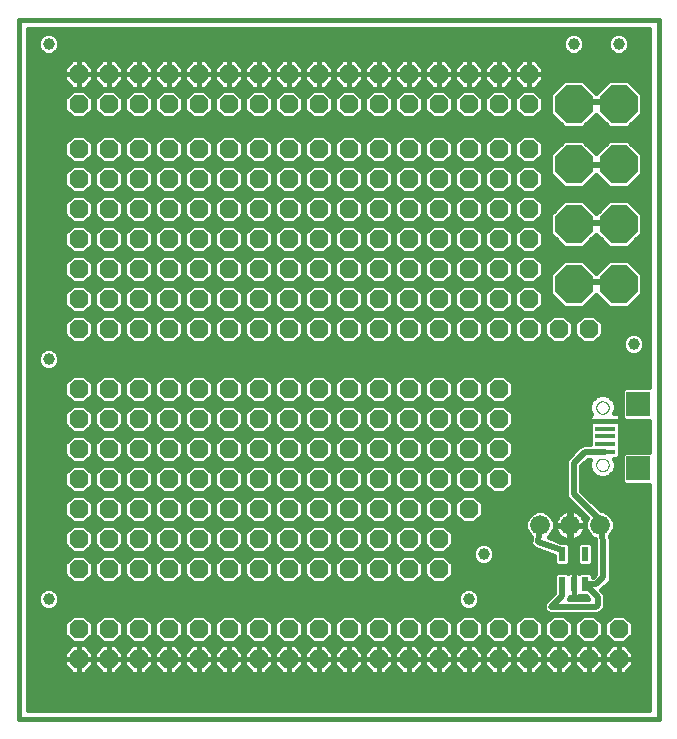
<source format=gtl>
G75*
%MOIN*%
%OFA0B0*%
%FSLAX25Y25*%
%IPPOS*%
%LPD*%
%AMOC8*
5,1,8,0,0,1.08239X$1,22.5*
%
%ADD10C,0.01600*%
%ADD11OC8,0.06300*%
%ADD12C,0.06600*%
%ADD13OC8,0.12500*%
%ADD14R,0.06890X0.01575*%
%ADD15R,0.07874X0.07874*%
%ADD16C,0.00000*%
%ADD17R,0.02165X0.04724*%
%ADD18C,0.02000*%
%ADD19C,0.03962*%
D10*
X0037595Y0033933D02*
X0250981Y0033933D01*
X0250981Y0267004D01*
X0037595Y0267004D01*
X0037595Y0033933D01*
X0040695Y0037033D02*
X0247881Y0037033D01*
X0247881Y0111920D01*
X0239570Y0111920D01*
X0238633Y0112857D01*
X0238633Y0122056D01*
X0239570Y0122994D01*
X0247881Y0122994D01*
X0247881Y0133376D01*
X0239570Y0133376D01*
X0238633Y0134314D01*
X0238633Y0143513D01*
X0239570Y0144450D01*
X0247881Y0144450D01*
X0247881Y0263904D01*
X0040695Y0263904D01*
X0040695Y0037033D01*
X0040695Y0037130D02*
X0247881Y0037130D01*
X0247881Y0038729D02*
X0040695Y0038729D01*
X0040695Y0040327D02*
X0247881Y0040327D01*
X0247881Y0041926D02*
X0040695Y0041926D01*
X0040695Y0043524D02*
X0247881Y0043524D01*
X0247881Y0045123D02*
X0040695Y0045123D01*
X0040695Y0046721D02*
X0247881Y0046721D01*
X0247881Y0048320D02*
X0040695Y0048320D01*
X0040695Y0049918D02*
X0054610Y0049918D01*
X0055545Y0048983D02*
X0057595Y0048983D01*
X0057595Y0053933D01*
X0052645Y0053933D01*
X0052645Y0051883D01*
X0055545Y0048983D01*
X0057595Y0048983D02*
X0057595Y0053933D01*
X0057595Y0053933D01*
X0057595Y0053933D01*
X0052645Y0053933D01*
X0052645Y0055983D01*
X0055545Y0058883D01*
X0057595Y0058883D01*
X0057595Y0053933D01*
X0057595Y0053933D01*
X0057595Y0053933D01*
X0062545Y0053933D01*
X0062545Y0051883D01*
X0059645Y0048983D01*
X0057595Y0048983D01*
X0057595Y0049918D02*
X0057595Y0049918D01*
X0057595Y0051517D02*
X0057595Y0051517D01*
X0057595Y0053115D02*
X0057595Y0053115D01*
X0057595Y0053933D02*
X0062545Y0053933D01*
X0062545Y0055983D01*
X0059645Y0058883D01*
X0057595Y0058883D01*
X0057595Y0053933D01*
X0057595Y0054714D02*
X0057595Y0054714D01*
X0057595Y0056312D02*
X0057595Y0056312D01*
X0057595Y0057911D02*
X0057595Y0057911D01*
X0055628Y0059183D02*
X0059563Y0059183D01*
X0062345Y0061966D01*
X0062345Y0065901D01*
X0059563Y0068683D01*
X0055628Y0068683D01*
X0052845Y0065901D01*
X0052845Y0061966D01*
X0055628Y0059183D01*
X0055301Y0059509D02*
X0040695Y0059509D01*
X0040695Y0057911D02*
X0054572Y0057911D01*
X0052974Y0056312D02*
X0040695Y0056312D01*
X0040695Y0054714D02*
X0052645Y0054714D01*
X0052645Y0053115D02*
X0040695Y0053115D01*
X0040695Y0051517D02*
X0053011Y0051517D01*
X0060581Y0049918D02*
X0064610Y0049918D01*
X0065545Y0048983D02*
X0067595Y0048983D01*
X0067595Y0053933D01*
X0062645Y0053933D01*
X0062645Y0051883D01*
X0065545Y0048983D01*
X0067595Y0048983D02*
X0067595Y0053933D01*
X0067595Y0053933D01*
X0067595Y0053933D01*
X0062645Y0053933D01*
X0062645Y0055983D01*
X0065545Y0058883D01*
X0067595Y0058883D01*
X0067595Y0053933D01*
X0067595Y0053933D01*
X0067595Y0053933D01*
X0072545Y0053933D01*
X0072545Y0051883D01*
X0069645Y0048983D01*
X0067595Y0048983D01*
X0067595Y0049918D02*
X0067595Y0049918D01*
X0067595Y0051517D02*
X0067595Y0051517D01*
X0067595Y0053115D02*
X0067595Y0053115D01*
X0067595Y0053933D02*
X0072545Y0053933D01*
X0072545Y0055983D01*
X0069645Y0058883D01*
X0067595Y0058883D01*
X0067595Y0053933D01*
X0067595Y0054714D02*
X0067595Y0054714D01*
X0067595Y0056312D02*
X0067595Y0056312D01*
X0067595Y0057911D02*
X0067595Y0057911D01*
X0065628Y0059183D02*
X0069563Y0059183D01*
X0072345Y0061966D01*
X0072345Y0065901D01*
X0069563Y0068683D01*
X0065628Y0068683D01*
X0062845Y0065901D01*
X0062845Y0061966D01*
X0065628Y0059183D01*
X0065301Y0059509D02*
X0059889Y0059509D01*
X0060618Y0057911D02*
X0064572Y0057911D01*
X0062974Y0056312D02*
X0062216Y0056312D01*
X0062545Y0054714D02*
X0062645Y0054714D01*
X0062645Y0053115D02*
X0062545Y0053115D01*
X0062179Y0051517D02*
X0063011Y0051517D01*
X0070581Y0049918D02*
X0074610Y0049918D01*
X0075545Y0048983D02*
X0077595Y0048983D01*
X0077595Y0053933D01*
X0072645Y0053933D01*
X0072645Y0051883D01*
X0075545Y0048983D01*
X0077595Y0048983D02*
X0077595Y0053933D01*
X0077595Y0053933D01*
X0077595Y0053933D01*
X0072645Y0053933D01*
X0072645Y0055983D01*
X0075545Y0058883D01*
X0077595Y0058883D01*
X0077595Y0053933D01*
X0077595Y0053933D01*
X0077595Y0053933D01*
X0082545Y0053933D01*
X0082545Y0051883D01*
X0079645Y0048983D01*
X0077595Y0048983D01*
X0077595Y0049918D02*
X0077595Y0049918D01*
X0077595Y0051517D02*
X0077595Y0051517D01*
X0077595Y0053115D02*
X0077595Y0053115D01*
X0077595Y0053933D02*
X0082545Y0053933D01*
X0082545Y0055983D01*
X0079645Y0058883D01*
X0077595Y0058883D01*
X0077595Y0053933D01*
X0077595Y0054714D02*
X0077595Y0054714D01*
X0077595Y0056312D02*
X0077595Y0056312D01*
X0077595Y0057911D02*
X0077595Y0057911D01*
X0075628Y0059183D02*
X0079563Y0059183D01*
X0082345Y0061966D01*
X0082345Y0065901D01*
X0079563Y0068683D01*
X0075628Y0068683D01*
X0072845Y0065901D01*
X0072845Y0061966D01*
X0075628Y0059183D01*
X0075301Y0059509D02*
X0069889Y0059509D01*
X0070618Y0057911D02*
X0074572Y0057911D01*
X0072974Y0056312D02*
X0072216Y0056312D01*
X0072545Y0054714D02*
X0072645Y0054714D01*
X0072645Y0053115D02*
X0072545Y0053115D01*
X0072179Y0051517D02*
X0073011Y0051517D01*
X0080581Y0049918D02*
X0084610Y0049918D01*
X0085545Y0048983D02*
X0087595Y0048983D01*
X0087595Y0053933D01*
X0082645Y0053933D01*
X0082645Y0051883D01*
X0085545Y0048983D01*
X0087595Y0048983D02*
X0087595Y0053933D01*
X0087595Y0053933D01*
X0087595Y0053933D01*
X0082645Y0053933D01*
X0082645Y0055983D01*
X0085545Y0058883D01*
X0087595Y0058883D01*
X0087595Y0053933D01*
X0087595Y0053933D01*
X0087595Y0053933D01*
X0092545Y0053933D01*
X0092545Y0051883D01*
X0089645Y0048983D01*
X0087595Y0048983D01*
X0087595Y0049918D02*
X0087595Y0049918D01*
X0087595Y0051517D02*
X0087595Y0051517D01*
X0087595Y0053115D02*
X0087595Y0053115D01*
X0087595Y0053933D02*
X0092545Y0053933D01*
X0092545Y0055983D01*
X0089645Y0058883D01*
X0087595Y0058883D01*
X0087595Y0053933D01*
X0087595Y0054714D02*
X0087595Y0054714D01*
X0087595Y0056312D02*
X0087595Y0056312D01*
X0087595Y0057911D02*
X0087595Y0057911D01*
X0085628Y0059183D02*
X0089563Y0059183D01*
X0092345Y0061966D01*
X0092345Y0065901D01*
X0089563Y0068683D01*
X0085628Y0068683D01*
X0082845Y0065901D01*
X0082845Y0061966D01*
X0085628Y0059183D01*
X0085301Y0059509D02*
X0079889Y0059509D01*
X0080618Y0057911D02*
X0084572Y0057911D01*
X0082974Y0056312D02*
X0082216Y0056312D01*
X0082545Y0054714D02*
X0082645Y0054714D01*
X0082645Y0053115D02*
X0082545Y0053115D01*
X0082179Y0051517D02*
X0083011Y0051517D01*
X0090581Y0049918D02*
X0094610Y0049918D01*
X0095545Y0048983D02*
X0092645Y0051883D01*
X0092645Y0053933D01*
X0097595Y0053933D01*
X0097595Y0053933D01*
X0097595Y0053933D01*
X0097595Y0048983D01*
X0095545Y0048983D01*
X0097595Y0048983D02*
X0097595Y0053933D01*
X0092645Y0053933D01*
X0092645Y0055983D01*
X0095545Y0058883D01*
X0097595Y0058883D01*
X0097595Y0053933D01*
X0097595Y0053933D01*
X0097595Y0053933D01*
X0102545Y0053933D01*
X0102545Y0051883D01*
X0099645Y0048983D01*
X0097595Y0048983D01*
X0097595Y0049918D02*
X0097595Y0049918D01*
X0097595Y0051517D02*
X0097595Y0051517D01*
X0097595Y0053115D02*
X0097595Y0053115D01*
X0097595Y0053933D02*
X0102545Y0053933D01*
X0102545Y0055983D01*
X0099645Y0058883D01*
X0097595Y0058883D01*
X0097595Y0053933D01*
X0097595Y0054714D02*
X0097595Y0054714D01*
X0097595Y0056312D02*
X0097595Y0056312D01*
X0097595Y0057911D02*
X0097595Y0057911D01*
X0095628Y0059183D02*
X0099563Y0059183D01*
X0102345Y0061966D01*
X0102345Y0065901D01*
X0099563Y0068683D01*
X0095628Y0068683D01*
X0092845Y0065901D01*
X0092845Y0061966D01*
X0095628Y0059183D01*
X0095301Y0059509D02*
X0089889Y0059509D01*
X0090618Y0057911D02*
X0094572Y0057911D01*
X0092974Y0056312D02*
X0092216Y0056312D01*
X0092545Y0054714D02*
X0092645Y0054714D01*
X0092645Y0053115D02*
X0092545Y0053115D01*
X0092179Y0051517D02*
X0093011Y0051517D01*
X0100581Y0049918D02*
X0104610Y0049918D01*
X0105545Y0048983D02*
X0102645Y0051883D01*
X0102645Y0053933D01*
X0107595Y0053933D01*
X0107595Y0053933D01*
X0107595Y0053933D01*
X0107595Y0048983D01*
X0105545Y0048983D01*
X0107595Y0048983D02*
X0107595Y0053933D01*
X0102645Y0053933D01*
X0102645Y0055983D01*
X0105545Y0058883D01*
X0107595Y0058883D01*
X0107595Y0053933D01*
X0107595Y0053933D01*
X0107595Y0053933D01*
X0112545Y0053933D01*
X0112545Y0051883D01*
X0109645Y0048983D01*
X0107595Y0048983D01*
X0107595Y0049918D02*
X0107595Y0049918D01*
X0107595Y0051517D02*
X0107595Y0051517D01*
X0107595Y0053115D02*
X0107595Y0053115D01*
X0107595Y0053933D02*
X0112545Y0053933D01*
X0112545Y0055983D01*
X0109645Y0058883D01*
X0107595Y0058883D01*
X0107595Y0053933D01*
X0107595Y0054714D02*
X0107595Y0054714D01*
X0107595Y0056312D02*
X0107595Y0056312D01*
X0107595Y0057911D02*
X0107595Y0057911D01*
X0105628Y0059183D02*
X0109563Y0059183D01*
X0112345Y0061966D01*
X0112345Y0065901D01*
X0109563Y0068683D01*
X0105628Y0068683D01*
X0102845Y0065901D01*
X0102845Y0061966D01*
X0105628Y0059183D01*
X0105301Y0059509D02*
X0099889Y0059509D01*
X0100618Y0057911D02*
X0104572Y0057911D01*
X0102974Y0056312D02*
X0102216Y0056312D01*
X0102545Y0054714D02*
X0102645Y0054714D01*
X0102645Y0053115D02*
X0102545Y0053115D01*
X0102179Y0051517D02*
X0103011Y0051517D01*
X0110581Y0049918D02*
X0114610Y0049918D01*
X0115545Y0048983D02*
X0112645Y0051883D01*
X0112645Y0053933D01*
X0117595Y0053933D01*
X0117595Y0053933D01*
X0117595Y0053933D01*
X0117595Y0048983D01*
X0115545Y0048983D01*
X0117595Y0048983D02*
X0119645Y0048983D01*
X0122545Y0051883D01*
X0122545Y0053933D01*
X0117595Y0053933D01*
X0112645Y0053933D01*
X0112645Y0055983D01*
X0115545Y0058883D01*
X0117595Y0058883D01*
X0117595Y0053933D01*
X0117595Y0048983D01*
X0117595Y0049918D02*
X0117595Y0049918D01*
X0117595Y0051517D02*
X0117595Y0051517D01*
X0117595Y0053115D02*
X0117595Y0053115D01*
X0117595Y0053933D02*
X0117595Y0053933D01*
X0117595Y0053933D01*
X0117595Y0058883D01*
X0119645Y0058883D01*
X0122545Y0055983D01*
X0122545Y0053933D01*
X0117595Y0053933D01*
X0117595Y0054714D02*
X0117595Y0054714D01*
X0117595Y0056312D02*
X0117595Y0056312D01*
X0117595Y0057911D02*
X0117595Y0057911D01*
X0115628Y0059183D02*
X0119563Y0059183D01*
X0122345Y0061966D01*
X0122345Y0065901D01*
X0119563Y0068683D01*
X0115628Y0068683D01*
X0112845Y0065901D01*
X0112845Y0061966D01*
X0115628Y0059183D01*
X0115301Y0059509D02*
X0109889Y0059509D01*
X0110618Y0057911D02*
X0114572Y0057911D01*
X0112974Y0056312D02*
X0112216Y0056312D01*
X0112545Y0054714D02*
X0112645Y0054714D01*
X0112645Y0053115D02*
X0112545Y0053115D01*
X0112179Y0051517D02*
X0113011Y0051517D01*
X0120581Y0049918D02*
X0124610Y0049918D01*
X0125545Y0048983D02*
X0122645Y0051883D01*
X0122645Y0053933D01*
X0127595Y0053933D01*
X0127595Y0053933D01*
X0127595Y0053933D01*
X0127595Y0048983D01*
X0125545Y0048983D01*
X0127595Y0048983D02*
X0129645Y0048983D01*
X0132545Y0051883D01*
X0132545Y0053933D01*
X0127595Y0053933D01*
X0122645Y0053933D01*
X0122645Y0055983D01*
X0125545Y0058883D01*
X0127595Y0058883D01*
X0127595Y0053933D01*
X0127595Y0048983D01*
X0127595Y0049918D02*
X0127595Y0049918D01*
X0127595Y0051517D02*
X0127595Y0051517D01*
X0127595Y0053115D02*
X0127595Y0053115D01*
X0127595Y0053933D02*
X0127595Y0053933D01*
X0127595Y0053933D01*
X0127595Y0058883D01*
X0129645Y0058883D01*
X0132545Y0055983D01*
X0132545Y0053933D01*
X0127595Y0053933D01*
X0127595Y0054714D02*
X0127595Y0054714D01*
X0127595Y0056312D02*
X0127595Y0056312D01*
X0127595Y0057911D02*
X0127595Y0057911D01*
X0125628Y0059183D02*
X0129563Y0059183D01*
X0132345Y0061966D01*
X0132345Y0065901D01*
X0129563Y0068683D01*
X0125628Y0068683D01*
X0122845Y0065901D01*
X0122845Y0061966D01*
X0125628Y0059183D01*
X0125301Y0059509D02*
X0119889Y0059509D01*
X0120618Y0057911D02*
X0124572Y0057911D01*
X0122974Y0056312D02*
X0122216Y0056312D01*
X0122545Y0054714D02*
X0122645Y0054714D01*
X0122645Y0053115D02*
X0122545Y0053115D01*
X0122179Y0051517D02*
X0123011Y0051517D01*
X0130581Y0049918D02*
X0134610Y0049918D01*
X0135545Y0048983D02*
X0137595Y0048983D01*
X0137595Y0053933D01*
X0132645Y0053933D01*
X0132645Y0051883D01*
X0135545Y0048983D01*
X0137595Y0048983D02*
X0137595Y0053933D01*
X0137595Y0053933D01*
X0137595Y0053933D01*
X0132645Y0053933D01*
X0132645Y0055983D01*
X0135545Y0058883D01*
X0137595Y0058883D01*
X0137595Y0053933D01*
X0137595Y0053933D01*
X0137595Y0053933D01*
X0142545Y0053933D01*
X0142545Y0051883D01*
X0139645Y0048983D01*
X0137595Y0048983D01*
X0137595Y0049918D02*
X0137595Y0049918D01*
X0137595Y0051517D02*
X0137595Y0051517D01*
X0137595Y0053115D02*
X0137595Y0053115D01*
X0137595Y0053933D02*
X0142545Y0053933D01*
X0142545Y0055983D01*
X0139645Y0058883D01*
X0137595Y0058883D01*
X0137595Y0053933D01*
X0137595Y0054714D02*
X0137595Y0054714D01*
X0137595Y0056312D02*
X0137595Y0056312D01*
X0137595Y0057911D02*
X0137595Y0057911D01*
X0135628Y0059183D02*
X0139563Y0059183D01*
X0142345Y0061966D01*
X0142345Y0065901D01*
X0139563Y0068683D01*
X0135628Y0068683D01*
X0132845Y0065901D01*
X0132845Y0061966D01*
X0135628Y0059183D01*
X0135301Y0059509D02*
X0129889Y0059509D01*
X0130618Y0057911D02*
X0134572Y0057911D01*
X0132974Y0056312D02*
X0132216Y0056312D01*
X0132545Y0054714D02*
X0132645Y0054714D01*
X0132645Y0053115D02*
X0132545Y0053115D01*
X0132179Y0051517D02*
X0133011Y0051517D01*
X0140581Y0049918D02*
X0144610Y0049918D01*
X0145545Y0048983D02*
X0147595Y0048983D01*
X0147595Y0053933D01*
X0142645Y0053933D01*
X0142645Y0051883D01*
X0145545Y0048983D01*
X0147595Y0048983D02*
X0147595Y0053933D01*
X0147595Y0053933D01*
X0147595Y0053933D01*
X0142645Y0053933D01*
X0142645Y0055983D01*
X0145545Y0058883D01*
X0147595Y0058883D01*
X0147595Y0053933D01*
X0147595Y0053933D01*
X0147595Y0053933D01*
X0152545Y0053933D01*
X0152545Y0051883D01*
X0149645Y0048983D01*
X0147595Y0048983D01*
X0147595Y0049918D02*
X0147595Y0049918D01*
X0147595Y0051517D02*
X0147595Y0051517D01*
X0147595Y0053115D02*
X0147595Y0053115D01*
X0147595Y0053933D02*
X0152545Y0053933D01*
X0152545Y0055983D01*
X0149645Y0058883D01*
X0147595Y0058883D01*
X0147595Y0053933D01*
X0147595Y0054714D02*
X0147595Y0054714D01*
X0147595Y0056312D02*
X0147595Y0056312D01*
X0147595Y0057911D02*
X0147595Y0057911D01*
X0145628Y0059183D02*
X0149563Y0059183D01*
X0152345Y0061966D01*
X0152345Y0065901D01*
X0149563Y0068683D01*
X0145628Y0068683D01*
X0142845Y0065901D01*
X0142845Y0061966D01*
X0145628Y0059183D01*
X0145301Y0059509D02*
X0139889Y0059509D01*
X0140618Y0057911D02*
X0144572Y0057911D01*
X0142974Y0056312D02*
X0142216Y0056312D01*
X0142545Y0054714D02*
X0142645Y0054714D01*
X0142645Y0053115D02*
X0142545Y0053115D01*
X0142179Y0051517D02*
X0143011Y0051517D01*
X0150581Y0049918D02*
X0154610Y0049918D01*
X0155545Y0048983D02*
X0157595Y0048983D01*
X0157595Y0053933D01*
X0152645Y0053933D01*
X0152645Y0051883D01*
X0155545Y0048983D01*
X0157595Y0048983D02*
X0157595Y0053933D01*
X0157595Y0053933D01*
X0157595Y0053933D01*
X0152645Y0053933D01*
X0152645Y0055983D01*
X0155545Y0058883D01*
X0157595Y0058883D01*
X0157595Y0053933D01*
X0157595Y0053933D01*
X0157595Y0053933D01*
X0162545Y0053933D01*
X0162545Y0051883D01*
X0159645Y0048983D01*
X0157595Y0048983D01*
X0157595Y0049918D02*
X0157595Y0049918D01*
X0157595Y0051517D02*
X0157595Y0051517D01*
X0157595Y0053115D02*
X0157595Y0053115D01*
X0157595Y0053933D02*
X0162545Y0053933D01*
X0162545Y0055983D01*
X0159645Y0058883D01*
X0157595Y0058883D01*
X0157595Y0053933D01*
X0157595Y0054714D02*
X0157595Y0054714D01*
X0157595Y0056312D02*
X0157595Y0056312D01*
X0157595Y0057911D02*
X0157595Y0057911D01*
X0155628Y0059183D02*
X0159563Y0059183D01*
X0162345Y0061966D01*
X0162345Y0065901D01*
X0159563Y0068683D01*
X0155628Y0068683D01*
X0152845Y0065901D01*
X0152845Y0061966D01*
X0155628Y0059183D01*
X0155301Y0059509D02*
X0149889Y0059509D01*
X0150618Y0057911D02*
X0154572Y0057911D01*
X0152974Y0056312D02*
X0152216Y0056312D01*
X0152545Y0054714D02*
X0152645Y0054714D01*
X0152645Y0053115D02*
X0152545Y0053115D01*
X0152179Y0051517D02*
X0153011Y0051517D01*
X0160581Y0049918D02*
X0164610Y0049918D01*
X0165545Y0048983D02*
X0167595Y0048983D01*
X0167595Y0053933D01*
X0162645Y0053933D01*
X0162645Y0051883D01*
X0165545Y0048983D01*
X0167595Y0048983D02*
X0167595Y0053933D01*
X0167595Y0053933D01*
X0167595Y0053933D01*
X0162645Y0053933D01*
X0162645Y0055983D01*
X0165545Y0058883D01*
X0167595Y0058883D01*
X0167595Y0053933D01*
X0167595Y0053933D01*
X0167595Y0053933D01*
X0172545Y0053933D01*
X0172545Y0051883D01*
X0169645Y0048983D01*
X0167595Y0048983D01*
X0167595Y0049918D02*
X0167595Y0049918D01*
X0167595Y0051517D02*
X0167595Y0051517D01*
X0167595Y0053115D02*
X0167595Y0053115D01*
X0167595Y0053933D02*
X0172545Y0053933D01*
X0172545Y0055983D01*
X0169645Y0058883D01*
X0167595Y0058883D01*
X0167595Y0053933D01*
X0167595Y0054714D02*
X0167595Y0054714D01*
X0167595Y0056312D02*
X0167595Y0056312D01*
X0167595Y0057911D02*
X0167595Y0057911D01*
X0165628Y0059183D02*
X0169563Y0059183D01*
X0172345Y0061966D01*
X0172345Y0065901D01*
X0169563Y0068683D01*
X0165628Y0068683D01*
X0162845Y0065901D01*
X0162845Y0061966D01*
X0165628Y0059183D01*
X0165301Y0059509D02*
X0159889Y0059509D01*
X0160618Y0057911D02*
X0164572Y0057911D01*
X0162974Y0056312D02*
X0162216Y0056312D01*
X0162545Y0054714D02*
X0162645Y0054714D01*
X0162645Y0053115D02*
X0162545Y0053115D01*
X0162179Y0051517D02*
X0163011Y0051517D01*
X0170581Y0049918D02*
X0174610Y0049918D01*
X0175545Y0048983D02*
X0177595Y0048983D01*
X0177595Y0053933D01*
X0172645Y0053933D01*
X0172645Y0051883D01*
X0175545Y0048983D01*
X0177595Y0048983D02*
X0177595Y0053933D01*
X0177595Y0053933D01*
X0177595Y0053933D01*
X0172645Y0053933D01*
X0172645Y0055983D01*
X0175545Y0058883D01*
X0177595Y0058883D01*
X0177595Y0053933D01*
X0177595Y0053933D01*
X0177595Y0053933D01*
X0182545Y0053933D01*
X0182545Y0051883D01*
X0179645Y0048983D01*
X0177595Y0048983D01*
X0177595Y0049918D02*
X0177595Y0049918D01*
X0177595Y0051517D02*
X0177595Y0051517D01*
X0177595Y0053115D02*
X0177595Y0053115D01*
X0177595Y0053933D02*
X0182545Y0053933D01*
X0182545Y0055983D01*
X0179645Y0058883D01*
X0177595Y0058883D01*
X0177595Y0053933D01*
X0177595Y0054714D02*
X0177595Y0054714D01*
X0177595Y0056312D02*
X0177595Y0056312D01*
X0177595Y0057911D02*
X0177595Y0057911D01*
X0175628Y0059183D02*
X0179563Y0059183D01*
X0182345Y0061966D01*
X0182345Y0065901D01*
X0179563Y0068683D01*
X0175628Y0068683D01*
X0172845Y0065901D01*
X0172845Y0061966D01*
X0175628Y0059183D01*
X0175301Y0059509D02*
X0169889Y0059509D01*
X0170618Y0057911D02*
X0174572Y0057911D01*
X0172974Y0056312D02*
X0172216Y0056312D01*
X0172545Y0054714D02*
X0172645Y0054714D01*
X0172645Y0053115D02*
X0172545Y0053115D01*
X0172179Y0051517D02*
X0173011Y0051517D01*
X0180581Y0049918D02*
X0184610Y0049918D01*
X0185545Y0048983D02*
X0187595Y0048983D01*
X0187595Y0053933D01*
X0182645Y0053933D01*
X0182645Y0051883D01*
X0185545Y0048983D01*
X0187595Y0048983D02*
X0187595Y0053933D01*
X0187595Y0053933D01*
X0187595Y0053933D01*
X0182645Y0053933D01*
X0182645Y0055983D01*
X0185545Y0058883D01*
X0187595Y0058883D01*
X0187595Y0053933D01*
X0187595Y0053933D01*
X0187595Y0053933D01*
X0192545Y0053933D01*
X0192545Y0051883D01*
X0189645Y0048983D01*
X0187595Y0048983D01*
X0187595Y0049918D02*
X0187595Y0049918D01*
X0187595Y0051517D02*
X0187595Y0051517D01*
X0187595Y0053115D02*
X0187595Y0053115D01*
X0187595Y0053933D02*
X0192545Y0053933D01*
X0192545Y0055983D01*
X0189645Y0058883D01*
X0187595Y0058883D01*
X0187595Y0053933D01*
X0187595Y0054714D02*
X0187595Y0054714D01*
X0187595Y0056312D02*
X0187595Y0056312D01*
X0187595Y0057911D02*
X0187595Y0057911D01*
X0185628Y0059183D02*
X0189563Y0059183D01*
X0192345Y0061966D01*
X0192345Y0065901D01*
X0189563Y0068683D01*
X0185628Y0068683D01*
X0182845Y0065901D01*
X0182845Y0061966D01*
X0185628Y0059183D01*
X0185301Y0059509D02*
X0179889Y0059509D01*
X0180618Y0057911D02*
X0184572Y0057911D01*
X0182974Y0056312D02*
X0182216Y0056312D01*
X0182545Y0054714D02*
X0182645Y0054714D01*
X0182645Y0053115D02*
X0182545Y0053115D01*
X0182179Y0051517D02*
X0183011Y0051517D01*
X0190581Y0049918D02*
X0194610Y0049918D01*
X0195545Y0048983D02*
X0197595Y0048983D01*
X0197595Y0053933D01*
X0192645Y0053933D01*
X0192645Y0051883D01*
X0195545Y0048983D01*
X0197595Y0048983D02*
X0197595Y0053933D01*
X0197595Y0053933D01*
X0197595Y0053933D01*
X0192645Y0053933D01*
X0192645Y0055983D01*
X0195545Y0058883D01*
X0197595Y0058883D01*
X0197595Y0053933D01*
X0197595Y0053933D01*
X0197595Y0053933D01*
X0202545Y0053933D01*
X0202545Y0051883D01*
X0199645Y0048983D01*
X0197595Y0048983D01*
X0197595Y0049918D02*
X0197595Y0049918D01*
X0197595Y0051517D02*
X0197595Y0051517D01*
X0197595Y0053115D02*
X0197595Y0053115D01*
X0197595Y0053933D02*
X0202545Y0053933D01*
X0202545Y0055983D01*
X0199645Y0058883D01*
X0197595Y0058883D01*
X0197595Y0053933D01*
X0197595Y0054714D02*
X0197595Y0054714D01*
X0197595Y0056312D02*
X0197595Y0056312D01*
X0197595Y0057911D02*
X0197595Y0057911D01*
X0195628Y0059183D02*
X0199563Y0059183D01*
X0202345Y0061966D01*
X0202345Y0065901D01*
X0199563Y0068683D01*
X0195628Y0068683D01*
X0192845Y0065901D01*
X0192845Y0061966D01*
X0195628Y0059183D01*
X0195301Y0059509D02*
X0189889Y0059509D01*
X0190618Y0057911D02*
X0194572Y0057911D01*
X0192974Y0056312D02*
X0192216Y0056312D01*
X0192545Y0054714D02*
X0192645Y0054714D01*
X0192645Y0053115D02*
X0192545Y0053115D01*
X0192179Y0051517D02*
X0193011Y0051517D01*
X0200581Y0049918D02*
X0204610Y0049918D01*
X0205545Y0048983D02*
X0202645Y0051883D01*
X0202645Y0053933D01*
X0207595Y0053933D01*
X0207595Y0053933D01*
X0207595Y0053933D01*
X0207595Y0048983D01*
X0205545Y0048983D01*
X0207595Y0048983D02*
X0207595Y0053933D01*
X0202645Y0053933D01*
X0202645Y0055983D01*
X0205545Y0058883D01*
X0207595Y0058883D01*
X0207595Y0053933D01*
X0207595Y0053933D01*
X0207595Y0053933D01*
X0212545Y0053933D01*
X0212545Y0051883D01*
X0209645Y0048983D01*
X0207595Y0048983D01*
X0207595Y0049918D02*
X0207595Y0049918D01*
X0207595Y0051517D02*
X0207595Y0051517D01*
X0207595Y0053115D02*
X0207595Y0053115D01*
X0207595Y0053933D02*
X0212545Y0053933D01*
X0212545Y0055983D01*
X0209645Y0058883D01*
X0207595Y0058883D01*
X0207595Y0053933D01*
X0207595Y0054714D02*
X0207595Y0054714D01*
X0207595Y0056312D02*
X0207595Y0056312D01*
X0207595Y0057911D02*
X0207595Y0057911D01*
X0205628Y0059183D02*
X0209563Y0059183D01*
X0212345Y0061966D01*
X0212345Y0065901D01*
X0209563Y0068683D01*
X0205628Y0068683D01*
X0202845Y0065901D01*
X0202845Y0061966D01*
X0205628Y0059183D01*
X0205301Y0059509D02*
X0199889Y0059509D01*
X0200618Y0057911D02*
X0204572Y0057911D01*
X0202974Y0056312D02*
X0202216Y0056312D01*
X0202545Y0054714D02*
X0202645Y0054714D01*
X0202645Y0053115D02*
X0202545Y0053115D01*
X0202179Y0051517D02*
X0203011Y0051517D01*
X0210581Y0049918D02*
X0214610Y0049918D01*
X0215545Y0048983D02*
X0212645Y0051883D01*
X0212645Y0053933D01*
X0217595Y0053933D01*
X0217595Y0053933D01*
X0217595Y0053933D01*
X0217595Y0048983D01*
X0215545Y0048983D01*
X0217595Y0048983D02*
X0217595Y0053933D01*
X0212645Y0053933D01*
X0212645Y0055983D01*
X0215545Y0058883D01*
X0217595Y0058883D01*
X0217595Y0053933D01*
X0217595Y0053933D01*
X0217595Y0053933D01*
X0222545Y0053933D01*
X0222545Y0051883D01*
X0219645Y0048983D01*
X0217595Y0048983D01*
X0217595Y0049918D02*
X0217595Y0049918D01*
X0217595Y0051517D02*
X0217595Y0051517D01*
X0217595Y0053115D02*
X0217595Y0053115D01*
X0217595Y0053933D02*
X0222545Y0053933D01*
X0222545Y0055983D01*
X0219645Y0058883D01*
X0217595Y0058883D01*
X0217595Y0053933D01*
X0217595Y0054714D02*
X0217595Y0054714D01*
X0217595Y0056312D02*
X0217595Y0056312D01*
X0217595Y0057911D02*
X0217595Y0057911D01*
X0215628Y0059183D02*
X0219563Y0059183D01*
X0222345Y0061966D01*
X0222345Y0065901D01*
X0219563Y0068683D01*
X0215628Y0068683D01*
X0212845Y0065901D01*
X0212845Y0061966D01*
X0215628Y0059183D01*
X0215301Y0059509D02*
X0209889Y0059509D01*
X0210618Y0057911D02*
X0214572Y0057911D01*
X0212974Y0056312D02*
X0212216Y0056312D01*
X0212545Y0054714D02*
X0212645Y0054714D01*
X0212645Y0053115D02*
X0212545Y0053115D01*
X0212179Y0051517D02*
X0213011Y0051517D01*
X0220581Y0049918D02*
X0224610Y0049918D01*
X0225545Y0048983D02*
X0222645Y0051883D01*
X0222645Y0053933D01*
X0227595Y0053933D01*
X0227595Y0053933D01*
X0227595Y0053933D01*
X0227595Y0048983D01*
X0225545Y0048983D01*
X0227595Y0048983D02*
X0229645Y0048983D01*
X0232545Y0051883D01*
X0232545Y0053933D01*
X0227595Y0053933D01*
X0222645Y0053933D01*
X0222645Y0055983D01*
X0225545Y0058883D01*
X0227595Y0058883D01*
X0227595Y0053933D01*
X0227595Y0048983D01*
X0227595Y0049918D02*
X0227595Y0049918D01*
X0227595Y0051517D02*
X0227595Y0051517D01*
X0227595Y0053115D02*
X0227595Y0053115D01*
X0227595Y0053933D02*
X0227595Y0053933D01*
X0227595Y0053933D01*
X0227595Y0058883D01*
X0229645Y0058883D01*
X0232545Y0055983D01*
X0232545Y0053933D01*
X0227595Y0053933D01*
X0227595Y0054714D02*
X0227595Y0054714D01*
X0227595Y0056312D02*
X0227595Y0056312D01*
X0227595Y0057911D02*
X0227595Y0057911D01*
X0225628Y0059183D02*
X0229563Y0059183D01*
X0232345Y0061966D01*
X0232345Y0065901D01*
X0229563Y0068683D01*
X0225628Y0068683D01*
X0222845Y0065901D01*
X0222845Y0061966D01*
X0225628Y0059183D01*
X0225301Y0059509D02*
X0219889Y0059509D01*
X0220618Y0057911D02*
X0224572Y0057911D01*
X0222974Y0056312D02*
X0222216Y0056312D01*
X0222545Y0054714D02*
X0222645Y0054714D01*
X0222645Y0053115D02*
X0222545Y0053115D01*
X0222179Y0051517D02*
X0223011Y0051517D01*
X0230581Y0049918D02*
X0234610Y0049918D01*
X0235545Y0048983D02*
X0232645Y0051883D01*
X0232645Y0053933D01*
X0237595Y0053933D01*
X0237595Y0053933D01*
X0237595Y0053933D01*
X0237595Y0048983D01*
X0235545Y0048983D01*
X0237595Y0048983D02*
X0239645Y0048983D01*
X0242545Y0051883D01*
X0242545Y0053933D01*
X0237595Y0053933D01*
X0232645Y0053933D01*
X0232645Y0055983D01*
X0235545Y0058883D01*
X0237595Y0058883D01*
X0237595Y0053933D01*
X0237595Y0048983D01*
X0237595Y0049918D02*
X0237595Y0049918D01*
X0237595Y0051517D02*
X0237595Y0051517D01*
X0237595Y0053115D02*
X0237595Y0053115D01*
X0237595Y0053933D02*
X0237595Y0053933D01*
X0237595Y0053933D01*
X0237595Y0058883D01*
X0239645Y0058883D01*
X0242545Y0055983D01*
X0242545Y0053933D01*
X0237595Y0053933D01*
X0237595Y0054714D02*
X0237595Y0054714D01*
X0237595Y0056312D02*
X0237595Y0056312D01*
X0237595Y0057911D02*
X0237595Y0057911D01*
X0235628Y0059183D02*
X0239563Y0059183D01*
X0242345Y0061966D01*
X0242345Y0065901D01*
X0239563Y0068683D01*
X0235628Y0068683D01*
X0232845Y0065901D01*
X0232845Y0061966D01*
X0235628Y0059183D01*
X0235301Y0059509D02*
X0229889Y0059509D01*
X0230618Y0057911D02*
X0234572Y0057911D01*
X0232974Y0056312D02*
X0232216Y0056312D01*
X0232545Y0054714D02*
X0232645Y0054714D01*
X0232645Y0053115D02*
X0232545Y0053115D01*
X0232179Y0051517D02*
X0233011Y0051517D01*
X0240581Y0049918D02*
X0247881Y0049918D01*
X0247881Y0051517D02*
X0242179Y0051517D01*
X0242545Y0053115D02*
X0247881Y0053115D01*
X0247881Y0054714D02*
X0242545Y0054714D01*
X0242216Y0056312D02*
X0247881Y0056312D01*
X0247881Y0057911D02*
X0240618Y0057911D01*
X0239889Y0059509D02*
X0247881Y0059509D01*
X0247881Y0061108D02*
X0241487Y0061108D01*
X0242345Y0062706D02*
X0247881Y0062706D01*
X0247881Y0064305D02*
X0242345Y0064305D01*
X0242342Y0065903D02*
X0247881Y0065903D01*
X0247881Y0067502D02*
X0240744Y0067502D01*
X0247881Y0069100D02*
X0231207Y0069100D01*
X0231469Y0069209D02*
X0232060Y0069800D01*
X0232791Y0070531D01*
X0233187Y0071487D01*
X0233187Y0075080D01*
X0232791Y0076035D01*
X0231902Y0076925D01*
X0233950Y0078973D01*
X0234681Y0079704D01*
X0235077Y0080660D01*
X0235077Y0092723D01*
X0235128Y0092969D01*
X0235077Y0093235D01*
X0235077Y0093505D01*
X0234981Y0093738D01*
X0234750Y0094945D01*
X0235568Y0095764D01*
X0236314Y0097565D01*
X0236314Y0099514D01*
X0235568Y0101315D01*
X0234190Y0102693D01*
X0232389Y0103439D01*
X0231766Y0103439D01*
X0225195Y0110010D01*
X0225195Y0118132D01*
X0227333Y0120270D01*
X0228190Y0120270D01*
X0227874Y0119506D01*
X0227874Y0117769D01*
X0228539Y0116164D01*
X0229767Y0114936D01*
X0231372Y0114271D01*
X0233109Y0114271D01*
X0234714Y0114936D01*
X0235943Y0116164D01*
X0236608Y0117769D01*
X0236608Y0119506D01*
X0236122Y0120680D01*
X0237156Y0120680D01*
X0238093Y0121617D01*
X0238093Y0131687D01*
X0238170Y0131821D01*
X0238293Y0132279D01*
X0238293Y0133303D01*
X0233048Y0133303D01*
X0233048Y0133303D01*
X0238293Y0133303D01*
X0238293Y0134328D01*
X0238170Y0134785D01*
X0237933Y0135196D01*
X0237598Y0135531D01*
X0237188Y0135768D01*
X0236730Y0135891D01*
X0236205Y0135891D01*
X0236608Y0136864D01*
X0236608Y0138601D01*
X0235943Y0140206D01*
X0234714Y0141434D01*
X0233109Y0142099D01*
X0231372Y0142099D01*
X0229767Y0141434D01*
X0228539Y0140206D01*
X0227874Y0138601D01*
X0227874Y0136864D01*
X0228447Y0135480D01*
X0228163Y0135196D01*
X0227926Y0134785D01*
X0227803Y0134328D01*
X0227803Y0133303D01*
X0227803Y0132279D01*
X0227926Y0131821D01*
X0228003Y0131687D01*
X0228003Y0125470D01*
X0225779Y0125470D01*
X0224823Y0125074D01*
X0224615Y0124866D01*
X0224548Y0124838D01*
X0223816Y0124107D01*
X0223816Y0124107D01*
X0220391Y0120681D01*
X0219995Y0119726D01*
X0219995Y0108416D01*
X0220391Y0107460D01*
X0227048Y0100803D01*
X0226514Y0099514D01*
X0226514Y0097565D01*
X0227260Y0095764D01*
X0228638Y0094385D01*
X0229642Y0093970D01*
X0229877Y0092741D01*
X0229877Y0082254D01*
X0229037Y0081415D01*
X0229018Y0081415D01*
X0229018Y0081840D01*
X0228081Y0082777D01*
X0224590Y0082777D01*
X0224559Y0082746D01*
X0224373Y0082854D01*
X0223915Y0082977D01*
X0222595Y0082977D01*
X0221275Y0082977D01*
X0220818Y0082854D01*
X0220631Y0082746D01*
X0220600Y0082777D01*
X0217110Y0082777D01*
X0216172Y0081840D01*
X0216172Y0076069D01*
X0213721Y0073618D01*
X0212989Y0072886D01*
X0212594Y0071931D01*
X0212594Y0070896D01*
X0212989Y0069941D01*
X0213721Y0069209D01*
X0214676Y0068813D01*
X0230514Y0068813D01*
X0231469Y0069209D01*
X0230744Y0067502D02*
X0234446Y0067502D01*
X0232848Y0065903D02*
X0232342Y0065903D01*
X0232345Y0064305D02*
X0232845Y0064305D01*
X0232845Y0062706D02*
X0232345Y0062706D01*
X0231487Y0061108D02*
X0233703Y0061108D01*
X0232861Y0070699D02*
X0247881Y0070699D01*
X0247881Y0072297D02*
X0233187Y0072297D01*
X0233187Y0073896D02*
X0247881Y0073896D01*
X0247881Y0075494D02*
X0233016Y0075494D01*
X0232070Y0077093D02*
X0247881Y0077093D01*
X0247881Y0078691D02*
X0233668Y0078691D01*
X0233950Y0078973D02*
X0233950Y0078973D01*
X0234924Y0080290D02*
X0247881Y0080290D01*
X0247881Y0081888D02*
X0235077Y0081888D01*
X0235077Y0083487D02*
X0247881Y0083487D01*
X0247881Y0085085D02*
X0235077Y0085085D01*
X0235077Y0086684D02*
X0247881Y0086684D01*
X0247881Y0088282D02*
X0235077Y0088282D01*
X0235077Y0089881D02*
X0247881Y0089881D01*
X0247881Y0091479D02*
X0235077Y0091479D01*
X0235107Y0093078D02*
X0247881Y0093078D01*
X0247881Y0094677D02*
X0234801Y0094677D01*
X0235780Y0096275D02*
X0247881Y0096275D01*
X0247881Y0097874D02*
X0236314Y0097874D01*
X0236314Y0099472D02*
X0247881Y0099472D01*
X0247881Y0101071D02*
X0235669Y0101071D01*
X0234214Y0102669D02*
X0247881Y0102669D01*
X0247881Y0104268D02*
X0230938Y0104268D01*
X0229339Y0105866D02*
X0247881Y0105866D01*
X0247881Y0107465D02*
X0227741Y0107465D01*
X0226142Y0109063D02*
X0247881Y0109063D01*
X0247881Y0110662D02*
X0225195Y0110662D01*
X0225195Y0112260D02*
X0239230Y0112260D01*
X0238633Y0113859D02*
X0225195Y0113859D01*
X0225195Y0115457D02*
X0229246Y0115457D01*
X0228169Y0117056D02*
X0225195Y0117056D01*
X0225718Y0118654D02*
X0227874Y0118654D01*
X0228183Y0120253D02*
X0227316Y0120253D01*
X0223159Y0123450D02*
X0202345Y0123450D01*
X0202345Y0121966D02*
X0199563Y0119183D01*
X0195628Y0119183D01*
X0192845Y0121966D01*
X0192845Y0125901D01*
X0195628Y0128683D01*
X0199563Y0128683D01*
X0202345Y0125901D01*
X0202345Y0121966D01*
X0202231Y0121851D02*
X0221561Y0121851D01*
X0220213Y0120253D02*
X0200632Y0120253D01*
X0199563Y0118683D02*
X0202345Y0115901D01*
X0202345Y0111966D01*
X0199563Y0109183D01*
X0195628Y0109183D01*
X0192845Y0111966D01*
X0192845Y0115901D01*
X0195628Y0118683D01*
X0199563Y0118683D01*
X0199592Y0118654D02*
X0219995Y0118654D01*
X0219995Y0117056D02*
X0201190Y0117056D01*
X0202345Y0115457D02*
X0219995Y0115457D01*
X0219995Y0113859D02*
X0202345Y0113859D01*
X0202345Y0112260D02*
X0219995Y0112260D01*
X0219995Y0110662D02*
X0201041Y0110662D01*
X0194149Y0110662D02*
X0191041Y0110662D01*
X0192345Y0111966D02*
X0189563Y0109183D01*
X0185628Y0109183D01*
X0182845Y0111966D01*
X0182845Y0115901D01*
X0185628Y0118683D01*
X0189563Y0118683D01*
X0192345Y0115901D01*
X0192345Y0111966D01*
X0192345Y0112260D02*
X0192845Y0112260D01*
X0192845Y0113859D02*
X0192345Y0113859D01*
X0192345Y0115457D02*
X0192845Y0115457D01*
X0194000Y0117056D02*
X0191190Y0117056D01*
X0189592Y0118654D02*
X0195599Y0118654D01*
X0194558Y0120253D02*
X0190632Y0120253D01*
X0189563Y0119183D02*
X0192345Y0121966D01*
X0192345Y0125901D01*
X0189563Y0128683D01*
X0185628Y0128683D01*
X0182845Y0125901D01*
X0182845Y0121966D01*
X0185628Y0119183D01*
X0189563Y0119183D01*
X0192231Y0121851D02*
X0192959Y0121851D01*
X0192845Y0123450D02*
X0192345Y0123450D01*
X0192345Y0125048D02*
X0192845Y0125048D01*
X0193591Y0126647D02*
X0191599Y0126647D01*
X0190000Y0128245D02*
X0195190Y0128245D01*
X0195628Y0129183D02*
X0199563Y0129183D01*
X0202345Y0131966D01*
X0202345Y0135901D01*
X0199563Y0138683D01*
X0195628Y0138683D01*
X0192845Y0135901D01*
X0192845Y0131966D01*
X0195628Y0129183D01*
X0194967Y0129844D02*
X0190223Y0129844D01*
X0189563Y0129183D02*
X0192345Y0131966D01*
X0192345Y0135901D01*
X0189563Y0138683D01*
X0185628Y0138683D01*
X0182845Y0135901D01*
X0182845Y0131966D01*
X0185628Y0129183D01*
X0189563Y0129183D01*
X0191822Y0131442D02*
X0193368Y0131442D01*
X0192845Y0133041D02*
X0192345Y0133041D01*
X0192345Y0134639D02*
X0192845Y0134639D01*
X0193182Y0136238D02*
X0192008Y0136238D01*
X0190409Y0137836D02*
X0194781Y0137836D01*
X0195628Y0139183D02*
X0199563Y0139183D01*
X0202345Y0141966D01*
X0202345Y0145901D01*
X0199563Y0148683D01*
X0195628Y0148683D01*
X0192845Y0145901D01*
X0192845Y0141966D01*
X0195628Y0139183D01*
X0195376Y0139435D02*
X0189814Y0139435D01*
X0189563Y0139183D02*
X0192345Y0141966D01*
X0192345Y0145901D01*
X0189563Y0148683D01*
X0185628Y0148683D01*
X0182845Y0145901D01*
X0182845Y0141966D01*
X0185628Y0139183D01*
X0189563Y0139183D01*
X0191413Y0141033D02*
X0193777Y0141033D01*
X0192845Y0142632D02*
X0192345Y0142632D01*
X0192345Y0144230D02*
X0192845Y0144230D01*
X0192845Y0145829D02*
X0192345Y0145829D01*
X0190818Y0147427D02*
X0194372Y0147427D01*
X0200818Y0147427D02*
X0247881Y0147427D01*
X0247881Y0145829D02*
X0202345Y0145829D01*
X0202345Y0144230D02*
X0239350Y0144230D01*
X0238633Y0142632D02*
X0202345Y0142632D01*
X0201413Y0141033D02*
X0229366Y0141033D01*
X0228219Y0139435D02*
X0199814Y0139435D01*
X0200409Y0137836D02*
X0227874Y0137836D01*
X0228133Y0136238D02*
X0202008Y0136238D01*
X0202345Y0134639D02*
X0227887Y0134639D01*
X0227803Y0133303D02*
X0233048Y0133303D01*
X0227803Y0133303D01*
X0227803Y0133041D02*
X0202345Y0133041D01*
X0201822Y0131442D02*
X0228003Y0131442D01*
X0228003Y0129844D02*
X0200223Y0129844D01*
X0200000Y0128245D02*
X0228003Y0128245D01*
X0228003Y0126647D02*
X0201599Y0126647D01*
X0202345Y0125048D02*
X0224797Y0125048D01*
X0233048Y0133303D02*
X0233048Y0133303D01*
X0236348Y0136238D02*
X0238633Y0136238D01*
X0238633Y0137836D02*
X0236608Y0137836D01*
X0236262Y0139435D02*
X0238633Y0139435D01*
X0238633Y0141033D02*
X0235116Y0141033D01*
X0238209Y0134639D02*
X0238633Y0134639D01*
X0238293Y0133041D02*
X0247881Y0133041D01*
X0247881Y0131442D02*
X0238093Y0131442D01*
X0238093Y0129844D02*
X0247881Y0129844D01*
X0247881Y0128245D02*
X0238093Y0128245D01*
X0238093Y0126647D02*
X0247881Y0126647D01*
X0247881Y0125048D02*
X0238093Y0125048D01*
X0238093Y0123450D02*
X0247881Y0123450D01*
X0238633Y0121851D02*
X0238093Y0121851D01*
X0238633Y0120253D02*
X0236299Y0120253D01*
X0236608Y0118654D02*
X0238633Y0118654D01*
X0238633Y0117056D02*
X0236312Y0117056D01*
X0235236Y0115457D02*
X0238633Y0115457D01*
X0225182Y0102669D02*
X0224407Y0102669D01*
X0224087Y0102901D02*
X0223372Y0103266D01*
X0222608Y0103514D01*
X0221815Y0103639D01*
X0221598Y0103639D01*
X0221598Y0098724D01*
X0221230Y0098724D01*
X0221230Y0103639D01*
X0221013Y0103639D01*
X0220220Y0103514D01*
X0219456Y0103266D01*
X0218741Y0102901D01*
X0218092Y0102429D01*
X0217524Y0101862D01*
X0217052Y0101212D01*
X0216688Y0100497D01*
X0216440Y0099734D01*
X0216314Y0098941D01*
X0216314Y0098724D01*
X0221230Y0098724D01*
X0221230Y0098355D01*
X0221598Y0098355D01*
X0221598Y0093439D01*
X0221815Y0093439D01*
X0222608Y0093565D01*
X0223372Y0093813D01*
X0224087Y0094177D01*
X0224736Y0094649D01*
X0225304Y0095217D01*
X0225776Y0095866D01*
X0226140Y0096582D01*
X0226388Y0097345D01*
X0226514Y0098138D01*
X0226514Y0098355D01*
X0221598Y0098355D01*
X0221598Y0098724D01*
X0226514Y0098724D01*
X0226514Y0098941D01*
X0226388Y0099734D01*
X0226140Y0100497D01*
X0225776Y0101212D01*
X0225304Y0101862D01*
X0224736Y0102429D01*
X0224087Y0102901D01*
X0223584Y0104268D02*
X0192345Y0104268D01*
X0192345Y0105866D02*
X0221985Y0105866D01*
X0220389Y0107465D02*
X0190781Y0107465D01*
X0189563Y0108683D02*
X0185628Y0108683D01*
X0182845Y0105901D01*
X0182845Y0101966D01*
X0185628Y0099183D01*
X0189563Y0099183D01*
X0192345Y0101966D01*
X0192345Y0105901D01*
X0189563Y0108683D01*
X0184409Y0107465D02*
X0180781Y0107465D01*
X0179563Y0108683D02*
X0175628Y0108683D01*
X0172845Y0105901D01*
X0172845Y0101966D01*
X0175628Y0099183D01*
X0179563Y0099183D01*
X0182345Y0101966D01*
X0182345Y0105901D01*
X0179563Y0108683D01*
X0179563Y0109183D02*
X0182345Y0111966D01*
X0182345Y0115901D01*
X0179563Y0118683D01*
X0175628Y0118683D01*
X0172845Y0115901D01*
X0172845Y0111966D01*
X0175628Y0109183D01*
X0179563Y0109183D01*
X0181041Y0110662D02*
X0184149Y0110662D01*
X0182845Y0112260D02*
X0182345Y0112260D01*
X0182345Y0113859D02*
X0182845Y0113859D01*
X0182845Y0115457D02*
X0182345Y0115457D01*
X0181190Y0117056D02*
X0184000Y0117056D01*
X0185599Y0118654D02*
X0179592Y0118654D01*
X0179563Y0119183D02*
X0182345Y0121966D01*
X0182345Y0125901D01*
X0179563Y0128683D01*
X0175628Y0128683D01*
X0172845Y0125901D01*
X0172845Y0121966D01*
X0175628Y0119183D01*
X0179563Y0119183D01*
X0180632Y0120253D02*
X0184558Y0120253D01*
X0182959Y0121851D02*
X0182231Y0121851D01*
X0182345Y0123450D02*
X0182845Y0123450D01*
X0182845Y0125048D02*
X0182345Y0125048D01*
X0181599Y0126647D02*
X0183591Y0126647D01*
X0185190Y0128245D02*
X0180000Y0128245D01*
X0179563Y0129183D02*
X0182345Y0131966D01*
X0182345Y0135901D01*
X0179563Y0138683D01*
X0175628Y0138683D01*
X0172845Y0135901D01*
X0172845Y0131966D01*
X0175628Y0129183D01*
X0179563Y0129183D01*
X0180223Y0129844D02*
X0184967Y0129844D01*
X0183368Y0131442D02*
X0181822Y0131442D01*
X0182345Y0133041D02*
X0182845Y0133041D01*
X0182845Y0134639D02*
X0182345Y0134639D01*
X0182008Y0136238D02*
X0183182Y0136238D01*
X0184781Y0137836D02*
X0180409Y0137836D01*
X0179563Y0139183D02*
X0182345Y0141966D01*
X0182345Y0145901D01*
X0179563Y0148683D01*
X0175628Y0148683D01*
X0172845Y0145901D01*
X0172845Y0141966D01*
X0175628Y0139183D01*
X0179563Y0139183D01*
X0179814Y0139435D02*
X0185376Y0139435D01*
X0183777Y0141033D02*
X0181413Y0141033D01*
X0182345Y0142632D02*
X0182845Y0142632D01*
X0182845Y0144230D02*
X0182345Y0144230D01*
X0182345Y0145829D02*
X0182845Y0145829D01*
X0184372Y0147427D02*
X0180818Y0147427D01*
X0174372Y0147427D02*
X0170818Y0147427D01*
X0169563Y0148683D02*
X0165628Y0148683D01*
X0162845Y0145901D01*
X0162845Y0141966D01*
X0165628Y0139183D01*
X0169563Y0139183D01*
X0172345Y0141966D01*
X0172345Y0145901D01*
X0169563Y0148683D01*
X0172345Y0145829D02*
X0172845Y0145829D01*
X0172845Y0144230D02*
X0172345Y0144230D01*
X0172345Y0142632D02*
X0172845Y0142632D01*
X0173777Y0141033D02*
X0171413Y0141033D01*
X0169814Y0139435D02*
X0175376Y0139435D01*
X0174781Y0137836D02*
X0170409Y0137836D01*
X0169563Y0138683D02*
X0165628Y0138683D01*
X0162845Y0135901D01*
X0162845Y0131966D01*
X0165628Y0129183D01*
X0169563Y0129183D01*
X0172345Y0131966D01*
X0172345Y0135901D01*
X0169563Y0138683D01*
X0172008Y0136238D02*
X0173182Y0136238D01*
X0172845Y0134639D02*
X0172345Y0134639D01*
X0172345Y0133041D02*
X0172845Y0133041D01*
X0173368Y0131442D02*
X0171822Y0131442D01*
X0170223Y0129844D02*
X0174967Y0129844D01*
X0175190Y0128245D02*
X0170000Y0128245D01*
X0169563Y0128683D02*
X0165628Y0128683D01*
X0162845Y0125901D01*
X0162845Y0121966D01*
X0165628Y0119183D01*
X0169563Y0119183D01*
X0172345Y0121966D01*
X0172345Y0125901D01*
X0169563Y0128683D01*
X0171599Y0126647D02*
X0173591Y0126647D01*
X0172845Y0125048D02*
X0172345Y0125048D01*
X0172345Y0123450D02*
X0172845Y0123450D01*
X0172959Y0121851D02*
X0172231Y0121851D01*
X0170632Y0120253D02*
X0174558Y0120253D01*
X0175599Y0118654D02*
X0169592Y0118654D01*
X0169563Y0118683D02*
X0165628Y0118683D01*
X0162845Y0115901D01*
X0162845Y0111966D01*
X0165628Y0109183D01*
X0169563Y0109183D01*
X0172345Y0111966D01*
X0172345Y0115901D01*
X0169563Y0118683D01*
X0171190Y0117056D02*
X0174000Y0117056D01*
X0172845Y0115457D02*
X0172345Y0115457D01*
X0172345Y0113859D02*
X0172845Y0113859D01*
X0172845Y0112260D02*
X0172345Y0112260D01*
X0171041Y0110662D02*
X0174149Y0110662D01*
X0174409Y0107465D02*
X0170781Y0107465D01*
X0169563Y0108683D02*
X0165628Y0108683D01*
X0162845Y0105901D01*
X0162845Y0101966D01*
X0165628Y0099183D01*
X0169563Y0099183D01*
X0172345Y0101966D01*
X0172345Y0105901D01*
X0169563Y0108683D01*
X0172345Y0105866D02*
X0172845Y0105866D01*
X0172845Y0104268D02*
X0172345Y0104268D01*
X0172345Y0102669D02*
X0172845Y0102669D01*
X0173740Y0101071D02*
X0171450Y0101071D01*
X0169852Y0099472D02*
X0175339Y0099472D01*
X0175628Y0098683D02*
X0172845Y0095901D01*
X0172845Y0091966D01*
X0175628Y0089183D01*
X0179563Y0089183D01*
X0182345Y0091966D01*
X0182345Y0095901D01*
X0179563Y0098683D01*
X0175628Y0098683D01*
X0174818Y0097874D02*
X0170372Y0097874D01*
X0169563Y0098683D02*
X0165628Y0098683D01*
X0162845Y0095901D01*
X0162845Y0091966D01*
X0165628Y0089183D01*
X0169563Y0089183D01*
X0172345Y0091966D01*
X0172345Y0095901D01*
X0169563Y0098683D01*
X0171971Y0096275D02*
X0173220Y0096275D01*
X0172845Y0094677D02*
X0172345Y0094677D01*
X0172345Y0093078D02*
X0172845Y0093078D01*
X0173331Y0091479D02*
X0171859Y0091479D01*
X0170261Y0089881D02*
X0174930Y0089881D01*
X0175628Y0088683D02*
X0172845Y0085901D01*
X0172845Y0081966D01*
X0175628Y0079183D01*
X0179563Y0079183D01*
X0182345Y0081966D01*
X0182345Y0085901D01*
X0179563Y0088683D01*
X0175628Y0088683D01*
X0175227Y0088282D02*
X0169963Y0088282D01*
X0169563Y0088683D02*
X0165628Y0088683D01*
X0162845Y0085901D01*
X0162845Y0081966D01*
X0165628Y0079183D01*
X0169563Y0079183D01*
X0172345Y0081966D01*
X0172345Y0085901D01*
X0169563Y0088683D01*
X0171562Y0086684D02*
X0173629Y0086684D01*
X0172845Y0085085D02*
X0172345Y0085085D01*
X0172345Y0083487D02*
X0172845Y0083487D01*
X0172922Y0081888D02*
X0172268Y0081888D01*
X0170669Y0080290D02*
X0174521Y0080290D01*
X0180669Y0080290D02*
X0216172Y0080290D01*
X0216172Y0078691D02*
X0040695Y0078691D01*
X0040695Y0077093D02*
X0045866Y0077093D01*
X0045567Y0076969D02*
X0044559Y0075962D01*
X0044014Y0074645D01*
X0044014Y0073221D01*
X0044559Y0071905D01*
X0045567Y0070897D01*
X0046883Y0070352D01*
X0048307Y0070352D01*
X0049624Y0070897D01*
X0050631Y0071905D01*
X0051176Y0073221D01*
X0051176Y0074645D01*
X0050631Y0075962D01*
X0049624Y0076969D01*
X0048307Y0077514D01*
X0046883Y0077514D01*
X0045567Y0076969D01*
X0044366Y0075494D02*
X0040695Y0075494D01*
X0040695Y0073896D02*
X0044014Y0073896D01*
X0044397Y0072297D02*
X0040695Y0072297D01*
X0040695Y0070699D02*
X0046045Y0070699D01*
X0049145Y0070699D02*
X0186045Y0070699D01*
X0185567Y0070897D02*
X0186883Y0070352D01*
X0188307Y0070352D01*
X0189624Y0070897D01*
X0190631Y0071905D01*
X0191176Y0073221D01*
X0191176Y0074645D01*
X0190631Y0075962D01*
X0189624Y0076969D01*
X0188307Y0077514D01*
X0186883Y0077514D01*
X0185567Y0076969D01*
X0184559Y0075962D01*
X0184014Y0074645D01*
X0184014Y0073221D01*
X0184559Y0071905D01*
X0185567Y0070897D01*
X0184397Y0072297D02*
X0050794Y0072297D01*
X0051176Y0073896D02*
X0184014Y0073896D01*
X0184366Y0075494D02*
X0050825Y0075494D01*
X0049325Y0077093D02*
X0185866Y0077093D01*
X0189325Y0077093D02*
X0216172Y0077093D01*
X0215598Y0075494D02*
X0190825Y0075494D01*
X0191176Y0073896D02*
X0213999Y0073896D01*
X0212745Y0072297D02*
X0190794Y0072297D01*
X0189145Y0070699D02*
X0212675Y0070699D01*
X0213984Y0069100D02*
X0040695Y0069100D01*
X0040695Y0067502D02*
X0054446Y0067502D01*
X0052848Y0065903D02*
X0040695Y0065903D01*
X0040695Y0064305D02*
X0052845Y0064305D01*
X0052845Y0062706D02*
X0040695Y0062706D01*
X0040695Y0061108D02*
X0053703Y0061108D01*
X0060744Y0067502D02*
X0064446Y0067502D01*
X0062848Y0065903D02*
X0062342Y0065903D01*
X0062345Y0064305D02*
X0062845Y0064305D01*
X0062845Y0062706D02*
X0062345Y0062706D01*
X0061487Y0061108D02*
X0063703Y0061108D01*
X0071487Y0061108D02*
X0073703Y0061108D01*
X0072845Y0062706D02*
X0072345Y0062706D01*
X0072345Y0064305D02*
X0072845Y0064305D01*
X0072848Y0065903D02*
X0072342Y0065903D01*
X0070744Y0067502D02*
X0074446Y0067502D01*
X0080744Y0067502D02*
X0084446Y0067502D01*
X0082848Y0065903D02*
X0082342Y0065903D01*
X0082345Y0064305D02*
X0082845Y0064305D01*
X0082845Y0062706D02*
X0082345Y0062706D01*
X0081487Y0061108D02*
X0083703Y0061108D01*
X0091487Y0061108D02*
X0093703Y0061108D01*
X0092845Y0062706D02*
X0092345Y0062706D01*
X0092345Y0064305D02*
X0092845Y0064305D01*
X0092848Y0065903D02*
X0092342Y0065903D01*
X0090744Y0067502D02*
X0094446Y0067502D01*
X0100744Y0067502D02*
X0104446Y0067502D01*
X0102848Y0065903D02*
X0102342Y0065903D01*
X0102345Y0064305D02*
X0102845Y0064305D01*
X0102845Y0062706D02*
X0102345Y0062706D01*
X0101487Y0061108D02*
X0103703Y0061108D01*
X0111487Y0061108D02*
X0113703Y0061108D01*
X0112845Y0062706D02*
X0112345Y0062706D01*
X0112345Y0064305D02*
X0112845Y0064305D01*
X0112848Y0065903D02*
X0112342Y0065903D01*
X0110744Y0067502D02*
X0114446Y0067502D01*
X0120744Y0067502D02*
X0124446Y0067502D01*
X0122848Y0065903D02*
X0122342Y0065903D01*
X0122345Y0064305D02*
X0122845Y0064305D01*
X0122845Y0062706D02*
X0122345Y0062706D01*
X0121487Y0061108D02*
X0123703Y0061108D01*
X0131487Y0061108D02*
X0133703Y0061108D01*
X0132845Y0062706D02*
X0132345Y0062706D01*
X0132345Y0064305D02*
X0132845Y0064305D01*
X0132848Y0065903D02*
X0132342Y0065903D01*
X0130744Y0067502D02*
X0134446Y0067502D01*
X0140744Y0067502D02*
X0144446Y0067502D01*
X0142848Y0065903D02*
X0142342Y0065903D01*
X0142345Y0064305D02*
X0142845Y0064305D01*
X0142845Y0062706D02*
X0142345Y0062706D01*
X0141487Y0061108D02*
X0143703Y0061108D01*
X0150744Y0067502D02*
X0154446Y0067502D01*
X0152848Y0065903D02*
X0152342Y0065903D01*
X0152345Y0064305D02*
X0152845Y0064305D01*
X0152845Y0062706D02*
X0152345Y0062706D01*
X0151487Y0061108D02*
X0153703Y0061108D01*
X0160744Y0067502D02*
X0164446Y0067502D01*
X0162848Y0065903D02*
X0162342Y0065903D01*
X0162345Y0064305D02*
X0162845Y0064305D01*
X0162845Y0062706D02*
X0162345Y0062706D01*
X0161487Y0061108D02*
X0163703Y0061108D01*
X0170744Y0067502D02*
X0174446Y0067502D01*
X0172848Y0065903D02*
X0172342Y0065903D01*
X0172345Y0064305D02*
X0172845Y0064305D01*
X0172845Y0062706D02*
X0172345Y0062706D01*
X0171487Y0061108D02*
X0173703Y0061108D01*
X0181487Y0061108D02*
X0183703Y0061108D01*
X0182845Y0062706D02*
X0182345Y0062706D01*
X0182345Y0064305D02*
X0182845Y0064305D01*
X0182848Y0065903D02*
X0182342Y0065903D01*
X0180744Y0067502D02*
X0184446Y0067502D01*
X0190744Y0067502D02*
X0194446Y0067502D01*
X0192848Y0065903D02*
X0192342Y0065903D01*
X0192345Y0064305D02*
X0192845Y0064305D01*
X0192845Y0062706D02*
X0192345Y0062706D01*
X0191487Y0061108D02*
X0193703Y0061108D01*
X0201487Y0061108D02*
X0203703Y0061108D01*
X0202845Y0062706D02*
X0202345Y0062706D01*
X0202345Y0064305D02*
X0202845Y0064305D01*
X0202848Y0065903D02*
X0202342Y0065903D01*
X0200744Y0067502D02*
X0204446Y0067502D01*
X0210744Y0067502D02*
X0214446Y0067502D01*
X0212848Y0065903D02*
X0212342Y0065903D01*
X0212345Y0064305D02*
X0212845Y0064305D01*
X0212845Y0062706D02*
X0212345Y0062706D01*
X0211487Y0061108D02*
X0213703Y0061108D01*
X0221487Y0061108D02*
X0223703Y0061108D01*
X0222845Y0062706D02*
X0222345Y0062706D01*
X0222345Y0064305D02*
X0222845Y0064305D01*
X0222848Y0065903D02*
X0222342Y0065903D01*
X0220744Y0067502D02*
X0224446Y0067502D01*
X0223915Y0074652D02*
X0222595Y0074652D01*
X0222595Y0078814D01*
X0222595Y0078814D01*
X0222595Y0074652D01*
X0221455Y0074652D01*
X0221455Y0074558D01*
X0221230Y0074013D01*
X0227460Y0074013D01*
X0226621Y0074852D01*
X0224590Y0074852D01*
X0224559Y0074883D01*
X0224373Y0074775D01*
X0223915Y0074652D01*
X0222595Y0075494D02*
X0222595Y0075494D01*
X0222595Y0077093D02*
X0222595Y0077093D01*
X0222595Y0078691D02*
X0222595Y0078691D01*
X0222595Y0078815D02*
X0222595Y0082977D01*
X0222595Y0078815D01*
X0222595Y0078815D01*
X0222595Y0080290D02*
X0222595Y0080290D01*
X0222595Y0081888D02*
X0222595Y0081888D01*
X0220600Y0085089D02*
X0221538Y0086027D01*
X0221538Y0092077D01*
X0220600Y0093014D01*
X0218336Y0093014D01*
X0214294Y0094489D01*
X0215568Y0095764D01*
X0216314Y0097565D01*
X0216314Y0099514D01*
X0215568Y0101315D01*
X0214190Y0102693D01*
X0212389Y0103439D01*
X0210439Y0103439D01*
X0208638Y0102693D01*
X0207260Y0101315D01*
X0206514Y0099514D01*
X0206514Y0097565D01*
X0207260Y0095764D01*
X0208384Y0094639D01*
X0208272Y0093580D01*
X0208204Y0093394D01*
X0208218Y0093071D01*
X0208183Y0092749D01*
X0208239Y0092559D01*
X0208248Y0092360D01*
X0208384Y0092067D01*
X0208476Y0091757D01*
X0208601Y0091603D01*
X0208684Y0091423D01*
X0208923Y0091204D01*
X0209126Y0090952D01*
X0209300Y0090857D01*
X0209446Y0090723D01*
X0209750Y0090612D01*
X0210034Y0090457D01*
X0210231Y0090437D01*
X0216172Y0088268D01*
X0216172Y0086027D01*
X0217110Y0085089D01*
X0220600Y0085089D01*
X0221538Y0086684D02*
X0223653Y0086684D01*
X0223653Y0086027D02*
X0224590Y0085089D01*
X0228081Y0085089D01*
X0229018Y0086027D01*
X0229018Y0092077D01*
X0228081Y0093014D01*
X0224590Y0093014D01*
X0223653Y0092077D01*
X0223653Y0086027D01*
X0223653Y0088282D02*
X0221538Y0088282D01*
X0221538Y0089881D02*
X0223653Y0089881D01*
X0223653Y0091479D02*
X0221538Y0091479D01*
X0221230Y0093439D02*
X0221230Y0098355D01*
X0216314Y0098355D01*
X0216314Y0098138D01*
X0216440Y0097345D01*
X0216688Y0096582D01*
X0217052Y0095866D01*
X0217524Y0095217D01*
X0218092Y0094649D01*
X0218741Y0094177D01*
X0219456Y0093813D01*
X0220220Y0093565D01*
X0221013Y0093439D01*
X0221230Y0093439D01*
X0221230Y0094677D02*
X0221598Y0094677D01*
X0221598Y0096275D02*
X0221230Y0096275D01*
X0221230Y0097874D02*
X0221598Y0097874D01*
X0221598Y0099472D02*
X0221230Y0099472D01*
X0221230Y0101071D02*
X0221598Y0101071D01*
X0221598Y0102669D02*
X0221230Y0102669D01*
X0218421Y0102669D02*
X0214214Y0102669D01*
X0215669Y0101071D02*
X0216980Y0101071D01*
X0216398Y0099472D02*
X0216314Y0099472D01*
X0216314Y0097874D02*
X0216356Y0097874D01*
X0216844Y0096275D02*
X0215780Y0096275D01*
X0214481Y0094677D02*
X0218064Y0094677D01*
X0218160Y0093078D02*
X0229813Y0093078D01*
X0229877Y0091479D02*
X0229018Y0091479D01*
X0229018Y0089881D02*
X0229877Y0089881D01*
X0229877Y0088282D02*
X0229018Y0088282D01*
X0229018Y0086684D02*
X0229877Y0086684D01*
X0229877Y0085085D02*
X0182345Y0085085D01*
X0182345Y0083487D02*
X0229877Y0083487D01*
X0229511Y0081888D02*
X0228969Y0081888D01*
X0228347Y0094677D02*
X0224764Y0094677D01*
X0225984Y0096275D02*
X0227048Y0096275D01*
X0226514Y0097874D02*
X0226472Y0097874D01*
X0226430Y0099472D02*
X0226514Y0099472D01*
X0226781Y0101071D02*
X0225848Y0101071D01*
X0219995Y0109063D02*
X0040695Y0109063D01*
X0040695Y0107465D02*
X0054409Y0107465D01*
X0055628Y0108683D02*
X0052845Y0105901D01*
X0052845Y0101966D01*
X0055628Y0099183D01*
X0059563Y0099183D01*
X0062345Y0101966D01*
X0062345Y0105901D01*
X0059563Y0108683D01*
X0055628Y0108683D01*
X0055628Y0109183D02*
X0052845Y0111966D01*
X0052845Y0115901D01*
X0055628Y0118683D01*
X0059563Y0118683D01*
X0062345Y0115901D01*
X0062345Y0111966D01*
X0059563Y0109183D01*
X0055628Y0109183D01*
X0054149Y0110662D02*
X0040695Y0110662D01*
X0040695Y0112260D02*
X0052845Y0112260D01*
X0052845Y0113859D02*
X0040695Y0113859D01*
X0040695Y0115457D02*
X0052845Y0115457D01*
X0054000Y0117056D02*
X0040695Y0117056D01*
X0040695Y0118654D02*
X0055599Y0118654D01*
X0055628Y0119183D02*
X0059563Y0119183D01*
X0062345Y0121966D01*
X0062345Y0125901D01*
X0059563Y0128683D01*
X0055628Y0128683D01*
X0052845Y0125901D01*
X0052845Y0121966D01*
X0055628Y0119183D01*
X0054558Y0120253D02*
X0040695Y0120253D01*
X0040695Y0121851D02*
X0052959Y0121851D01*
X0052845Y0123450D02*
X0040695Y0123450D01*
X0040695Y0125048D02*
X0052845Y0125048D01*
X0053591Y0126647D02*
X0040695Y0126647D01*
X0040695Y0128245D02*
X0055190Y0128245D01*
X0055628Y0129183D02*
X0059563Y0129183D01*
X0062345Y0131966D01*
X0062345Y0135901D01*
X0059563Y0138683D01*
X0055628Y0138683D01*
X0052845Y0135901D01*
X0052845Y0131966D01*
X0055628Y0129183D01*
X0054967Y0129844D02*
X0040695Y0129844D01*
X0040695Y0131442D02*
X0053368Y0131442D01*
X0052845Y0133041D02*
X0040695Y0133041D01*
X0040695Y0134639D02*
X0052845Y0134639D01*
X0053182Y0136238D02*
X0040695Y0136238D01*
X0040695Y0137836D02*
X0054781Y0137836D01*
X0055628Y0139183D02*
X0059563Y0139183D01*
X0062345Y0141966D01*
X0062345Y0145901D01*
X0059563Y0148683D01*
X0055628Y0148683D01*
X0052845Y0145901D01*
X0052845Y0141966D01*
X0055628Y0139183D01*
X0055376Y0139435D02*
X0040695Y0139435D01*
X0040695Y0141033D02*
X0053777Y0141033D01*
X0052845Y0142632D02*
X0040695Y0142632D01*
X0040695Y0144230D02*
X0052845Y0144230D01*
X0052845Y0145829D02*
X0040695Y0145829D01*
X0040695Y0147427D02*
X0054372Y0147427D01*
X0050631Y0151905D02*
X0051176Y0153221D01*
X0051176Y0154645D01*
X0050631Y0155962D01*
X0049624Y0156969D01*
X0048307Y0157514D01*
X0046883Y0157514D01*
X0045567Y0156969D01*
X0044559Y0155962D01*
X0044014Y0154645D01*
X0044014Y0153221D01*
X0044559Y0151905D01*
X0045567Y0150897D01*
X0046883Y0150352D01*
X0048307Y0150352D01*
X0049624Y0150897D01*
X0050631Y0151905D01*
X0050763Y0152223D02*
X0247881Y0152223D01*
X0247881Y0153821D02*
X0051176Y0153821D01*
X0050855Y0155420D02*
X0241719Y0155420D01*
X0241883Y0155352D02*
X0243307Y0155352D01*
X0244624Y0155897D01*
X0245631Y0156905D01*
X0246176Y0158221D01*
X0246176Y0159645D01*
X0245631Y0160962D01*
X0244624Y0161969D01*
X0243307Y0162514D01*
X0241883Y0162514D01*
X0240567Y0161969D01*
X0239559Y0160962D01*
X0239014Y0159645D01*
X0239014Y0158221D01*
X0239559Y0156905D01*
X0240567Y0155897D01*
X0241883Y0155352D01*
X0243472Y0155420D02*
X0247881Y0155420D01*
X0247881Y0157018D02*
X0245678Y0157018D01*
X0246176Y0158617D02*
X0247881Y0158617D01*
X0247881Y0160215D02*
X0245940Y0160215D01*
X0244779Y0161814D02*
X0247881Y0161814D01*
X0247881Y0163412D02*
X0232345Y0163412D01*
X0232345Y0161966D02*
X0229563Y0159183D01*
X0225628Y0159183D01*
X0222845Y0161966D01*
X0222845Y0165901D01*
X0225628Y0168683D01*
X0229563Y0168683D01*
X0232345Y0165901D01*
X0232345Y0161966D01*
X0232194Y0161814D02*
X0240412Y0161814D01*
X0239250Y0160215D02*
X0230595Y0160215D01*
X0232345Y0165011D02*
X0247881Y0165011D01*
X0247881Y0166610D02*
X0231636Y0166610D01*
X0230038Y0168208D02*
X0247881Y0168208D01*
X0247881Y0169807D02*
X0210186Y0169807D01*
X0209563Y0169183D02*
X0212345Y0171966D01*
X0212345Y0175901D01*
X0209563Y0178683D01*
X0205628Y0178683D01*
X0202845Y0175901D01*
X0202845Y0171966D01*
X0205628Y0169183D01*
X0209563Y0169183D01*
X0209563Y0168683D02*
X0205628Y0168683D01*
X0202845Y0165901D01*
X0202845Y0161966D01*
X0205628Y0159183D01*
X0209563Y0159183D01*
X0212345Y0161966D01*
X0212345Y0165901D01*
X0209563Y0168683D01*
X0210038Y0168208D02*
X0215153Y0168208D01*
X0215628Y0168683D02*
X0212845Y0165901D01*
X0212845Y0161966D01*
X0215628Y0159183D01*
X0219563Y0159183D01*
X0222345Y0161966D01*
X0222345Y0165901D01*
X0219563Y0168683D01*
X0215628Y0168683D01*
X0213554Y0166610D02*
X0211636Y0166610D01*
X0212345Y0165011D02*
X0212845Y0165011D01*
X0212845Y0163412D02*
X0212345Y0163412D01*
X0212194Y0161814D02*
X0212997Y0161814D01*
X0214595Y0160215D02*
X0210595Y0160215D01*
X0204595Y0160215D02*
X0200595Y0160215D01*
X0199563Y0159183D02*
X0202345Y0161966D01*
X0202345Y0165901D01*
X0199563Y0168683D01*
X0195628Y0168683D01*
X0192845Y0165901D01*
X0192845Y0161966D01*
X0195628Y0159183D01*
X0199563Y0159183D01*
X0194595Y0160215D02*
X0190595Y0160215D01*
X0189563Y0159183D02*
X0192345Y0161966D01*
X0192345Y0165901D01*
X0189563Y0168683D01*
X0185628Y0168683D01*
X0182845Y0165901D01*
X0182845Y0161966D01*
X0185628Y0159183D01*
X0189563Y0159183D01*
X0192194Y0161814D02*
X0192997Y0161814D01*
X0192845Y0163412D02*
X0192345Y0163412D01*
X0192345Y0165011D02*
X0192845Y0165011D01*
X0193554Y0166610D02*
X0191636Y0166610D01*
X0190038Y0168208D02*
X0195153Y0168208D01*
X0195628Y0169183D02*
X0199563Y0169183D01*
X0202345Y0171966D01*
X0202345Y0175901D01*
X0199563Y0178683D01*
X0195628Y0178683D01*
X0192845Y0175901D01*
X0192845Y0171966D01*
X0195628Y0169183D01*
X0195004Y0169807D02*
X0190186Y0169807D01*
X0189563Y0169183D02*
X0192345Y0171966D01*
X0192345Y0175901D01*
X0189563Y0178683D01*
X0185628Y0178683D01*
X0182845Y0175901D01*
X0182845Y0171966D01*
X0185628Y0169183D01*
X0189563Y0169183D01*
X0191785Y0171405D02*
X0193406Y0171405D01*
X0192845Y0173004D02*
X0192345Y0173004D01*
X0192345Y0174602D02*
X0192845Y0174602D01*
X0193145Y0176201D02*
X0192045Y0176201D01*
X0190447Y0177799D02*
X0194744Y0177799D01*
X0195628Y0179183D02*
X0199563Y0179183D01*
X0202345Y0181966D01*
X0202345Y0185901D01*
X0199563Y0188683D01*
X0195628Y0188683D01*
X0192845Y0185901D01*
X0192845Y0181966D01*
X0195628Y0179183D01*
X0195413Y0179398D02*
X0189777Y0179398D01*
X0189563Y0179183D02*
X0192345Y0181966D01*
X0192345Y0185901D01*
X0189563Y0188683D01*
X0185628Y0188683D01*
X0182845Y0185901D01*
X0182845Y0181966D01*
X0185628Y0179183D01*
X0189563Y0179183D01*
X0191376Y0180996D02*
X0193815Y0180996D01*
X0192845Y0182595D02*
X0192345Y0182595D01*
X0192345Y0184193D02*
X0192845Y0184193D01*
X0192845Y0185792D02*
X0192345Y0185792D01*
X0190856Y0187390D02*
X0194335Y0187390D01*
X0195628Y0189183D02*
X0199563Y0189183D01*
X0202345Y0191966D01*
X0202345Y0195901D01*
X0199563Y0198683D01*
X0195628Y0198683D01*
X0192845Y0195901D01*
X0192845Y0191966D01*
X0195628Y0189183D01*
X0194224Y0190587D02*
X0190967Y0190587D01*
X0192345Y0191966D02*
X0189563Y0189183D01*
X0185628Y0189183D01*
X0182845Y0191966D01*
X0182845Y0195901D01*
X0185628Y0198683D01*
X0189563Y0198683D01*
X0192345Y0195901D01*
X0192345Y0191966D01*
X0192345Y0192186D02*
X0192845Y0192186D01*
X0192845Y0193784D02*
X0192345Y0193784D01*
X0192345Y0195383D02*
X0192845Y0195383D01*
X0193926Y0196981D02*
X0191264Y0196981D01*
X0189666Y0198580D02*
X0195524Y0198580D01*
X0195628Y0199183D02*
X0199563Y0199183D01*
X0202345Y0201966D01*
X0202345Y0205901D01*
X0199563Y0208683D01*
X0195628Y0208683D01*
X0192845Y0205901D01*
X0192845Y0201966D01*
X0195628Y0199183D01*
X0194632Y0200178D02*
X0190558Y0200178D01*
X0189563Y0199183D02*
X0192345Y0201966D01*
X0192345Y0205901D01*
X0189563Y0208683D01*
X0185628Y0208683D01*
X0182845Y0205901D01*
X0182845Y0201966D01*
X0185628Y0199183D01*
X0189563Y0199183D01*
X0192156Y0201777D02*
X0193034Y0201777D01*
X0192845Y0203375D02*
X0192345Y0203375D01*
X0192345Y0204974D02*
X0192845Y0204974D01*
X0193517Y0206572D02*
X0191673Y0206572D01*
X0190075Y0208171D02*
X0195115Y0208171D01*
X0195628Y0209183D02*
X0192845Y0211966D01*
X0192845Y0215901D01*
X0195628Y0218683D01*
X0199563Y0218683D01*
X0202345Y0215901D01*
X0202345Y0211966D01*
X0199563Y0209183D01*
X0195628Y0209183D01*
X0195041Y0209769D02*
X0190149Y0209769D01*
X0189563Y0209183D02*
X0192345Y0211966D01*
X0192345Y0215901D01*
X0189563Y0218683D01*
X0185628Y0218683D01*
X0182845Y0215901D01*
X0182845Y0211966D01*
X0185628Y0209183D01*
X0189563Y0209183D01*
X0191747Y0211368D02*
X0193443Y0211368D01*
X0192845Y0212966D02*
X0192345Y0212966D01*
X0192345Y0214565D02*
X0192845Y0214565D01*
X0193108Y0216163D02*
X0192082Y0216163D01*
X0190484Y0217762D02*
X0194706Y0217762D01*
X0195628Y0219183D02*
X0199563Y0219183D01*
X0202345Y0221966D01*
X0202345Y0225901D01*
X0199563Y0228683D01*
X0195628Y0228683D01*
X0192845Y0225901D01*
X0192845Y0221966D01*
X0195628Y0219183D01*
X0195450Y0219360D02*
X0189740Y0219360D01*
X0189563Y0219183D02*
X0192345Y0221966D01*
X0192345Y0225901D01*
X0189563Y0228683D01*
X0185628Y0228683D01*
X0182845Y0225901D01*
X0182845Y0221966D01*
X0185628Y0219183D01*
X0189563Y0219183D01*
X0191338Y0220959D02*
X0193852Y0220959D01*
X0192845Y0222557D02*
X0192345Y0222557D01*
X0192345Y0224156D02*
X0192845Y0224156D01*
X0192845Y0225754D02*
X0192345Y0225754D01*
X0190893Y0227353D02*
X0194298Y0227353D01*
X0195628Y0234183D02*
X0199563Y0234183D01*
X0202345Y0236966D01*
X0202345Y0240901D01*
X0199563Y0243683D01*
X0195628Y0243683D01*
X0192845Y0240901D01*
X0192845Y0236966D01*
X0195628Y0234183D01*
X0194465Y0235345D02*
X0190725Y0235345D01*
X0189563Y0234183D02*
X0192345Y0236966D01*
X0192345Y0240901D01*
X0189563Y0243683D01*
X0185628Y0243683D01*
X0182845Y0240901D01*
X0182845Y0236966D01*
X0185628Y0234183D01*
X0189563Y0234183D01*
X0192324Y0236944D02*
X0192867Y0236944D01*
X0192845Y0238543D02*
X0192345Y0238543D01*
X0192345Y0240141D02*
X0192845Y0240141D01*
X0193684Y0241740D02*
X0191506Y0241740D01*
X0189908Y0243338D02*
X0195283Y0243338D01*
X0195545Y0243983D02*
X0197595Y0243983D01*
X0197595Y0248933D01*
X0192645Y0248933D01*
X0192645Y0246883D01*
X0195545Y0243983D01*
X0194591Y0244937D02*
X0190599Y0244937D01*
X0189645Y0243983D02*
X0192545Y0246883D01*
X0192545Y0248933D01*
X0187595Y0248933D01*
X0182645Y0248933D01*
X0182645Y0246883D01*
X0185545Y0243983D01*
X0187595Y0243983D01*
X0187595Y0248933D01*
X0187595Y0248933D01*
X0187595Y0248933D01*
X0182645Y0248933D01*
X0182645Y0250983D01*
X0185545Y0253883D01*
X0187595Y0253883D01*
X0187595Y0248933D01*
X0187595Y0243983D01*
X0189645Y0243983D01*
X0187595Y0244937D02*
X0187595Y0244937D01*
X0187595Y0246535D02*
X0187595Y0246535D01*
X0187595Y0248134D02*
X0187595Y0248134D01*
X0187595Y0248933D02*
X0187595Y0248933D01*
X0187595Y0248933D01*
X0187595Y0253883D01*
X0189645Y0253883D01*
X0192545Y0250983D01*
X0192545Y0248933D01*
X0187595Y0248933D01*
X0187595Y0249732D02*
X0187595Y0249732D01*
X0187595Y0251331D02*
X0187595Y0251331D01*
X0187595Y0252929D02*
X0187595Y0252929D01*
X0184591Y0252929D02*
X0180599Y0252929D01*
X0179645Y0253883D02*
X0177595Y0253883D01*
X0175545Y0253883D01*
X0172645Y0250983D01*
X0172645Y0248933D01*
X0172645Y0246883D01*
X0175545Y0243983D01*
X0177595Y0243983D01*
X0177595Y0248933D01*
X0172645Y0248933D01*
X0177595Y0248933D01*
X0177595Y0248933D01*
X0177595Y0248933D01*
X0177595Y0243983D01*
X0179645Y0243983D01*
X0182545Y0246883D01*
X0182545Y0248933D01*
X0177595Y0248933D01*
X0177595Y0253883D01*
X0177595Y0248933D01*
X0177595Y0248933D01*
X0177595Y0248933D01*
X0182545Y0248933D01*
X0182545Y0250983D01*
X0179645Y0253883D01*
X0177595Y0252929D02*
X0177595Y0252929D01*
X0177595Y0251331D02*
X0177595Y0251331D01*
X0177595Y0249732D02*
X0177595Y0249732D01*
X0177595Y0248134D02*
X0177595Y0248134D01*
X0177595Y0246535D02*
X0177595Y0246535D01*
X0177595Y0244937D02*
X0177595Y0244937D01*
X0175628Y0243683D02*
X0172845Y0240901D01*
X0172845Y0236966D01*
X0175628Y0234183D01*
X0179563Y0234183D01*
X0182345Y0236966D01*
X0182345Y0240901D01*
X0179563Y0243683D01*
X0175628Y0243683D01*
X0175283Y0243338D02*
X0169908Y0243338D01*
X0169563Y0243683D02*
X0165628Y0243683D01*
X0162845Y0240901D01*
X0162845Y0236966D01*
X0165628Y0234183D01*
X0169563Y0234183D01*
X0172345Y0236966D01*
X0172345Y0240901D01*
X0169563Y0243683D01*
X0169645Y0243983D02*
X0172545Y0246883D01*
X0172545Y0248933D01*
X0167595Y0248933D01*
X0162645Y0248933D01*
X0162645Y0246883D01*
X0165545Y0243983D01*
X0167595Y0243983D01*
X0167595Y0248933D01*
X0167595Y0248933D01*
X0167595Y0248933D01*
X0162645Y0248933D01*
X0162645Y0250983D01*
X0165545Y0253883D01*
X0167595Y0253883D01*
X0167595Y0248933D01*
X0167595Y0243983D01*
X0169645Y0243983D01*
X0170599Y0244937D02*
X0174591Y0244937D01*
X0172993Y0246535D02*
X0172197Y0246535D01*
X0172545Y0248134D02*
X0172645Y0248134D01*
X0172545Y0248933D02*
X0172545Y0250983D01*
X0169645Y0253883D01*
X0167595Y0253883D01*
X0167595Y0248933D01*
X0167595Y0248933D01*
X0167595Y0248933D01*
X0172545Y0248933D01*
X0172545Y0249732D02*
X0172645Y0249732D01*
X0172992Y0251331D02*
X0172198Y0251331D01*
X0170599Y0252929D02*
X0174591Y0252929D01*
X0167595Y0252929D02*
X0167595Y0252929D01*
X0167595Y0251331D02*
X0167595Y0251331D01*
X0167595Y0249732D02*
X0167595Y0249732D01*
X0167595Y0248134D02*
X0167595Y0248134D01*
X0167595Y0246535D02*
X0167595Y0246535D01*
X0167595Y0244937D02*
X0167595Y0244937D01*
X0165283Y0243338D02*
X0159908Y0243338D01*
X0159563Y0243683D02*
X0155628Y0243683D01*
X0152845Y0240901D01*
X0152845Y0236966D01*
X0155628Y0234183D01*
X0159563Y0234183D01*
X0162345Y0236966D01*
X0162345Y0240901D01*
X0159563Y0243683D01*
X0159645Y0243983D02*
X0162545Y0246883D01*
X0162545Y0248933D01*
X0157595Y0248933D01*
X0152645Y0248933D01*
X0152645Y0246883D01*
X0155545Y0243983D01*
X0157595Y0243983D01*
X0157595Y0248933D01*
X0157595Y0248933D01*
X0157595Y0248933D01*
X0152645Y0248933D01*
X0152645Y0250983D01*
X0155545Y0253883D01*
X0157595Y0253883D01*
X0157595Y0248933D01*
X0157595Y0243983D01*
X0159645Y0243983D01*
X0160599Y0244937D02*
X0164591Y0244937D01*
X0162993Y0246535D02*
X0162197Y0246535D01*
X0162545Y0248134D02*
X0162645Y0248134D01*
X0162545Y0248933D02*
X0162545Y0250983D01*
X0159645Y0253883D01*
X0157595Y0253883D01*
X0157595Y0248933D01*
X0157595Y0248933D01*
X0157595Y0248933D01*
X0162545Y0248933D01*
X0162545Y0249732D02*
X0162645Y0249732D01*
X0162992Y0251331D02*
X0162198Y0251331D01*
X0160599Y0252929D02*
X0164591Y0252929D01*
X0157595Y0252929D02*
X0157595Y0252929D01*
X0157595Y0251331D02*
X0157595Y0251331D01*
X0157595Y0249732D02*
X0157595Y0249732D01*
X0157595Y0248134D02*
X0157595Y0248134D01*
X0157595Y0246535D02*
X0157595Y0246535D01*
X0157595Y0244937D02*
X0157595Y0244937D01*
X0155283Y0243338D02*
X0149908Y0243338D01*
X0149563Y0243683D02*
X0145628Y0243683D01*
X0142845Y0240901D01*
X0142845Y0236966D01*
X0145628Y0234183D01*
X0149563Y0234183D01*
X0152345Y0236966D01*
X0152345Y0240901D01*
X0149563Y0243683D01*
X0149645Y0243983D02*
X0152545Y0246883D01*
X0152545Y0248933D01*
X0147595Y0248933D01*
X0142645Y0248933D01*
X0142645Y0246883D01*
X0145545Y0243983D01*
X0147595Y0243983D01*
X0147595Y0248933D01*
X0147595Y0248933D01*
X0147595Y0248933D01*
X0142645Y0248933D01*
X0142645Y0250983D01*
X0145545Y0253883D01*
X0147595Y0253883D01*
X0147595Y0248933D01*
X0147595Y0243983D01*
X0149645Y0243983D01*
X0150599Y0244937D02*
X0154591Y0244937D01*
X0152993Y0246535D02*
X0152197Y0246535D01*
X0152545Y0248134D02*
X0152645Y0248134D01*
X0152545Y0248933D02*
X0152545Y0250983D01*
X0149645Y0253883D01*
X0147595Y0253883D01*
X0147595Y0248933D01*
X0147595Y0248933D01*
X0147595Y0248933D01*
X0152545Y0248933D01*
X0152545Y0249732D02*
X0152645Y0249732D01*
X0152992Y0251331D02*
X0152198Y0251331D01*
X0150599Y0252929D02*
X0154591Y0252929D01*
X0147595Y0252929D02*
X0147595Y0252929D01*
X0147595Y0251331D02*
X0147595Y0251331D01*
X0147595Y0249732D02*
X0147595Y0249732D01*
X0147595Y0248134D02*
X0147595Y0248134D01*
X0147595Y0246535D02*
X0147595Y0246535D01*
X0147595Y0244937D02*
X0147595Y0244937D01*
X0145283Y0243338D02*
X0139908Y0243338D01*
X0139563Y0243683D02*
X0135628Y0243683D01*
X0132845Y0240901D01*
X0132845Y0236966D01*
X0135628Y0234183D01*
X0139563Y0234183D01*
X0142345Y0236966D01*
X0142345Y0240901D01*
X0139563Y0243683D01*
X0139645Y0243983D02*
X0142545Y0246883D01*
X0142545Y0248933D01*
X0137595Y0248933D01*
X0132645Y0248933D01*
X0132645Y0246883D01*
X0135545Y0243983D01*
X0137595Y0243983D01*
X0137595Y0248933D01*
X0137595Y0248933D01*
X0137595Y0248933D01*
X0132645Y0248933D01*
X0132645Y0250983D01*
X0135545Y0253883D01*
X0137595Y0253883D01*
X0137595Y0248933D01*
X0137595Y0243983D01*
X0139645Y0243983D01*
X0140599Y0244937D02*
X0144591Y0244937D01*
X0142993Y0246535D02*
X0142197Y0246535D01*
X0142545Y0248134D02*
X0142645Y0248134D01*
X0142545Y0248933D02*
X0142545Y0250983D01*
X0139645Y0253883D01*
X0137595Y0253883D01*
X0137595Y0248933D01*
X0137595Y0248933D01*
X0137595Y0248933D01*
X0142545Y0248933D01*
X0142545Y0249732D02*
X0142645Y0249732D01*
X0142992Y0251331D02*
X0142198Y0251331D01*
X0140599Y0252929D02*
X0144591Y0252929D01*
X0137595Y0252929D02*
X0137595Y0252929D01*
X0137595Y0251331D02*
X0137595Y0251331D01*
X0137595Y0249732D02*
X0137595Y0249732D01*
X0137595Y0248134D02*
X0137595Y0248134D01*
X0137595Y0246535D02*
X0137595Y0246535D01*
X0137595Y0244937D02*
X0137595Y0244937D01*
X0135283Y0243338D02*
X0129908Y0243338D01*
X0129563Y0243683D02*
X0125628Y0243683D01*
X0122845Y0240901D01*
X0122845Y0236966D01*
X0125628Y0234183D01*
X0129563Y0234183D01*
X0132345Y0236966D01*
X0132345Y0240901D01*
X0129563Y0243683D01*
X0129645Y0243983D02*
X0132545Y0246883D01*
X0132545Y0248933D01*
X0127595Y0248933D01*
X0122645Y0248933D01*
X0122645Y0246883D01*
X0125545Y0243983D01*
X0127595Y0243983D01*
X0127595Y0248933D01*
X0127595Y0248933D01*
X0127595Y0248933D01*
X0122645Y0248933D01*
X0122645Y0250983D01*
X0125545Y0253883D01*
X0127595Y0253883D01*
X0127595Y0248933D01*
X0127595Y0243983D01*
X0129645Y0243983D01*
X0130599Y0244937D02*
X0134591Y0244937D01*
X0132993Y0246535D02*
X0132197Y0246535D01*
X0132545Y0248134D02*
X0132645Y0248134D01*
X0132545Y0248933D02*
X0132545Y0250983D01*
X0129645Y0253883D01*
X0127595Y0253883D01*
X0127595Y0248933D01*
X0127595Y0248933D01*
X0127595Y0248933D01*
X0132545Y0248933D01*
X0132545Y0249732D02*
X0132645Y0249732D01*
X0132992Y0251331D02*
X0132198Y0251331D01*
X0130599Y0252929D02*
X0134591Y0252929D01*
X0127595Y0252929D02*
X0127595Y0252929D01*
X0127595Y0251331D02*
X0127595Y0251331D01*
X0127595Y0249732D02*
X0127595Y0249732D01*
X0127595Y0248134D02*
X0127595Y0248134D01*
X0127595Y0246535D02*
X0127595Y0246535D01*
X0127595Y0244937D02*
X0127595Y0244937D01*
X0125283Y0243338D02*
X0119908Y0243338D01*
X0119563Y0243683D02*
X0115628Y0243683D01*
X0112845Y0240901D01*
X0112845Y0236966D01*
X0115628Y0234183D01*
X0119563Y0234183D01*
X0122345Y0236966D01*
X0122345Y0240901D01*
X0119563Y0243683D01*
X0119645Y0243983D02*
X0122545Y0246883D01*
X0122545Y0248933D01*
X0117595Y0248933D01*
X0112645Y0248933D01*
X0112645Y0246883D01*
X0115545Y0243983D01*
X0117595Y0243983D01*
X0117595Y0248933D01*
X0117595Y0248933D01*
X0117595Y0248933D01*
X0112645Y0248933D01*
X0112645Y0250983D01*
X0115545Y0253883D01*
X0117595Y0253883D01*
X0117595Y0248933D01*
X0117595Y0243983D01*
X0119645Y0243983D01*
X0120599Y0244937D02*
X0124591Y0244937D01*
X0122993Y0246535D02*
X0122197Y0246535D01*
X0122545Y0248134D02*
X0122645Y0248134D01*
X0122545Y0248933D02*
X0122545Y0250983D01*
X0119645Y0253883D01*
X0117595Y0253883D01*
X0117595Y0248933D01*
X0117595Y0248933D01*
X0117595Y0248933D01*
X0122545Y0248933D01*
X0122545Y0249732D02*
X0122645Y0249732D01*
X0122992Y0251331D02*
X0122198Y0251331D01*
X0120599Y0252929D02*
X0124591Y0252929D01*
X0117595Y0252929D02*
X0117595Y0252929D01*
X0117595Y0251331D02*
X0117595Y0251331D01*
X0117595Y0249732D02*
X0117595Y0249732D01*
X0117595Y0248134D02*
X0117595Y0248134D01*
X0117595Y0246535D02*
X0117595Y0246535D01*
X0117595Y0244937D02*
X0117595Y0244937D01*
X0115283Y0243338D02*
X0109908Y0243338D01*
X0109563Y0243683D02*
X0105628Y0243683D01*
X0102845Y0240901D01*
X0102845Y0236966D01*
X0105628Y0234183D01*
X0109563Y0234183D01*
X0112345Y0236966D01*
X0112345Y0240901D01*
X0109563Y0243683D01*
X0109645Y0243983D02*
X0112545Y0246883D01*
X0112545Y0248933D01*
X0107595Y0248933D01*
X0102645Y0248933D01*
X0102645Y0246883D01*
X0105545Y0243983D01*
X0107595Y0243983D01*
X0107595Y0248933D01*
X0107595Y0248933D01*
X0107595Y0248933D01*
X0102645Y0248933D01*
X0102645Y0250983D01*
X0105545Y0253883D01*
X0107595Y0253883D01*
X0107595Y0248933D01*
X0107595Y0243983D01*
X0109645Y0243983D01*
X0110599Y0244937D02*
X0114591Y0244937D01*
X0112993Y0246535D02*
X0112197Y0246535D01*
X0112545Y0248134D02*
X0112645Y0248134D01*
X0112545Y0248933D02*
X0112545Y0250983D01*
X0109645Y0253883D01*
X0107595Y0253883D01*
X0107595Y0248933D01*
X0107595Y0248933D01*
X0107595Y0248933D01*
X0112545Y0248933D01*
X0112545Y0249732D02*
X0112645Y0249732D01*
X0112992Y0251331D02*
X0112198Y0251331D01*
X0110599Y0252929D02*
X0114591Y0252929D01*
X0107595Y0252929D02*
X0107595Y0252929D01*
X0107595Y0251331D02*
X0107595Y0251331D01*
X0107595Y0249732D02*
X0107595Y0249732D01*
X0107595Y0248134D02*
X0107595Y0248134D01*
X0107595Y0246535D02*
X0107595Y0246535D01*
X0107595Y0244937D02*
X0107595Y0244937D01*
X0105283Y0243338D02*
X0099908Y0243338D01*
X0099563Y0243683D02*
X0102345Y0240901D01*
X0102345Y0236966D01*
X0099563Y0234183D01*
X0095628Y0234183D01*
X0092845Y0236966D01*
X0092845Y0240901D01*
X0095628Y0243683D01*
X0099563Y0243683D01*
X0099645Y0243983D02*
X0102545Y0246883D01*
X0102545Y0248933D01*
X0097595Y0248933D01*
X0092645Y0248933D01*
X0092645Y0246883D01*
X0095545Y0243983D01*
X0097595Y0243983D01*
X0097595Y0248933D01*
X0097595Y0248933D01*
X0097595Y0248933D01*
X0092645Y0248933D01*
X0092645Y0250983D01*
X0095545Y0253883D01*
X0097595Y0253883D01*
X0097595Y0248933D01*
X0097595Y0243983D01*
X0099645Y0243983D01*
X0100599Y0244937D02*
X0104591Y0244937D01*
X0102993Y0246535D02*
X0102197Y0246535D01*
X0102545Y0248134D02*
X0102645Y0248134D01*
X0102545Y0248933D02*
X0102545Y0250983D01*
X0099645Y0253883D01*
X0097595Y0253883D01*
X0097595Y0248933D01*
X0097595Y0248933D01*
X0097595Y0248933D01*
X0102545Y0248933D01*
X0102545Y0249732D02*
X0102645Y0249732D01*
X0102992Y0251331D02*
X0102198Y0251331D01*
X0100599Y0252929D02*
X0104591Y0252929D01*
X0097595Y0252929D02*
X0097595Y0252929D01*
X0097595Y0251331D02*
X0097595Y0251331D01*
X0097595Y0249732D02*
X0097595Y0249732D01*
X0097595Y0248134D02*
X0097595Y0248134D01*
X0097595Y0246535D02*
X0097595Y0246535D01*
X0097595Y0244937D02*
X0097595Y0244937D01*
X0095283Y0243338D02*
X0089908Y0243338D01*
X0089563Y0243683D02*
X0085628Y0243683D01*
X0082845Y0240901D01*
X0082845Y0236966D01*
X0085628Y0234183D01*
X0089563Y0234183D01*
X0092345Y0236966D01*
X0092345Y0240901D01*
X0089563Y0243683D01*
X0089645Y0243983D02*
X0092545Y0246883D01*
X0092545Y0248933D01*
X0087595Y0248933D01*
X0082645Y0248933D01*
X0082645Y0246883D01*
X0085545Y0243983D01*
X0087595Y0243983D01*
X0087595Y0248933D01*
X0087595Y0248933D01*
X0087595Y0248933D01*
X0082645Y0248933D01*
X0082645Y0250983D01*
X0085545Y0253883D01*
X0087595Y0253883D01*
X0087595Y0248933D01*
X0087595Y0243983D01*
X0089645Y0243983D01*
X0090599Y0244937D02*
X0094591Y0244937D01*
X0092993Y0246535D02*
X0092197Y0246535D01*
X0092545Y0248134D02*
X0092645Y0248134D01*
X0092545Y0248933D02*
X0092545Y0250983D01*
X0089645Y0253883D01*
X0087595Y0253883D01*
X0087595Y0248933D01*
X0087595Y0248933D01*
X0087595Y0248933D01*
X0092545Y0248933D01*
X0092545Y0249732D02*
X0092645Y0249732D01*
X0092992Y0251331D02*
X0092198Y0251331D01*
X0090599Y0252929D02*
X0094591Y0252929D01*
X0087595Y0252929D02*
X0087595Y0252929D01*
X0087595Y0251331D02*
X0087595Y0251331D01*
X0087595Y0249732D02*
X0087595Y0249732D01*
X0087595Y0248134D02*
X0087595Y0248134D01*
X0087595Y0246535D02*
X0087595Y0246535D01*
X0087595Y0244937D02*
X0087595Y0244937D01*
X0085283Y0243338D02*
X0079908Y0243338D01*
X0079563Y0243683D02*
X0075628Y0243683D01*
X0072845Y0240901D01*
X0072845Y0236966D01*
X0075628Y0234183D01*
X0079563Y0234183D01*
X0082345Y0236966D01*
X0082345Y0240901D01*
X0079563Y0243683D01*
X0079645Y0243983D02*
X0082545Y0246883D01*
X0082545Y0248933D01*
X0077595Y0248933D01*
X0072645Y0248933D01*
X0072645Y0246883D01*
X0075545Y0243983D01*
X0077595Y0243983D01*
X0077595Y0248933D01*
X0077595Y0248933D01*
X0077595Y0248933D01*
X0072645Y0248933D01*
X0072645Y0250983D01*
X0075545Y0253883D01*
X0077595Y0253883D01*
X0077595Y0248933D01*
X0077595Y0243983D01*
X0079645Y0243983D01*
X0080599Y0244937D02*
X0084591Y0244937D01*
X0082993Y0246535D02*
X0082197Y0246535D01*
X0082545Y0248134D02*
X0082645Y0248134D01*
X0082545Y0248933D02*
X0082545Y0250983D01*
X0079645Y0253883D01*
X0077595Y0253883D01*
X0077595Y0248933D01*
X0077595Y0248933D01*
X0077595Y0248933D01*
X0082545Y0248933D01*
X0082545Y0249732D02*
X0082645Y0249732D01*
X0082992Y0251331D02*
X0082198Y0251331D01*
X0080599Y0252929D02*
X0084591Y0252929D01*
X0077595Y0252929D02*
X0077595Y0252929D01*
X0077595Y0251331D02*
X0077595Y0251331D01*
X0077595Y0249732D02*
X0077595Y0249732D01*
X0077595Y0248134D02*
X0077595Y0248134D01*
X0077595Y0246535D02*
X0077595Y0246535D01*
X0077595Y0244937D02*
X0077595Y0244937D01*
X0075283Y0243338D02*
X0069908Y0243338D01*
X0069563Y0243683D02*
X0065628Y0243683D01*
X0062845Y0240901D01*
X0062845Y0236966D01*
X0065628Y0234183D01*
X0069563Y0234183D01*
X0072345Y0236966D01*
X0072345Y0240901D01*
X0069563Y0243683D01*
X0069645Y0243983D02*
X0072545Y0246883D01*
X0072545Y0248933D01*
X0067595Y0248933D01*
X0062645Y0248933D01*
X0062645Y0246883D01*
X0065545Y0243983D01*
X0067595Y0243983D01*
X0067595Y0248933D01*
X0067595Y0248933D01*
X0067595Y0248933D01*
X0062645Y0248933D01*
X0062645Y0250983D01*
X0065545Y0253883D01*
X0067595Y0253883D01*
X0067595Y0248933D01*
X0067595Y0243983D01*
X0069645Y0243983D01*
X0070599Y0244937D02*
X0074591Y0244937D01*
X0072993Y0246535D02*
X0072197Y0246535D01*
X0072545Y0248134D02*
X0072645Y0248134D01*
X0072545Y0248933D02*
X0072545Y0250983D01*
X0069645Y0253883D01*
X0067595Y0253883D01*
X0067595Y0248933D01*
X0067595Y0248933D01*
X0067595Y0248933D01*
X0072545Y0248933D01*
X0072545Y0249732D02*
X0072645Y0249732D01*
X0072992Y0251331D02*
X0072198Y0251331D01*
X0070599Y0252929D02*
X0074591Y0252929D01*
X0067595Y0252929D02*
X0067595Y0252929D01*
X0067595Y0251331D02*
X0067595Y0251331D01*
X0067595Y0249732D02*
X0067595Y0249732D01*
X0067595Y0248134D02*
X0067595Y0248134D01*
X0067595Y0246535D02*
X0067595Y0246535D01*
X0067595Y0244937D02*
X0067595Y0244937D01*
X0065283Y0243338D02*
X0059908Y0243338D01*
X0059563Y0243683D02*
X0055628Y0243683D01*
X0052845Y0240901D01*
X0052845Y0236966D01*
X0055628Y0234183D01*
X0059563Y0234183D01*
X0062345Y0236966D01*
X0062345Y0240901D01*
X0059563Y0243683D01*
X0059645Y0243983D02*
X0062545Y0246883D01*
X0062545Y0248933D01*
X0057595Y0248933D01*
X0052645Y0248933D01*
X0052645Y0246883D01*
X0055545Y0243983D01*
X0057595Y0243983D01*
X0057595Y0248933D01*
X0057595Y0248933D01*
X0057595Y0248933D01*
X0052645Y0248933D01*
X0052645Y0250983D01*
X0055545Y0253883D01*
X0057595Y0253883D01*
X0057595Y0248933D01*
X0057595Y0243983D01*
X0059645Y0243983D01*
X0060599Y0244937D02*
X0064591Y0244937D01*
X0062993Y0246535D02*
X0062197Y0246535D01*
X0062545Y0248134D02*
X0062645Y0248134D01*
X0062545Y0248933D02*
X0062545Y0250983D01*
X0059645Y0253883D01*
X0057595Y0253883D01*
X0057595Y0248933D01*
X0057595Y0248933D01*
X0057595Y0248933D01*
X0062545Y0248933D01*
X0062545Y0249732D02*
X0062645Y0249732D01*
X0062992Y0251331D02*
X0062198Y0251331D01*
X0060599Y0252929D02*
X0064591Y0252929D01*
X0057595Y0252929D02*
X0057595Y0252929D01*
X0057595Y0251331D02*
X0057595Y0251331D01*
X0057595Y0249732D02*
X0057595Y0249732D01*
X0057595Y0248134D02*
X0057595Y0248134D01*
X0057595Y0246535D02*
X0057595Y0246535D01*
X0057595Y0244937D02*
X0057595Y0244937D01*
X0055283Y0243338D02*
X0040695Y0243338D01*
X0040695Y0241740D02*
X0053684Y0241740D01*
X0052845Y0240141D02*
X0040695Y0240141D01*
X0040695Y0238543D02*
X0052845Y0238543D01*
X0052867Y0236944D02*
X0040695Y0236944D01*
X0040695Y0235345D02*
X0054465Y0235345D01*
X0060725Y0235345D02*
X0064465Y0235345D01*
X0062867Y0236944D02*
X0062324Y0236944D01*
X0062345Y0238543D02*
X0062845Y0238543D01*
X0062845Y0240141D02*
X0062345Y0240141D01*
X0061506Y0241740D02*
X0063684Y0241740D01*
X0071506Y0241740D02*
X0073684Y0241740D01*
X0072845Y0240141D02*
X0072345Y0240141D01*
X0072345Y0238543D02*
X0072845Y0238543D01*
X0072867Y0236944D02*
X0072324Y0236944D01*
X0070725Y0235345D02*
X0074465Y0235345D01*
X0080725Y0235345D02*
X0084465Y0235345D01*
X0082867Y0236944D02*
X0082324Y0236944D01*
X0082345Y0238543D02*
X0082845Y0238543D01*
X0082845Y0240141D02*
X0082345Y0240141D01*
X0081506Y0241740D02*
X0083684Y0241740D01*
X0091506Y0241740D02*
X0093684Y0241740D01*
X0092845Y0240141D02*
X0092345Y0240141D01*
X0092345Y0238543D02*
X0092845Y0238543D01*
X0092867Y0236944D02*
X0092324Y0236944D01*
X0090725Y0235345D02*
X0094465Y0235345D01*
X0095628Y0228683D02*
X0092845Y0225901D01*
X0092845Y0221966D01*
X0095628Y0219183D01*
X0099563Y0219183D01*
X0102345Y0221966D01*
X0102345Y0225901D01*
X0099563Y0228683D01*
X0095628Y0228683D01*
X0094298Y0227353D02*
X0090893Y0227353D01*
X0089563Y0228683D02*
X0085628Y0228683D01*
X0082845Y0225901D01*
X0082845Y0221966D01*
X0085628Y0219183D01*
X0089563Y0219183D01*
X0092345Y0221966D01*
X0092345Y0225901D01*
X0089563Y0228683D01*
X0092345Y0225754D02*
X0092845Y0225754D01*
X0092845Y0224156D02*
X0092345Y0224156D01*
X0092345Y0222557D02*
X0092845Y0222557D01*
X0093852Y0220959D02*
X0091338Y0220959D01*
X0089740Y0219360D02*
X0095450Y0219360D01*
X0095628Y0218683D02*
X0092845Y0215901D01*
X0092845Y0211966D01*
X0095628Y0209183D01*
X0099563Y0209183D01*
X0102345Y0211966D01*
X0102345Y0215901D01*
X0099563Y0218683D01*
X0095628Y0218683D01*
X0094706Y0217762D02*
X0090484Y0217762D01*
X0089563Y0218683D02*
X0085628Y0218683D01*
X0082845Y0215901D01*
X0082845Y0211966D01*
X0085628Y0209183D01*
X0089563Y0209183D01*
X0092345Y0211966D01*
X0092345Y0215901D01*
X0089563Y0218683D01*
X0092082Y0216163D02*
X0093108Y0216163D01*
X0092845Y0214565D02*
X0092345Y0214565D01*
X0092345Y0212966D02*
X0092845Y0212966D01*
X0093443Y0211368D02*
X0091747Y0211368D01*
X0090149Y0209769D02*
X0095041Y0209769D01*
X0095628Y0208683D02*
X0092845Y0205901D01*
X0092845Y0201966D01*
X0095628Y0199183D01*
X0099563Y0199183D01*
X0102345Y0201966D01*
X0102345Y0205901D01*
X0099563Y0208683D01*
X0095628Y0208683D01*
X0095115Y0208171D02*
X0090075Y0208171D01*
X0089563Y0208683D02*
X0085628Y0208683D01*
X0082845Y0205901D01*
X0082845Y0201966D01*
X0085628Y0199183D01*
X0089563Y0199183D01*
X0092345Y0201966D01*
X0092345Y0205901D01*
X0089563Y0208683D01*
X0091673Y0206572D02*
X0093517Y0206572D01*
X0092845Y0204974D02*
X0092345Y0204974D01*
X0092345Y0203375D02*
X0092845Y0203375D01*
X0093034Y0201777D02*
X0092156Y0201777D01*
X0090558Y0200178D02*
X0094632Y0200178D01*
X0095628Y0198683D02*
X0092845Y0195901D01*
X0092845Y0191966D01*
X0095628Y0189183D01*
X0099563Y0189183D01*
X0102345Y0191966D01*
X0102345Y0195901D01*
X0099563Y0198683D01*
X0095628Y0198683D01*
X0095524Y0198580D02*
X0089666Y0198580D01*
X0089563Y0198683D02*
X0085628Y0198683D01*
X0082845Y0195901D01*
X0082845Y0191966D01*
X0085628Y0189183D01*
X0089563Y0189183D01*
X0092345Y0191966D01*
X0092345Y0195901D01*
X0089563Y0198683D01*
X0091264Y0196981D02*
X0093926Y0196981D01*
X0092845Y0195383D02*
X0092345Y0195383D01*
X0092345Y0193784D02*
X0092845Y0193784D01*
X0092845Y0192186D02*
X0092345Y0192186D01*
X0090967Y0190587D02*
X0094224Y0190587D01*
X0095628Y0188683D02*
X0092845Y0185901D01*
X0092845Y0181966D01*
X0095628Y0179183D01*
X0099563Y0179183D01*
X0102345Y0181966D01*
X0102345Y0185901D01*
X0099563Y0188683D01*
X0095628Y0188683D01*
X0094335Y0187390D02*
X0090856Y0187390D01*
X0089563Y0188683D02*
X0085628Y0188683D01*
X0082845Y0185901D01*
X0082845Y0181966D01*
X0085628Y0179183D01*
X0089563Y0179183D01*
X0092345Y0181966D01*
X0092345Y0185901D01*
X0089563Y0188683D01*
X0092345Y0185792D02*
X0092845Y0185792D01*
X0092845Y0184193D02*
X0092345Y0184193D01*
X0092345Y0182595D02*
X0092845Y0182595D01*
X0093815Y0180996D02*
X0091376Y0180996D01*
X0089777Y0179398D02*
X0095413Y0179398D01*
X0095628Y0178683D02*
X0092845Y0175901D01*
X0092845Y0171966D01*
X0095628Y0169183D01*
X0099563Y0169183D01*
X0102345Y0171966D01*
X0102345Y0175901D01*
X0099563Y0178683D01*
X0095628Y0178683D01*
X0094744Y0177799D02*
X0090447Y0177799D01*
X0089563Y0178683D02*
X0085628Y0178683D01*
X0082845Y0175901D01*
X0082845Y0171966D01*
X0085628Y0169183D01*
X0089563Y0169183D01*
X0092345Y0171966D01*
X0092345Y0175901D01*
X0089563Y0178683D01*
X0092045Y0176201D02*
X0093145Y0176201D01*
X0092845Y0174602D02*
X0092345Y0174602D01*
X0092345Y0173004D02*
X0092845Y0173004D01*
X0093406Y0171405D02*
X0091785Y0171405D01*
X0090186Y0169807D02*
X0095004Y0169807D01*
X0095628Y0168683D02*
X0092845Y0165901D01*
X0092845Y0161966D01*
X0095628Y0159183D01*
X0099563Y0159183D01*
X0102345Y0161966D01*
X0102345Y0165901D01*
X0099563Y0168683D01*
X0095628Y0168683D01*
X0095153Y0168208D02*
X0090038Y0168208D01*
X0089563Y0168683D02*
X0085628Y0168683D01*
X0082845Y0165901D01*
X0082845Y0161966D01*
X0085628Y0159183D01*
X0089563Y0159183D01*
X0092345Y0161966D01*
X0092345Y0165901D01*
X0089563Y0168683D01*
X0091636Y0166610D02*
X0093554Y0166610D01*
X0092845Y0165011D02*
X0092345Y0165011D01*
X0092345Y0163412D02*
X0092845Y0163412D01*
X0092997Y0161814D02*
X0092194Y0161814D01*
X0090595Y0160215D02*
X0094595Y0160215D01*
X0100595Y0160215D02*
X0104595Y0160215D01*
X0105628Y0159183D02*
X0102845Y0161966D01*
X0102845Y0165901D01*
X0105628Y0168683D01*
X0109563Y0168683D01*
X0112345Y0165901D01*
X0112345Y0161966D01*
X0109563Y0159183D01*
X0105628Y0159183D01*
X0102997Y0161814D02*
X0102194Y0161814D01*
X0102345Y0163412D02*
X0102845Y0163412D01*
X0102845Y0165011D02*
X0102345Y0165011D01*
X0101636Y0166610D02*
X0103554Y0166610D01*
X0105153Y0168208D02*
X0100038Y0168208D01*
X0100186Y0169807D02*
X0105004Y0169807D01*
X0105628Y0169183D02*
X0109563Y0169183D01*
X0112345Y0171966D01*
X0112345Y0175901D01*
X0109563Y0178683D01*
X0105628Y0178683D01*
X0102845Y0175901D01*
X0102845Y0171966D01*
X0105628Y0169183D01*
X0103406Y0171405D02*
X0101785Y0171405D01*
X0102345Y0173004D02*
X0102845Y0173004D01*
X0102845Y0174602D02*
X0102345Y0174602D01*
X0102045Y0176201D02*
X0103145Y0176201D01*
X0104744Y0177799D02*
X0100447Y0177799D01*
X0099777Y0179398D02*
X0105413Y0179398D01*
X0105628Y0179183D02*
X0109563Y0179183D01*
X0112345Y0181966D01*
X0112345Y0185901D01*
X0109563Y0188683D01*
X0105628Y0188683D01*
X0102845Y0185901D01*
X0102845Y0181966D01*
X0105628Y0179183D01*
X0103815Y0180996D02*
X0101376Y0180996D01*
X0102345Y0182595D02*
X0102845Y0182595D01*
X0102845Y0184193D02*
X0102345Y0184193D01*
X0102345Y0185792D02*
X0102845Y0185792D01*
X0104335Y0187390D02*
X0100856Y0187390D01*
X0100967Y0190587D02*
X0104224Y0190587D01*
X0102845Y0191966D02*
X0105628Y0189183D01*
X0109563Y0189183D01*
X0112345Y0191966D01*
X0112345Y0195901D01*
X0109563Y0198683D01*
X0105628Y0198683D01*
X0102845Y0195901D01*
X0102845Y0191966D01*
X0102845Y0192186D02*
X0102345Y0192186D01*
X0102345Y0193784D02*
X0102845Y0193784D01*
X0102845Y0195383D02*
X0102345Y0195383D01*
X0101264Y0196981D02*
X0103926Y0196981D01*
X0105524Y0198580D02*
X0099666Y0198580D01*
X0100558Y0200178D02*
X0104632Y0200178D01*
X0105628Y0199183D02*
X0102845Y0201966D01*
X0102845Y0205901D01*
X0105628Y0208683D01*
X0109563Y0208683D01*
X0112345Y0205901D01*
X0112345Y0201966D01*
X0109563Y0199183D01*
X0105628Y0199183D01*
X0103034Y0201777D02*
X0102156Y0201777D01*
X0102345Y0203375D02*
X0102845Y0203375D01*
X0102845Y0204974D02*
X0102345Y0204974D01*
X0101673Y0206572D02*
X0103517Y0206572D01*
X0105115Y0208171D02*
X0100075Y0208171D01*
X0100149Y0209769D02*
X0105041Y0209769D01*
X0105628Y0209183D02*
X0109563Y0209183D01*
X0112345Y0211966D01*
X0112345Y0215901D01*
X0109563Y0218683D01*
X0105628Y0218683D01*
X0102845Y0215901D01*
X0102845Y0211966D01*
X0105628Y0209183D01*
X0103443Y0211368D02*
X0101747Y0211368D01*
X0102345Y0212966D02*
X0102845Y0212966D01*
X0102845Y0214565D02*
X0102345Y0214565D01*
X0102082Y0216163D02*
X0103108Y0216163D01*
X0104706Y0217762D02*
X0100484Y0217762D01*
X0099740Y0219360D02*
X0105450Y0219360D01*
X0105628Y0219183D02*
X0109563Y0219183D01*
X0112345Y0221966D01*
X0112345Y0225901D01*
X0109563Y0228683D01*
X0105628Y0228683D01*
X0102845Y0225901D01*
X0102845Y0221966D01*
X0105628Y0219183D01*
X0103852Y0220959D02*
X0101338Y0220959D01*
X0102345Y0222557D02*
X0102845Y0222557D01*
X0102845Y0224156D02*
X0102345Y0224156D01*
X0102345Y0225754D02*
X0102845Y0225754D01*
X0104298Y0227353D02*
X0100893Y0227353D01*
X0100725Y0235345D02*
X0104465Y0235345D01*
X0102867Y0236944D02*
X0102324Y0236944D01*
X0102345Y0238543D02*
X0102845Y0238543D01*
X0102845Y0240141D02*
X0102345Y0240141D01*
X0101506Y0241740D02*
X0103684Y0241740D01*
X0111506Y0241740D02*
X0113684Y0241740D01*
X0112845Y0240141D02*
X0112345Y0240141D01*
X0112345Y0238543D02*
X0112845Y0238543D01*
X0112867Y0236944D02*
X0112324Y0236944D01*
X0110725Y0235345D02*
X0114465Y0235345D01*
X0115628Y0228683D02*
X0112845Y0225901D01*
X0112845Y0221966D01*
X0115628Y0219183D01*
X0119563Y0219183D01*
X0122345Y0221966D01*
X0122345Y0225901D01*
X0119563Y0228683D01*
X0115628Y0228683D01*
X0114298Y0227353D02*
X0110893Y0227353D01*
X0112345Y0225754D02*
X0112845Y0225754D01*
X0112845Y0224156D02*
X0112345Y0224156D01*
X0112345Y0222557D02*
X0112845Y0222557D01*
X0113852Y0220959D02*
X0111338Y0220959D01*
X0109740Y0219360D02*
X0115450Y0219360D01*
X0115628Y0218683D02*
X0112845Y0215901D01*
X0112845Y0211966D01*
X0115628Y0209183D01*
X0119563Y0209183D01*
X0122345Y0211966D01*
X0122345Y0215901D01*
X0119563Y0218683D01*
X0115628Y0218683D01*
X0114706Y0217762D02*
X0110484Y0217762D01*
X0112082Y0216163D02*
X0113108Y0216163D01*
X0112845Y0214565D02*
X0112345Y0214565D01*
X0112345Y0212966D02*
X0112845Y0212966D01*
X0113443Y0211368D02*
X0111747Y0211368D01*
X0110149Y0209769D02*
X0115041Y0209769D01*
X0115628Y0208683D02*
X0112845Y0205901D01*
X0112845Y0201966D01*
X0115628Y0199183D01*
X0119563Y0199183D01*
X0122345Y0201966D01*
X0122345Y0205901D01*
X0119563Y0208683D01*
X0115628Y0208683D01*
X0115115Y0208171D02*
X0110075Y0208171D01*
X0111673Y0206572D02*
X0113517Y0206572D01*
X0112845Y0204974D02*
X0112345Y0204974D01*
X0112345Y0203375D02*
X0112845Y0203375D01*
X0113034Y0201777D02*
X0112156Y0201777D01*
X0110558Y0200178D02*
X0114632Y0200178D01*
X0115628Y0198683D02*
X0112845Y0195901D01*
X0112845Y0191966D01*
X0115628Y0189183D01*
X0119563Y0189183D01*
X0122345Y0191966D01*
X0122345Y0195901D01*
X0119563Y0198683D01*
X0115628Y0198683D01*
X0115524Y0198580D02*
X0109666Y0198580D01*
X0111264Y0196981D02*
X0113926Y0196981D01*
X0112845Y0195383D02*
X0112345Y0195383D01*
X0112345Y0193784D02*
X0112845Y0193784D01*
X0112845Y0192186D02*
X0112345Y0192186D01*
X0110967Y0190587D02*
X0114224Y0190587D01*
X0115628Y0188683D02*
X0112845Y0185901D01*
X0112845Y0181966D01*
X0115628Y0179183D01*
X0119563Y0179183D01*
X0122345Y0181966D01*
X0122345Y0185901D01*
X0119563Y0188683D01*
X0115628Y0188683D01*
X0114335Y0187390D02*
X0110856Y0187390D01*
X0112345Y0185792D02*
X0112845Y0185792D01*
X0112845Y0184193D02*
X0112345Y0184193D01*
X0112345Y0182595D02*
X0112845Y0182595D01*
X0113815Y0180996D02*
X0111376Y0180996D01*
X0109777Y0179398D02*
X0115413Y0179398D01*
X0115628Y0178683D02*
X0112845Y0175901D01*
X0112845Y0171966D01*
X0115628Y0169183D01*
X0119563Y0169183D01*
X0122345Y0171966D01*
X0122345Y0175901D01*
X0119563Y0178683D01*
X0115628Y0178683D01*
X0114744Y0177799D02*
X0110447Y0177799D01*
X0112045Y0176201D02*
X0113145Y0176201D01*
X0112845Y0174602D02*
X0112345Y0174602D01*
X0112345Y0173004D02*
X0112845Y0173004D01*
X0113406Y0171405D02*
X0111785Y0171405D01*
X0110186Y0169807D02*
X0115004Y0169807D01*
X0115628Y0168683D02*
X0112845Y0165901D01*
X0112845Y0161966D01*
X0115628Y0159183D01*
X0119563Y0159183D01*
X0122345Y0161966D01*
X0122345Y0165901D01*
X0119563Y0168683D01*
X0115628Y0168683D01*
X0115153Y0168208D02*
X0110038Y0168208D01*
X0111636Y0166610D02*
X0113554Y0166610D01*
X0112845Y0165011D02*
X0112345Y0165011D01*
X0112345Y0163412D02*
X0112845Y0163412D01*
X0112997Y0161814D02*
X0112194Y0161814D01*
X0110595Y0160215D02*
X0114595Y0160215D01*
X0120595Y0160215D02*
X0124595Y0160215D01*
X0125628Y0159183D02*
X0122845Y0161966D01*
X0122845Y0165901D01*
X0125628Y0168683D01*
X0129563Y0168683D01*
X0132345Y0165901D01*
X0132345Y0161966D01*
X0129563Y0159183D01*
X0125628Y0159183D01*
X0122997Y0161814D02*
X0122194Y0161814D01*
X0122345Y0163412D02*
X0122845Y0163412D01*
X0122845Y0165011D02*
X0122345Y0165011D01*
X0121636Y0166610D02*
X0123554Y0166610D01*
X0125153Y0168208D02*
X0120038Y0168208D01*
X0120186Y0169807D02*
X0125004Y0169807D01*
X0125628Y0169183D02*
X0122845Y0171966D01*
X0122845Y0175901D01*
X0125628Y0178683D01*
X0129563Y0178683D01*
X0132345Y0175901D01*
X0132345Y0171966D01*
X0129563Y0169183D01*
X0125628Y0169183D01*
X0123406Y0171405D02*
X0121785Y0171405D01*
X0122345Y0173004D02*
X0122845Y0173004D01*
X0122845Y0174602D02*
X0122345Y0174602D01*
X0122045Y0176201D02*
X0123145Y0176201D01*
X0124744Y0177799D02*
X0120447Y0177799D01*
X0119777Y0179398D02*
X0125413Y0179398D01*
X0125628Y0179183D02*
X0129563Y0179183D01*
X0132345Y0181966D01*
X0132345Y0185901D01*
X0129563Y0188683D01*
X0125628Y0188683D01*
X0122845Y0185901D01*
X0122845Y0181966D01*
X0125628Y0179183D01*
X0123815Y0180996D02*
X0121376Y0180996D01*
X0122345Y0182595D02*
X0122845Y0182595D01*
X0122845Y0184193D02*
X0122345Y0184193D01*
X0122345Y0185792D02*
X0122845Y0185792D01*
X0124335Y0187390D02*
X0120856Y0187390D01*
X0120967Y0190587D02*
X0124224Y0190587D01*
X0122845Y0191966D02*
X0125628Y0189183D01*
X0129563Y0189183D01*
X0132345Y0191966D01*
X0132345Y0195901D01*
X0129563Y0198683D01*
X0125628Y0198683D01*
X0122845Y0195901D01*
X0122845Y0191966D01*
X0122845Y0192186D02*
X0122345Y0192186D01*
X0122345Y0193784D02*
X0122845Y0193784D01*
X0122845Y0195383D02*
X0122345Y0195383D01*
X0121264Y0196981D02*
X0123926Y0196981D01*
X0125524Y0198580D02*
X0119666Y0198580D01*
X0120558Y0200178D02*
X0124632Y0200178D01*
X0125628Y0199183D02*
X0122845Y0201966D01*
X0122845Y0205901D01*
X0125628Y0208683D01*
X0129563Y0208683D01*
X0132345Y0205901D01*
X0132345Y0201966D01*
X0129563Y0199183D01*
X0125628Y0199183D01*
X0123034Y0201777D02*
X0122156Y0201777D01*
X0122345Y0203375D02*
X0122845Y0203375D01*
X0122845Y0204974D02*
X0122345Y0204974D01*
X0121673Y0206572D02*
X0123517Y0206572D01*
X0125115Y0208171D02*
X0120075Y0208171D01*
X0120149Y0209769D02*
X0125041Y0209769D01*
X0125628Y0209183D02*
X0122845Y0211966D01*
X0122845Y0215901D01*
X0125628Y0218683D01*
X0129563Y0218683D01*
X0132345Y0215901D01*
X0132345Y0211966D01*
X0129563Y0209183D01*
X0125628Y0209183D01*
X0123443Y0211368D02*
X0121747Y0211368D01*
X0122345Y0212966D02*
X0122845Y0212966D01*
X0122845Y0214565D02*
X0122345Y0214565D01*
X0122082Y0216163D02*
X0123108Y0216163D01*
X0124706Y0217762D02*
X0120484Y0217762D01*
X0119740Y0219360D02*
X0125450Y0219360D01*
X0125628Y0219183D02*
X0129563Y0219183D01*
X0132345Y0221966D01*
X0132345Y0225901D01*
X0129563Y0228683D01*
X0125628Y0228683D01*
X0122845Y0225901D01*
X0122845Y0221966D01*
X0125628Y0219183D01*
X0123852Y0220959D02*
X0121338Y0220959D01*
X0122345Y0222557D02*
X0122845Y0222557D01*
X0122845Y0224156D02*
X0122345Y0224156D01*
X0122345Y0225754D02*
X0122845Y0225754D01*
X0124298Y0227353D02*
X0120893Y0227353D01*
X0120725Y0235345D02*
X0124465Y0235345D01*
X0122867Y0236944D02*
X0122324Y0236944D01*
X0122345Y0238543D02*
X0122845Y0238543D01*
X0122845Y0240141D02*
X0122345Y0240141D01*
X0121506Y0241740D02*
X0123684Y0241740D01*
X0131506Y0241740D02*
X0133684Y0241740D01*
X0132845Y0240141D02*
X0132345Y0240141D01*
X0132345Y0238543D02*
X0132845Y0238543D01*
X0132867Y0236944D02*
X0132324Y0236944D01*
X0130725Y0235345D02*
X0134465Y0235345D01*
X0135628Y0228683D02*
X0132845Y0225901D01*
X0132845Y0221966D01*
X0135628Y0219183D01*
X0139563Y0219183D01*
X0142345Y0221966D01*
X0142345Y0225901D01*
X0139563Y0228683D01*
X0135628Y0228683D01*
X0134298Y0227353D02*
X0130893Y0227353D01*
X0132345Y0225754D02*
X0132845Y0225754D01*
X0132845Y0224156D02*
X0132345Y0224156D01*
X0132345Y0222557D02*
X0132845Y0222557D01*
X0133852Y0220959D02*
X0131338Y0220959D01*
X0129740Y0219360D02*
X0135450Y0219360D01*
X0135628Y0218683D02*
X0132845Y0215901D01*
X0132845Y0211966D01*
X0135628Y0209183D01*
X0139563Y0209183D01*
X0142345Y0211966D01*
X0142345Y0215901D01*
X0139563Y0218683D01*
X0135628Y0218683D01*
X0134706Y0217762D02*
X0130484Y0217762D01*
X0132082Y0216163D02*
X0133108Y0216163D01*
X0132845Y0214565D02*
X0132345Y0214565D01*
X0132345Y0212966D02*
X0132845Y0212966D01*
X0133443Y0211368D02*
X0131747Y0211368D01*
X0130149Y0209769D02*
X0135041Y0209769D01*
X0135628Y0208683D02*
X0132845Y0205901D01*
X0132845Y0201966D01*
X0135628Y0199183D01*
X0139563Y0199183D01*
X0142345Y0201966D01*
X0142345Y0205901D01*
X0139563Y0208683D01*
X0135628Y0208683D01*
X0135115Y0208171D02*
X0130075Y0208171D01*
X0131673Y0206572D02*
X0133517Y0206572D01*
X0132845Y0204974D02*
X0132345Y0204974D01*
X0132345Y0203375D02*
X0132845Y0203375D01*
X0133034Y0201777D02*
X0132156Y0201777D01*
X0130558Y0200178D02*
X0134632Y0200178D01*
X0135628Y0198683D02*
X0132845Y0195901D01*
X0132845Y0191966D01*
X0135628Y0189183D01*
X0139563Y0189183D01*
X0142345Y0191966D01*
X0142345Y0195901D01*
X0139563Y0198683D01*
X0135628Y0198683D01*
X0135524Y0198580D02*
X0129666Y0198580D01*
X0131264Y0196981D02*
X0133926Y0196981D01*
X0132845Y0195383D02*
X0132345Y0195383D01*
X0132345Y0193784D02*
X0132845Y0193784D01*
X0132845Y0192186D02*
X0132345Y0192186D01*
X0130967Y0190587D02*
X0134224Y0190587D01*
X0135628Y0188683D02*
X0132845Y0185901D01*
X0132845Y0181966D01*
X0135628Y0179183D01*
X0139563Y0179183D01*
X0142345Y0181966D01*
X0142345Y0185901D01*
X0139563Y0188683D01*
X0135628Y0188683D01*
X0134335Y0187390D02*
X0130856Y0187390D01*
X0132345Y0185792D02*
X0132845Y0185792D01*
X0132845Y0184193D02*
X0132345Y0184193D01*
X0132345Y0182595D02*
X0132845Y0182595D01*
X0133815Y0180996D02*
X0131376Y0180996D01*
X0129777Y0179398D02*
X0135413Y0179398D01*
X0135628Y0178683D02*
X0132845Y0175901D01*
X0132845Y0171966D01*
X0135628Y0169183D01*
X0139563Y0169183D01*
X0142345Y0171966D01*
X0142345Y0175901D01*
X0139563Y0178683D01*
X0135628Y0178683D01*
X0134744Y0177799D02*
X0130447Y0177799D01*
X0132045Y0176201D02*
X0133145Y0176201D01*
X0132845Y0174602D02*
X0132345Y0174602D01*
X0132345Y0173004D02*
X0132845Y0173004D01*
X0133406Y0171405D02*
X0131785Y0171405D01*
X0130186Y0169807D02*
X0135004Y0169807D01*
X0135628Y0168683D02*
X0132845Y0165901D01*
X0132845Y0161966D01*
X0135628Y0159183D01*
X0139563Y0159183D01*
X0142345Y0161966D01*
X0142345Y0165901D01*
X0139563Y0168683D01*
X0135628Y0168683D01*
X0135153Y0168208D02*
X0130038Y0168208D01*
X0131636Y0166610D02*
X0133554Y0166610D01*
X0132845Y0165011D02*
X0132345Y0165011D01*
X0132345Y0163412D02*
X0132845Y0163412D01*
X0132997Y0161814D02*
X0132194Y0161814D01*
X0130595Y0160215D02*
X0134595Y0160215D01*
X0140595Y0160215D02*
X0144595Y0160215D01*
X0145628Y0159183D02*
X0149563Y0159183D01*
X0152345Y0161966D01*
X0152345Y0165901D01*
X0149563Y0168683D01*
X0145628Y0168683D01*
X0142845Y0165901D01*
X0142845Y0161966D01*
X0145628Y0159183D01*
X0142997Y0161814D02*
X0142194Y0161814D01*
X0142345Y0163412D02*
X0142845Y0163412D01*
X0142845Y0165011D02*
X0142345Y0165011D01*
X0141636Y0166610D02*
X0143554Y0166610D01*
X0145153Y0168208D02*
X0140038Y0168208D01*
X0140186Y0169807D02*
X0145004Y0169807D01*
X0145628Y0169183D02*
X0149563Y0169183D01*
X0152345Y0171966D01*
X0152345Y0175901D01*
X0149563Y0178683D01*
X0145628Y0178683D01*
X0142845Y0175901D01*
X0142845Y0171966D01*
X0145628Y0169183D01*
X0143406Y0171405D02*
X0141785Y0171405D01*
X0142345Y0173004D02*
X0142845Y0173004D01*
X0142845Y0174602D02*
X0142345Y0174602D01*
X0142045Y0176201D02*
X0143145Y0176201D01*
X0144744Y0177799D02*
X0140447Y0177799D01*
X0139777Y0179398D02*
X0145413Y0179398D01*
X0145628Y0179183D02*
X0149563Y0179183D01*
X0152345Y0181966D01*
X0152345Y0185901D01*
X0149563Y0188683D01*
X0145628Y0188683D01*
X0142845Y0185901D01*
X0142845Y0181966D01*
X0145628Y0179183D01*
X0143815Y0180996D02*
X0141376Y0180996D01*
X0142345Y0182595D02*
X0142845Y0182595D01*
X0142845Y0184193D02*
X0142345Y0184193D01*
X0142345Y0185792D02*
X0142845Y0185792D01*
X0144335Y0187390D02*
X0140856Y0187390D01*
X0140967Y0190587D02*
X0144224Y0190587D01*
X0142845Y0191966D02*
X0145628Y0189183D01*
X0149563Y0189183D01*
X0152345Y0191966D01*
X0152345Y0195901D01*
X0149563Y0198683D01*
X0145628Y0198683D01*
X0142845Y0195901D01*
X0142845Y0191966D01*
X0142845Y0192186D02*
X0142345Y0192186D01*
X0142345Y0193784D02*
X0142845Y0193784D01*
X0142845Y0195383D02*
X0142345Y0195383D01*
X0141264Y0196981D02*
X0143926Y0196981D01*
X0145524Y0198580D02*
X0139666Y0198580D01*
X0140558Y0200178D02*
X0144632Y0200178D01*
X0145628Y0199183D02*
X0149563Y0199183D01*
X0152345Y0201966D01*
X0152345Y0205901D01*
X0149563Y0208683D01*
X0145628Y0208683D01*
X0142845Y0205901D01*
X0142845Y0201966D01*
X0145628Y0199183D01*
X0143034Y0201777D02*
X0142156Y0201777D01*
X0142345Y0203375D02*
X0142845Y0203375D01*
X0142845Y0204974D02*
X0142345Y0204974D01*
X0141673Y0206572D02*
X0143517Y0206572D01*
X0145115Y0208171D02*
X0140075Y0208171D01*
X0140149Y0209769D02*
X0145041Y0209769D01*
X0145628Y0209183D02*
X0149563Y0209183D01*
X0152345Y0211966D01*
X0152345Y0215901D01*
X0149563Y0218683D01*
X0145628Y0218683D01*
X0142845Y0215901D01*
X0142845Y0211966D01*
X0145628Y0209183D01*
X0143443Y0211368D02*
X0141747Y0211368D01*
X0142345Y0212966D02*
X0142845Y0212966D01*
X0142845Y0214565D02*
X0142345Y0214565D01*
X0142082Y0216163D02*
X0143108Y0216163D01*
X0144706Y0217762D02*
X0140484Y0217762D01*
X0139740Y0219360D02*
X0145450Y0219360D01*
X0145628Y0219183D02*
X0149563Y0219183D01*
X0152345Y0221966D01*
X0152345Y0225901D01*
X0149563Y0228683D01*
X0145628Y0228683D01*
X0142845Y0225901D01*
X0142845Y0221966D01*
X0145628Y0219183D01*
X0143852Y0220959D02*
X0141338Y0220959D01*
X0142345Y0222557D02*
X0142845Y0222557D01*
X0142845Y0224156D02*
X0142345Y0224156D01*
X0142345Y0225754D02*
X0142845Y0225754D01*
X0144298Y0227353D02*
X0140893Y0227353D01*
X0140725Y0235345D02*
X0144465Y0235345D01*
X0142867Y0236944D02*
X0142324Y0236944D01*
X0142345Y0238543D02*
X0142845Y0238543D01*
X0142845Y0240141D02*
X0142345Y0240141D01*
X0141506Y0241740D02*
X0143684Y0241740D01*
X0150725Y0235345D02*
X0154465Y0235345D01*
X0152867Y0236944D02*
X0152324Y0236944D01*
X0152345Y0238543D02*
X0152845Y0238543D01*
X0152845Y0240141D02*
X0152345Y0240141D01*
X0151506Y0241740D02*
X0153684Y0241740D01*
X0160725Y0235345D02*
X0164465Y0235345D01*
X0162867Y0236944D02*
X0162324Y0236944D01*
X0162345Y0238543D02*
X0162845Y0238543D01*
X0162845Y0240141D02*
X0162345Y0240141D01*
X0161506Y0241740D02*
X0163684Y0241740D01*
X0170725Y0235345D02*
X0174465Y0235345D01*
X0172867Y0236944D02*
X0172324Y0236944D01*
X0172345Y0238543D02*
X0172845Y0238543D01*
X0172845Y0240141D02*
X0172345Y0240141D01*
X0171506Y0241740D02*
X0173684Y0241740D01*
X0179908Y0243338D02*
X0185283Y0243338D01*
X0184591Y0244937D02*
X0180599Y0244937D01*
X0182197Y0246535D02*
X0182993Y0246535D01*
X0182645Y0248134D02*
X0182545Y0248134D01*
X0182545Y0249732D02*
X0182645Y0249732D01*
X0182992Y0251331D02*
X0182198Y0251331D01*
X0190599Y0252929D02*
X0194591Y0252929D01*
X0195545Y0253883D02*
X0192645Y0250983D01*
X0192645Y0248933D01*
X0197595Y0248933D01*
X0197595Y0248933D01*
X0197595Y0248933D01*
X0197595Y0243983D01*
X0199645Y0243983D01*
X0202545Y0246883D01*
X0202545Y0248933D01*
X0197595Y0248933D01*
X0197595Y0253883D01*
X0195545Y0253883D01*
X0197595Y0253883D02*
X0197595Y0248933D01*
X0197595Y0248933D01*
X0197595Y0248933D01*
X0202545Y0248933D01*
X0202545Y0250983D01*
X0199645Y0253883D01*
X0197595Y0253883D01*
X0197595Y0252929D02*
X0197595Y0252929D01*
X0197595Y0251331D02*
X0197595Y0251331D01*
X0197595Y0249732D02*
X0197595Y0249732D01*
X0197595Y0248134D02*
X0197595Y0248134D01*
X0197595Y0246535D02*
X0197595Y0246535D01*
X0197595Y0244937D02*
X0197595Y0244937D01*
X0199908Y0243338D02*
X0205283Y0243338D01*
X0205628Y0243683D02*
X0202845Y0240901D01*
X0202845Y0236966D01*
X0205628Y0234183D01*
X0209563Y0234183D01*
X0212345Y0236966D01*
X0212345Y0240901D01*
X0209563Y0243683D01*
X0205628Y0243683D01*
X0205545Y0243983D02*
X0207595Y0243983D01*
X0207595Y0248933D01*
X0202645Y0248933D01*
X0202645Y0246883D01*
X0205545Y0243983D01*
X0204591Y0244937D02*
X0200599Y0244937D01*
X0202197Y0246535D02*
X0202993Y0246535D01*
X0202645Y0248134D02*
X0202545Y0248134D01*
X0202645Y0248933D02*
X0207595Y0248933D01*
X0207595Y0248933D01*
X0207595Y0248933D01*
X0207595Y0243983D01*
X0209645Y0243983D01*
X0212545Y0246883D01*
X0212545Y0248933D01*
X0207595Y0248933D01*
X0207595Y0253883D01*
X0205545Y0253883D01*
X0202645Y0250983D01*
X0202645Y0248933D01*
X0202645Y0249732D02*
X0202545Y0249732D01*
X0202198Y0251331D02*
X0202992Y0251331D01*
X0204591Y0252929D02*
X0200599Y0252929D01*
X0207595Y0252929D02*
X0207595Y0252929D01*
X0207595Y0253883D02*
X0209645Y0253883D01*
X0212545Y0250983D01*
X0212545Y0248933D01*
X0207595Y0248933D01*
X0207595Y0248933D01*
X0207595Y0248933D01*
X0207595Y0253883D01*
X0207595Y0251331D02*
X0207595Y0251331D01*
X0207595Y0249732D02*
X0207595Y0249732D01*
X0207595Y0248134D02*
X0207595Y0248134D01*
X0207595Y0246535D02*
X0207595Y0246535D01*
X0207595Y0244937D02*
X0207595Y0244937D01*
X0209908Y0243338D02*
X0215899Y0243338D01*
X0214745Y0242185D02*
X0214745Y0235681D01*
X0219344Y0231083D01*
X0225847Y0231083D01*
X0230095Y0235332D01*
X0234344Y0231083D01*
X0240847Y0231083D01*
X0245445Y0235681D01*
X0245445Y0242185D01*
X0240847Y0246783D01*
X0234344Y0246783D01*
X0230095Y0242535D01*
X0225847Y0246783D01*
X0219344Y0246783D01*
X0214745Y0242185D01*
X0214745Y0241740D02*
X0211506Y0241740D01*
X0212345Y0240141D02*
X0214745Y0240141D01*
X0214745Y0238543D02*
X0212345Y0238543D01*
X0212324Y0236944D02*
X0214745Y0236944D01*
X0215081Y0235345D02*
X0210725Y0235345D01*
X0216680Y0233747D02*
X0040695Y0233747D01*
X0040695Y0232148D02*
X0218278Y0232148D01*
X0219344Y0226783D02*
X0214745Y0222185D01*
X0214745Y0215681D01*
X0219344Y0211083D01*
X0225847Y0211083D01*
X0230095Y0215332D01*
X0234344Y0211083D01*
X0240847Y0211083D01*
X0245445Y0215681D01*
X0245445Y0222185D01*
X0240847Y0226783D01*
X0234344Y0226783D01*
X0230095Y0222535D01*
X0225847Y0226783D01*
X0219344Y0226783D01*
X0218315Y0225754D02*
X0212345Y0225754D01*
X0212345Y0225901D02*
X0209563Y0228683D01*
X0205628Y0228683D01*
X0202845Y0225901D01*
X0202845Y0221966D01*
X0205628Y0219183D01*
X0209563Y0219183D01*
X0212345Y0221966D01*
X0212345Y0225901D01*
X0212345Y0224156D02*
X0216716Y0224156D01*
X0215118Y0222557D02*
X0212345Y0222557D01*
X0211338Y0220959D02*
X0214745Y0220959D01*
X0214745Y0219360D02*
X0209740Y0219360D01*
X0209563Y0218683D02*
X0205628Y0218683D01*
X0202845Y0215901D01*
X0202845Y0211966D01*
X0205628Y0209183D01*
X0209563Y0209183D01*
X0212345Y0211966D01*
X0212345Y0215901D01*
X0209563Y0218683D01*
X0210484Y0217762D02*
X0214745Y0217762D01*
X0214745Y0216163D02*
X0212082Y0216163D01*
X0212345Y0214565D02*
X0215862Y0214565D01*
X0217460Y0212966D02*
X0212345Y0212966D01*
X0211747Y0211368D02*
X0219059Y0211368D01*
X0219344Y0206783D02*
X0214745Y0202185D01*
X0214745Y0195681D01*
X0219344Y0191083D01*
X0225847Y0191083D01*
X0230095Y0195332D01*
X0234344Y0191083D01*
X0240847Y0191083D01*
X0245445Y0195681D01*
X0245445Y0202185D01*
X0240847Y0206783D01*
X0234344Y0206783D01*
X0230095Y0202535D01*
X0225847Y0206783D01*
X0219344Y0206783D01*
X0219133Y0206572D02*
X0211673Y0206572D01*
X0212345Y0205901D02*
X0209563Y0208683D01*
X0205628Y0208683D01*
X0202845Y0205901D01*
X0202845Y0201966D01*
X0205628Y0199183D01*
X0209563Y0199183D01*
X0212345Y0201966D01*
X0212345Y0205901D01*
X0212345Y0204974D02*
X0217534Y0204974D01*
X0215936Y0203375D02*
X0212345Y0203375D01*
X0212156Y0201777D02*
X0214745Y0201777D01*
X0214745Y0200178D02*
X0210558Y0200178D01*
X0209563Y0198683D02*
X0205628Y0198683D01*
X0202845Y0195901D01*
X0202845Y0191966D01*
X0205628Y0189183D01*
X0209563Y0189183D01*
X0212345Y0191966D01*
X0212345Y0195901D01*
X0209563Y0198683D01*
X0209666Y0198580D02*
X0214745Y0198580D01*
X0214745Y0196981D02*
X0211264Y0196981D01*
X0212345Y0195383D02*
X0215044Y0195383D01*
X0216642Y0193784D02*
X0212345Y0193784D01*
X0212345Y0192186D02*
X0218241Y0192186D01*
X0219344Y0186783D02*
X0214745Y0182185D01*
X0214745Y0175681D01*
X0219344Y0171083D01*
X0225847Y0171083D01*
X0230095Y0175332D01*
X0234344Y0171083D01*
X0240847Y0171083D01*
X0245445Y0175681D01*
X0245445Y0182185D01*
X0240847Y0186783D01*
X0234344Y0186783D01*
X0230095Y0182535D01*
X0225847Y0186783D01*
X0219344Y0186783D01*
X0218352Y0185792D02*
X0212345Y0185792D01*
X0212345Y0185901D02*
X0209563Y0188683D01*
X0205628Y0188683D01*
X0202845Y0185901D01*
X0202845Y0181966D01*
X0205628Y0179183D01*
X0209563Y0179183D01*
X0212345Y0181966D01*
X0212345Y0185901D01*
X0212345Y0184193D02*
X0216754Y0184193D01*
X0215155Y0182595D02*
X0212345Y0182595D01*
X0211376Y0180996D02*
X0214745Y0180996D01*
X0214745Y0179398D02*
X0209777Y0179398D01*
X0210447Y0177799D02*
X0214745Y0177799D01*
X0214745Y0176201D02*
X0212045Y0176201D01*
X0212345Y0174602D02*
X0215825Y0174602D01*
X0217423Y0173004D02*
X0212345Y0173004D01*
X0211785Y0171405D02*
X0219022Y0171405D01*
X0220038Y0168208D02*
X0225153Y0168208D01*
X0223554Y0166610D02*
X0221636Y0166610D01*
X0222345Y0165011D02*
X0222845Y0165011D01*
X0222845Y0163412D02*
X0222345Y0163412D01*
X0222194Y0161814D02*
X0222997Y0161814D01*
X0224595Y0160215D02*
X0220595Y0160215D01*
X0226169Y0171405D02*
X0234022Y0171405D01*
X0232423Y0173004D02*
X0227767Y0173004D01*
X0229366Y0174602D02*
X0230825Y0174602D01*
X0230155Y0182595D02*
X0230035Y0182595D01*
X0228437Y0184193D02*
X0231754Y0184193D01*
X0233352Y0185792D02*
X0226838Y0185792D01*
X0226949Y0192186D02*
X0233241Y0192186D01*
X0231642Y0193784D02*
X0228548Y0193784D01*
X0229254Y0203375D02*
X0230936Y0203375D01*
X0232534Y0204974D02*
X0227656Y0204974D01*
X0226057Y0206572D02*
X0234133Y0206572D01*
X0234059Y0211368D02*
X0226131Y0211368D01*
X0227730Y0212966D02*
X0232460Y0212966D01*
X0230862Y0214565D02*
X0229328Y0214565D01*
X0230072Y0222557D02*
X0230118Y0222557D01*
X0231716Y0224156D02*
X0228474Y0224156D01*
X0226875Y0225754D02*
X0233315Y0225754D01*
X0233278Y0232148D02*
X0226912Y0232148D01*
X0228511Y0233747D02*
X0231680Y0233747D01*
X0230899Y0243338D02*
X0229292Y0243338D01*
X0227693Y0244937D02*
X0232497Y0244937D01*
X0234096Y0246535D02*
X0226095Y0246535D01*
X0219096Y0246535D02*
X0212197Y0246535D01*
X0212545Y0248134D02*
X0247881Y0248134D01*
X0247881Y0249732D02*
X0212545Y0249732D01*
X0212198Y0251331D02*
X0247881Y0251331D01*
X0247881Y0252929D02*
X0210599Y0252929D01*
X0210599Y0244937D02*
X0217497Y0244937D01*
X0221883Y0255352D02*
X0223307Y0255352D01*
X0224624Y0255897D01*
X0225631Y0256905D01*
X0226176Y0258221D01*
X0226176Y0259645D01*
X0225631Y0260962D01*
X0224624Y0261969D01*
X0223307Y0262514D01*
X0221883Y0262514D01*
X0220567Y0261969D01*
X0219559Y0260962D01*
X0219014Y0259645D01*
X0219014Y0258221D01*
X0219559Y0256905D01*
X0220567Y0255897D01*
X0221883Y0255352D01*
X0220338Y0256126D02*
X0049853Y0256126D01*
X0049624Y0255897D02*
X0050631Y0256905D01*
X0051176Y0258221D01*
X0051176Y0259645D01*
X0050631Y0260962D01*
X0049624Y0261969D01*
X0048307Y0262514D01*
X0046883Y0262514D01*
X0045567Y0261969D01*
X0044559Y0260962D01*
X0044014Y0259645D01*
X0044014Y0258221D01*
X0044559Y0256905D01*
X0045567Y0255897D01*
X0046883Y0255352D01*
X0048307Y0255352D01*
X0049624Y0255897D01*
X0050971Y0257725D02*
X0219220Y0257725D01*
X0219014Y0259323D02*
X0051176Y0259323D01*
X0050648Y0260922D02*
X0219543Y0260922D01*
X0224853Y0256126D02*
X0235338Y0256126D01*
X0235567Y0255897D02*
X0234559Y0256905D01*
X0234014Y0258221D01*
X0234014Y0259645D01*
X0234559Y0260962D01*
X0235567Y0261969D01*
X0236883Y0262514D01*
X0238307Y0262514D01*
X0239624Y0261969D01*
X0240631Y0260962D01*
X0241176Y0259645D01*
X0241176Y0258221D01*
X0240631Y0256905D01*
X0239624Y0255897D01*
X0238307Y0255352D01*
X0236883Y0255352D01*
X0235567Y0255897D01*
X0234220Y0257725D02*
X0225971Y0257725D01*
X0226176Y0259323D02*
X0234014Y0259323D01*
X0234543Y0260922D02*
X0225648Y0260922D01*
X0239853Y0256126D02*
X0247881Y0256126D01*
X0247881Y0254528D02*
X0040695Y0254528D01*
X0040695Y0256126D02*
X0045338Y0256126D01*
X0044220Y0257725D02*
X0040695Y0257725D01*
X0040695Y0259323D02*
X0044014Y0259323D01*
X0044543Y0260922D02*
X0040695Y0260922D01*
X0040695Y0262520D02*
X0247881Y0262520D01*
X0247881Y0260922D02*
X0240648Y0260922D01*
X0241176Y0259323D02*
X0247881Y0259323D01*
X0247881Y0257725D02*
X0240971Y0257725D01*
X0241095Y0246535D02*
X0247881Y0246535D01*
X0247881Y0244937D02*
X0242693Y0244937D01*
X0244292Y0243338D02*
X0247881Y0243338D01*
X0247881Y0241740D02*
X0245445Y0241740D01*
X0245445Y0240141D02*
X0247881Y0240141D01*
X0247881Y0238543D02*
X0245445Y0238543D01*
X0245445Y0236944D02*
X0247881Y0236944D01*
X0247881Y0235345D02*
X0245109Y0235345D01*
X0243511Y0233747D02*
X0247881Y0233747D01*
X0247881Y0232148D02*
X0241912Y0232148D01*
X0247881Y0230550D02*
X0040695Y0230550D01*
X0040695Y0228951D02*
X0247881Y0228951D01*
X0247881Y0227353D02*
X0210893Y0227353D01*
X0204298Y0227353D02*
X0200893Y0227353D01*
X0202345Y0225754D02*
X0202845Y0225754D01*
X0202845Y0224156D02*
X0202345Y0224156D01*
X0202345Y0222557D02*
X0202845Y0222557D01*
X0203852Y0220959D02*
X0201338Y0220959D01*
X0199740Y0219360D02*
X0205450Y0219360D01*
X0204706Y0217762D02*
X0200484Y0217762D01*
X0202082Y0216163D02*
X0203108Y0216163D01*
X0202845Y0214565D02*
X0202345Y0214565D01*
X0202345Y0212966D02*
X0202845Y0212966D01*
X0203443Y0211368D02*
X0201747Y0211368D01*
X0200149Y0209769D02*
X0205041Y0209769D01*
X0205115Y0208171D02*
X0200075Y0208171D01*
X0201673Y0206572D02*
X0203517Y0206572D01*
X0202845Y0204974D02*
X0202345Y0204974D01*
X0202345Y0203375D02*
X0202845Y0203375D01*
X0203034Y0201777D02*
X0202156Y0201777D01*
X0200558Y0200178D02*
X0204632Y0200178D01*
X0205524Y0198580D02*
X0199666Y0198580D01*
X0201264Y0196981D02*
X0203926Y0196981D01*
X0202845Y0195383D02*
X0202345Y0195383D01*
X0202345Y0193784D02*
X0202845Y0193784D01*
X0202845Y0192186D02*
X0202345Y0192186D01*
X0200967Y0190587D02*
X0204224Y0190587D01*
X0204335Y0187390D02*
X0200856Y0187390D01*
X0202345Y0185792D02*
X0202845Y0185792D01*
X0202845Y0184193D02*
X0202345Y0184193D01*
X0202345Y0182595D02*
X0202845Y0182595D01*
X0203815Y0180996D02*
X0201376Y0180996D01*
X0199777Y0179398D02*
X0205413Y0179398D01*
X0204744Y0177799D02*
X0200447Y0177799D01*
X0202045Y0176201D02*
X0203145Y0176201D01*
X0202845Y0174602D02*
X0202345Y0174602D01*
X0202345Y0173004D02*
X0202845Y0173004D01*
X0203406Y0171405D02*
X0201785Y0171405D01*
X0200186Y0169807D02*
X0205004Y0169807D01*
X0205153Y0168208D02*
X0200038Y0168208D01*
X0201636Y0166610D02*
X0203554Y0166610D01*
X0202845Y0165011D02*
X0202345Y0165011D01*
X0202345Y0163412D02*
X0202845Y0163412D01*
X0202997Y0161814D02*
X0202194Y0161814D01*
X0184595Y0160215D02*
X0180595Y0160215D01*
X0179563Y0159183D02*
X0182345Y0161966D01*
X0182345Y0165901D01*
X0179563Y0168683D01*
X0175628Y0168683D01*
X0172845Y0165901D01*
X0172845Y0161966D01*
X0175628Y0159183D01*
X0179563Y0159183D01*
X0182194Y0161814D02*
X0182997Y0161814D01*
X0182845Y0163412D02*
X0182345Y0163412D01*
X0182345Y0165011D02*
X0182845Y0165011D01*
X0183554Y0166610D02*
X0181636Y0166610D01*
X0180038Y0168208D02*
X0185153Y0168208D01*
X0185004Y0169807D02*
X0180186Y0169807D01*
X0179563Y0169183D02*
X0182345Y0171966D01*
X0182345Y0175901D01*
X0179563Y0178683D01*
X0175628Y0178683D01*
X0172845Y0175901D01*
X0172845Y0171966D01*
X0175628Y0169183D01*
X0179563Y0169183D01*
X0181785Y0171405D02*
X0183406Y0171405D01*
X0182845Y0173004D02*
X0182345Y0173004D01*
X0182345Y0174602D02*
X0182845Y0174602D01*
X0183145Y0176201D02*
X0182045Y0176201D01*
X0180447Y0177799D02*
X0184744Y0177799D01*
X0185413Y0179398D02*
X0179777Y0179398D01*
X0179563Y0179183D02*
X0182345Y0181966D01*
X0182345Y0185901D01*
X0179563Y0188683D01*
X0175628Y0188683D01*
X0172845Y0185901D01*
X0172845Y0181966D01*
X0175628Y0179183D01*
X0179563Y0179183D01*
X0181376Y0180996D02*
X0183815Y0180996D01*
X0182845Y0182595D02*
X0182345Y0182595D01*
X0182345Y0184193D02*
X0182845Y0184193D01*
X0182845Y0185792D02*
X0182345Y0185792D01*
X0180856Y0187390D02*
X0184335Y0187390D01*
X0184224Y0190587D02*
X0180967Y0190587D01*
X0182345Y0191966D02*
X0179563Y0189183D01*
X0175628Y0189183D01*
X0172845Y0191966D01*
X0172845Y0195901D01*
X0175628Y0198683D01*
X0179563Y0198683D01*
X0182345Y0195901D01*
X0182345Y0191966D01*
X0182345Y0192186D02*
X0182845Y0192186D01*
X0182845Y0193784D02*
X0182345Y0193784D01*
X0182345Y0195383D02*
X0182845Y0195383D01*
X0183926Y0196981D02*
X0181264Y0196981D01*
X0179666Y0198580D02*
X0185524Y0198580D01*
X0184632Y0200178D02*
X0180558Y0200178D01*
X0179563Y0199183D02*
X0182345Y0201966D01*
X0182345Y0205901D01*
X0179563Y0208683D01*
X0175628Y0208683D01*
X0172845Y0205901D01*
X0172845Y0201966D01*
X0175628Y0199183D01*
X0179563Y0199183D01*
X0182156Y0201777D02*
X0183034Y0201777D01*
X0182845Y0203375D02*
X0182345Y0203375D01*
X0182345Y0204974D02*
X0182845Y0204974D01*
X0183517Y0206572D02*
X0181673Y0206572D01*
X0180075Y0208171D02*
X0185115Y0208171D01*
X0185041Y0209769D02*
X0180149Y0209769D01*
X0179563Y0209183D02*
X0182345Y0211966D01*
X0182345Y0215901D01*
X0179563Y0218683D01*
X0175628Y0218683D01*
X0172845Y0215901D01*
X0172845Y0211966D01*
X0175628Y0209183D01*
X0179563Y0209183D01*
X0181747Y0211368D02*
X0183443Y0211368D01*
X0182845Y0212966D02*
X0182345Y0212966D01*
X0182345Y0214565D02*
X0182845Y0214565D01*
X0183108Y0216163D02*
X0182082Y0216163D01*
X0180484Y0217762D02*
X0184706Y0217762D01*
X0185450Y0219360D02*
X0179740Y0219360D01*
X0179563Y0219183D02*
X0182345Y0221966D01*
X0182345Y0225901D01*
X0179563Y0228683D01*
X0175628Y0228683D01*
X0172845Y0225901D01*
X0172845Y0221966D01*
X0175628Y0219183D01*
X0179563Y0219183D01*
X0181338Y0220959D02*
X0183852Y0220959D01*
X0182845Y0222557D02*
X0182345Y0222557D01*
X0182345Y0224156D02*
X0182845Y0224156D01*
X0182845Y0225754D02*
X0182345Y0225754D01*
X0180893Y0227353D02*
X0184298Y0227353D01*
X0184465Y0235345D02*
X0180725Y0235345D01*
X0182324Y0236944D02*
X0182867Y0236944D01*
X0182845Y0238543D02*
X0182345Y0238543D01*
X0182345Y0240141D02*
X0182845Y0240141D01*
X0183684Y0241740D02*
X0181506Y0241740D01*
X0174298Y0227353D02*
X0170893Y0227353D01*
X0169563Y0228683D02*
X0165628Y0228683D01*
X0162845Y0225901D01*
X0162845Y0221966D01*
X0165628Y0219183D01*
X0169563Y0219183D01*
X0172345Y0221966D01*
X0172345Y0225901D01*
X0169563Y0228683D01*
X0172345Y0225754D02*
X0172845Y0225754D01*
X0172845Y0224156D02*
X0172345Y0224156D01*
X0172345Y0222557D02*
X0172845Y0222557D01*
X0173852Y0220959D02*
X0171338Y0220959D01*
X0169740Y0219360D02*
X0175450Y0219360D01*
X0174706Y0217762D02*
X0170484Y0217762D01*
X0169563Y0218683D02*
X0165628Y0218683D01*
X0162845Y0215901D01*
X0162845Y0211966D01*
X0165628Y0209183D01*
X0169563Y0209183D01*
X0172345Y0211966D01*
X0172345Y0215901D01*
X0169563Y0218683D01*
X0172082Y0216163D02*
X0173108Y0216163D01*
X0172845Y0214565D02*
X0172345Y0214565D01*
X0172345Y0212966D02*
X0172845Y0212966D01*
X0173443Y0211368D02*
X0171747Y0211368D01*
X0170149Y0209769D02*
X0175041Y0209769D01*
X0175115Y0208171D02*
X0170075Y0208171D01*
X0169563Y0208683D02*
X0165628Y0208683D01*
X0162845Y0205901D01*
X0162845Y0201966D01*
X0165628Y0199183D01*
X0169563Y0199183D01*
X0172345Y0201966D01*
X0172345Y0205901D01*
X0169563Y0208683D01*
X0171673Y0206572D02*
X0173517Y0206572D01*
X0172845Y0204974D02*
X0172345Y0204974D01*
X0172345Y0203375D02*
X0172845Y0203375D01*
X0173034Y0201777D02*
X0172156Y0201777D01*
X0170558Y0200178D02*
X0174632Y0200178D01*
X0175524Y0198580D02*
X0169666Y0198580D01*
X0169563Y0198683D02*
X0165628Y0198683D01*
X0162845Y0195901D01*
X0162845Y0191966D01*
X0165628Y0189183D01*
X0169563Y0189183D01*
X0172345Y0191966D01*
X0172345Y0195901D01*
X0169563Y0198683D01*
X0171264Y0196981D02*
X0173926Y0196981D01*
X0172845Y0195383D02*
X0172345Y0195383D01*
X0172345Y0193784D02*
X0172845Y0193784D01*
X0172845Y0192186D02*
X0172345Y0192186D01*
X0170967Y0190587D02*
X0174224Y0190587D01*
X0174335Y0187390D02*
X0170856Y0187390D01*
X0169563Y0188683D02*
X0165628Y0188683D01*
X0162845Y0185901D01*
X0162845Y0181966D01*
X0165628Y0179183D01*
X0169563Y0179183D01*
X0172345Y0181966D01*
X0172345Y0185901D01*
X0169563Y0188683D01*
X0172345Y0185792D02*
X0172845Y0185792D01*
X0172845Y0184193D02*
X0172345Y0184193D01*
X0172345Y0182595D02*
X0172845Y0182595D01*
X0173815Y0180996D02*
X0171376Y0180996D01*
X0169777Y0179398D02*
X0175413Y0179398D01*
X0174744Y0177799D02*
X0170447Y0177799D01*
X0169563Y0178683D02*
X0165628Y0178683D01*
X0162845Y0175901D01*
X0162845Y0171966D01*
X0165628Y0169183D01*
X0169563Y0169183D01*
X0172345Y0171966D01*
X0172345Y0175901D01*
X0169563Y0178683D01*
X0172045Y0176201D02*
X0173145Y0176201D01*
X0172845Y0174602D02*
X0172345Y0174602D01*
X0172345Y0173004D02*
X0172845Y0173004D01*
X0173406Y0171405D02*
X0171785Y0171405D01*
X0170186Y0169807D02*
X0175004Y0169807D01*
X0175153Y0168208D02*
X0170038Y0168208D01*
X0169563Y0168683D02*
X0165628Y0168683D01*
X0162845Y0165901D01*
X0162845Y0161966D01*
X0165628Y0159183D01*
X0169563Y0159183D01*
X0172345Y0161966D01*
X0172345Y0165901D01*
X0169563Y0168683D01*
X0171636Y0166610D02*
X0173554Y0166610D01*
X0172845Y0165011D02*
X0172345Y0165011D01*
X0172345Y0163412D02*
X0172845Y0163412D01*
X0172997Y0161814D02*
X0172194Y0161814D01*
X0170595Y0160215D02*
X0174595Y0160215D01*
X0164595Y0160215D02*
X0160595Y0160215D01*
X0159563Y0159183D02*
X0162345Y0161966D01*
X0162345Y0165901D01*
X0159563Y0168683D01*
X0155628Y0168683D01*
X0152845Y0165901D01*
X0152845Y0161966D01*
X0155628Y0159183D01*
X0159563Y0159183D01*
X0162194Y0161814D02*
X0162997Y0161814D01*
X0162845Y0163412D02*
X0162345Y0163412D01*
X0162345Y0165011D02*
X0162845Y0165011D01*
X0163554Y0166610D02*
X0161636Y0166610D01*
X0160038Y0168208D02*
X0165153Y0168208D01*
X0165004Y0169807D02*
X0160186Y0169807D01*
X0159563Y0169183D02*
X0162345Y0171966D01*
X0162345Y0175901D01*
X0159563Y0178683D01*
X0155628Y0178683D01*
X0152845Y0175901D01*
X0152845Y0171966D01*
X0155628Y0169183D01*
X0159563Y0169183D01*
X0161785Y0171405D02*
X0163406Y0171405D01*
X0162845Y0173004D02*
X0162345Y0173004D01*
X0162345Y0174602D02*
X0162845Y0174602D01*
X0163145Y0176201D02*
X0162045Y0176201D01*
X0160447Y0177799D02*
X0164744Y0177799D01*
X0165413Y0179398D02*
X0159777Y0179398D01*
X0159563Y0179183D02*
X0162345Y0181966D01*
X0162345Y0185901D01*
X0159563Y0188683D01*
X0155628Y0188683D01*
X0152845Y0185901D01*
X0152845Y0181966D01*
X0155628Y0179183D01*
X0159563Y0179183D01*
X0161376Y0180996D02*
X0163815Y0180996D01*
X0162845Y0182595D02*
X0162345Y0182595D01*
X0162345Y0184193D02*
X0162845Y0184193D01*
X0162845Y0185792D02*
X0162345Y0185792D01*
X0160856Y0187390D02*
X0164335Y0187390D01*
X0164224Y0190587D02*
X0160967Y0190587D01*
X0162345Y0191966D02*
X0159563Y0189183D01*
X0155628Y0189183D01*
X0152845Y0191966D01*
X0152845Y0195901D01*
X0155628Y0198683D01*
X0159563Y0198683D01*
X0162345Y0195901D01*
X0162345Y0191966D01*
X0162345Y0192186D02*
X0162845Y0192186D01*
X0162845Y0193784D02*
X0162345Y0193784D01*
X0162345Y0195383D02*
X0162845Y0195383D01*
X0163926Y0196981D02*
X0161264Y0196981D01*
X0159666Y0198580D02*
X0165524Y0198580D01*
X0164632Y0200178D02*
X0160558Y0200178D01*
X0159563Y0199183D02*
X0162345Y0201966D01*
X0162345Y0205901D01*
X0159563Y0208683D01*
X0155628Y0208683D01*
X0152845Y0205901D01*
X0152845Y0201966D01*
X0155628Y0199183D01*
X0159563Y0199183D01*
X0162156Y0201777D02*
X0163034Y0201777D01*
X0162845Y0203375D02*
X0162345Y0203375D01*
X0162345Y0204974D02*
X0162845Y0204974D01*
X0163517Y0206572D02*
X0161673Y0206572D01*
X0160075Y0208171D02*
X0165115Y0208171D01*
X0165041Y0209769D02*
X0160149Y0209769D01*
X0159563Y0209183D02*
X0162345Y0211966D01*
X0162345Y0215901D01*
X0159563Y0218683D01*
X0155628Y0218683D01*
X0152845Y0215901D01*
X0152845Y0211966D01*
X0155628Y0209183D01*
X0159563Y0209183D01*
X0161747Y0211368D02*
X0163443Y0211368D01*
X0162845Y0212966D02*
X0162345Y0212966D01*
X0162345Y0214565D02*
X0162845Y0214565D01*
X0163108Y0216163D02*
X0162082Y0216163D01*
X0160484Y0217762D02*
X0164706Y0217762D01*
X0165450Y0219360D02*
X0159740Y0219360D01*
X0159563Y0219183D02*
X0162345Y0221966D01*
X0162345Y0225901D01*
X0159563Y0228683D01*
X0155628Y0228683D01*
X0152845Y0225901D01*
X0152845Y0221966D01*
X0155628Y0219183D01*
X0159563Y0219183D01*
X0161338Y0220959D02*
X0163852Y0220959D01*
X0162845Y0222557D02*
X0162345Y0222557D01*
X0162345Y0224156D02*
X0162845Y0224156D01*
X0162845Y0225754D02*
X0162345Y0225754D01*
X0160893Y0227353D02*
X0164298Y0227353D01*
X0154298Y0227353D02*
X0150893Y0227353D01*
X0152345Y0225754D02*
X0152845Y0225754D01*
X0152845Y0224156D02*
X0152345Y0224156D01*
X0152345Y0222557D02*
X0152845Y0222557D01*
X0153852Y0220959D02*
X0151338Y0220959D01*
X0149740Y0219360D02*
X0155450Y0219360D01*
X0154706Y0217762D02*
X0150484Y0217762D01*
X0152082Y0216163D02*
X0153108Y0216163D01*
X0152845Y0214565D02*
X0152345Y0214565D01*
X0152345Y0212966D02*
X0152845Y0212966D01*
X0153443Y0211368D02*
X0151747Y0211368D01*
X0150149Y0209769D02*
X0155041Y0209769D01*
X0155115Y0208171D02*
X0150075Y0208171D01*
X0151673Y0206572D02*
X0153517Y0206572D01*
X0152845Y0204974D02*
X0152345Y0204974D01*
X0152345Y0203375D02*
X0152845Y0203375D01*
X0153034Y0201777D02*
X0152156Y0201777D01*
X0150558Y0200178D02*
X0154632Y0200178D01*
X0155524Y0198580D02*
X0149666Y0198580D01*
X0151264Y0196981D02*
X0153926Y0196981D01*
X0152845Y0195383D02*
X0152345Y0195383D01*
X0152345Y0193784D02*
X0152845Y0193784D01*
X0152845Y0192186D02*
X0152345Y0192186D01*
X0150967Y0190587D02*
X0154224Y0190587D01*
X0154335Y0187390D02*
X0150856Y0187390D01*
X0152345Y0185792D02*
X0152845Y0185792D01*
X0152845Y0184193D02*
X0152345Y0184193D01*
X0152345Y0182595D02*
X0152845Y0182595D01*
X0153815Y0180996D02*
X0151376Y0180996D01*
X0149777Y0179398D02*
X0155413Y0179398D01*
X0154744Y0177799D02*
X0150447Y0177799D01*
X0152045Y0176201D02*
X0153145Y0176201D01*
X0152845Y0174602D02*
X0152345Y0174602D01*
X0152345Y0173004D02*
X0152845Y0173004D01*
X0153406Y0171405D02*
X0151785Y0171405D01*
X0150186Y0169807D02*
X0155004Y0169807D01*
X0155153Y0168208D02*
X0150038Y0168208D01*
X0151636Y0166610D02*
X0153554Y0166610D01*
X0152845Y0165011D02*
X0152345Y0165011D01*
X0152345Y0163412D02*
X0152845Y0163412D01*
X0152997Y0161814D02*
X0152194Y0161814D01*
X0150595Y0160215D02*
X0154595Y0160215D01*
X0155628Y0148683D02*
X0152845Y0145901D01*
X0152845Y0141966D01*
X0155628Y0139183D01*
X0159563Y0139183D01*
X0162345Y0141966D01*
X0162345Y0145901D01*
X0159563Y0148683D01*
X0155628Y0148683D01*
X0154372Y0147427D02*
X0150818Y0147427D01*
X0149563Y0148683D02*
X0145628Y0148683D01*
X0142845Y0145901D01*
X0142845Y0141966D01*
X0145628Y0139183D01*
X0149563Y0139183D01*
X0152345Y0141966D01*
X0152345Y0145901D01*
X0149563Y0148683D01*
X0152345Y0145829D02*
X0152845Y0145829D01*
X0152845Y0144230D02*
X0152345Y0144230D01*
X0152345Y0142632D02*
X0152845Y0142632D01*
X0153777Y0141033D02*
X0151413Y0141033D01*
X0149814Y0139435D02*
X0155376Y0139435D01*
X0155628Y0138683D02*
X0152845Y0135901D01*
X0152845Y0131966D01*
X0155628Y0129183D01*
X0159563Y0129183D01*
X0162345Y0131966D01*
X0162345Y0135901D01*
X0159563Y0138683D01*
X0155628Y0138683D01*
X0154781Y0137836D02*
X0150409Y0137836D01*
X0149563Y0138683D02*
X0145628Y0138683D01*
X0142845Y0135901D01*
X0142845Y0131966D01*
X0145628Y0129183D01*
X0149563Y0129183D01*
X0152345Y0131966D01*
X0152345Y0135901D01*
X0149563Y0138683D01*
X0152008Y0136238D02*
X0153182Y0136238D01*
X0152845Y0134639D02*
X0152345Y0134639D01*
X0152345Y0133041D02*
X0152845Y0133041D01*
X0153368Y0131442D02*
X0151822Y0131442D01*
X0150223Y0129844D02*
X0154967Y0129844D01*
X0155628Y0128683D02*
X0152845Y0125901D01*
X0152845Y0121966D01*
X0155628Y0119183D01*
X0159563Y0119183D01*
X0162345Y0121966D01*
X0162345Y0125901D01*
X0159563Y0128683D01*
X0155628Y0128683D01*
X0155190Y0128245D02*
X0150000Y0128245D01*
X0149563Y0128683D02*
X0145628Y0128683D01*
X0142845Y0125901D01*
X0142845Y0121966D01*
X0145628Y0119183D01*
X0149563Y0119183D01*
X0152345Y0121966D01*
X0152345Y0125901D01*
X0149563Y0128683D01*
X0151599Y0126647D02*
X0153591Y0126647D01*
X0152845Y0125048D02*
X0152345Y0125048D01*
X0152345Y0123450D02*
X0152845Y0123450D01*
X0152959Y0121851D02*
X0152231Y0121851D01*
X0150632Y0120253D02*
X0154558Y0120253D01*
X0155628Y0118683D02*
X0152845Y0115901D01*
X0152845Y0111966D01*
X0155628Y0109183D01*
X0159563Y0109183D01*
X0162345Y0111966D01*
X0162345Y0115901D01*
X0159563Y0118683D01*
X0155628Y0118683D01*
X0155599Y0118654D02*
X0149592Y0118654D01*
X0149563Y0118683D02*
X0145628Y0118683D01*
X0142845Y0115901D01*
X0142845Y0111966D01*
X0145628Y0109183D01*
X0149563Y0109183D01*
X0152345Y0111966D01*
X0152345Y0115901D01*
X0149563Y0118683D01*
X0151190Y0117056D02*
X0154000Y0117056D01*
X0152845Y0115457D02*
X0152345Y0115457D01*
X0152345Y0113859D02*
X0152845Y0113859D01*
X0152845Y0112260D02*
X0152345Y0112260D01*
X0151041Y0110662D02*
X0154149Y0110662D01*
X0155628Y0108683D02*
X0152845Y0105901D01*
X0152845Y0101966D01*
X0155628Y0099183D01*
X0159563Y0099183D01*
X0162345Y0101966D01*
X0162345Y0105901D01*
X0159563Y0108683D01*
X0155628Y0108683D01*
X0154409Y0107465D02*
X0150781Y0107465D01*
X0149563Y0108683D02*
X0145628Y0108683D01*
X0142845Y0105901D01*
X0142845Y0101966D01*
X0145628Y0099183D01*
X0149563Y0099183D01*
X0152345Y0101966D01*
X0152345Y0105901D01*
X0149563Y0108683D01*
X0152345Y0105866D02*
X0152845Y0105866D01*
X0152845Y0104268D02*
X0152345Y0104268D01*
X0152345Y0102669D02*
X0152845Y0102669D01*
X0153740Y0101071D02*
X0151450Y0101071D01*
X0149852Y0099472D02*
X0155339Y0099472D01*
X0155628Y0098683D02*
X0152845Y0095901D01*
X0152845Y0091966D01*
X0155628Y0089183D01*
X0159563Y0089183D01*
X0162345Y0091966D01*
X0162345Y0095901D01*
X0159563Y0098683D01*
X0155628Y0098683D01*
X0154818Y0097874D02*
X0150372Y0097874D01*
X0149563Y0098683D02*
X0145628Y0098683D01*
X0142845Y0095901D01*
X0142845Y0091966D01*
X0145628Y0089183D01*
X0149563Y0089183D01*
X0152345Y0091966D01*
X0152345Y0095901D01*
X0149563Y0098683D01*
X0151971Y0096275D02*
X0153220Y0096275D01*
X0152845Y0094677D02*
X0152345Y0094677D01*
X0152345Y0093078D02*
X0152845Y0093078D01*
X0153331Y0091479D02*
X0151859Y0091479D01*
X0150261Y0089881D02*
X0154930Y0089881D01*
X0155628Y0088683D02*
X0152845Y0085901D01*
X0152845Y0081966D01*
X0155628Y0079183D01*
X0159563Y0079183D01*
X0162345Y0081966D01*
X0162345Y0085901D01*
X0159563Y0088683D01*
X0155628Y0088683D01*
X0155227Y0088282D02*
X0149963Y0088282D01*
X0149563Y0088683D02*
X0145628Y0088683D01*
X0142845Y0085901D01*
X0142845Y0081966D01*
X0145628Y0079183D01*
X0149563Y0079183D01*
X0152345Y0081966D01*
X0152345Y0085901D01*
X0149563Y0088683D01*
X0151562Y0086684D02*
X0153629Y0086684D01*
X0152845Y0085085D02*
X0152345Y0085085D01*
X0152345Y0083487D02*
X0152845Y0083487D01*
X0152922Y0081888D02*
X0152268Y0081888D01*
X0150669Y0080290D02*
X0154521Y0080290D01*
X0160669Y0080290D02*
X0164521Y0080290D01*
X0162922Y0081888D02*
X0162268Y0081888D01*
X0162345Y0083487D02*
X0162845Y0083487D01*
X0162845Y0085085D02*
X0162345Y0085085D01*
X0161562Y0086684D02*
X0163629Y0086684D01*
X0165227Y0088282D02*
X0159963Y0088282D01*
X0160261Y0089881D02*
X0164930Y0089881D01*
X0163331Y0091479D02*
X0161859Y0091479D01*
X0162345Y0093078D02*
X0162845Y0093078D01*
X0162845Y0094677D02*
X0162345Y0094677D01*
X0161971Y0096275D02*
X0163220Y0096275D01*
X0164818Y0097874D02*
X0160372Y0097874D01*
X0159852Y0099472D02*
X0165339Y0099472D01*
X0163740Y0101071D02*
X0161450Y0101071D01*
X0162345Y0102669D02*
X0162845Y0102669D01*
X0162845Y0104268D02*
X0162345Y0104268D01*
X0162345Y0105866D02*
X0162845Y0105866D01*
X0164409Y0107465D02*
X0160781Y0107465D01*
X0161041Y0110662D02*
X0164149Y0110662D01*
X0162845Y0112260D02*
X0162345Y0112260D01*
X0162345Y0113859D02*
X0162845Y0113859D01*
X0162845Y0115457D02*
X0162345Y0115457D01*
X0161190Y0117056D02*
X0164000Y0117056D01*
X0165599Y0118654D02*
X0159592Y0118654D01*
X0160632Y0120253D02*
X0164558Y0120253D01*
X0162959Y0121851D02*
X0162231Y0121851D01*
X0162345Y0123450D02*
X0162845Y0123450D01*
X0162845Y0125048D02*
X0162345Y0125048D01*
X0161599Y0126647D02*
X0163591Y0126647D01*
X0165190Y0128245D02*
X0160000Y0128245D01*
X0160223Y0129844D02*
X0164967Y0129844D01*
X0163368Y0131442D02*
X0161822Y0131442D01*
X0162345Y0133041D02*
X0162845Y0133041D01*
X0162845Y0134639D02*
X0162345Y0134639D01*
X0162008Y0136238D02*
X0163182Y0136238D01*
X0164781Y0137836D02*
X0160409Y0137836D01*
X0159814Y0139435D02*
X0165376Y0139435D01*
X0163777Y0141033D02*
X0161413Y0141033D01*
X0162345Y0142632D02*
X0162845Y0142632D01*
X0162845Y0144230D02*
X0162345Y0144230D01*
X0162345Y0145829D02*
X0162845Y0145829D01*
X0164372Y0147427D02*
X0160818Y0147427D01*
X0144372Y0147427D02*
X0140818Y0147427D01*
X0139563Y0148683D02*
X0142345Y0145901D01*
X0142345Y0141966D01*
X0139563Y0139183D01*
X0135628Y0139183D01*
X0132845Y0141966D01*
X0132845Y0145901D01*
X0135628Y0148683D01*
X0139563Y0148683D01*
X0142345Y0145829D02*
X0142845Y0145829D01*
X0142845Y0144230D02*
X0142345Y0144230D01*
X0142345Y0142632D02*
X0142845Y0142632D01*
X0143777Y0141033D02*
X0141413Y0141033D01*
X0139814Y0139435D02*
X0145376Y0139435D01*
X0144781Y0137836D02*
X0140409Y0137836D01*
X0139563Y0138683D02*
X0135628Y0138683D01*
X0132845Y0135901D01*
X0132845Y0131966D01*
X0135628Y0129183D01*
X0139563Y0129183D01*
X0142345Y0131966D01*
X0142345Y0135901D01*
X0139563Y0138683D01*
X0142008Y0136238D02*
X0143182Y0136238D01*
X0142845Y0134639D02*
X0142345Y0134639D01*
X0142345Y0133041D02*
X0142845Y0133041D01*
X0143368Y0131442D02*
X0141822Y0131442D01*
X0140223Y0129844D02*
X0144967Y0129844D01*
X0145190Y0128245D02*
X0140000Y0128245D01*
X0139563Y0128683D02*
X0135628Y0128683D01*
X0132845Y0125901D01*
X0132845Y0121966D01*
X0135628Y0119183D01*
X0139563Y0119183D01*
X0142345Y0121966D01*
X0142345Y0125901D01*
X0139563Y0128683D01*
X0141599Y0126647D02*
X0143591Y0126647D01*
X0142845Y0125048D02*
X0142345Y0125048D01*
X0142345Y0123450D02*
X0142845Y0123450D01*
X0142959Y0121851D02*
X0142231Y0121851D01*
X0140632Y0120253D02*
X0144558Y0120253D01*
X0145599Y0118654D02*
X0139592Y0118654D01*
X0139563Y0118683D02*
X0135628Y0118683D01*
X0132845Y0115901D01*
X0132845Y0111966D01*
X0135628Y0109183D01*
X0139563Y0109183D01*
X0142345Y0111966D01*
X0142345Y0115901D01*
X0139563Y0118683D01*
X0141190Y0117056D02*
X0144000Y0117056D01*
X0142845Y0115457D02*
X0142345Y0115457D01*
X0142345Y0113859D02*
X0142845Y0113859D01*
X0142845Y0112260D02*
X0142345Y0112260D01*
X0141041Y0110662D02*
X0144149Y0110662D01*
X0144409Y0107465D02*
X0140781Y0107465D01*
X0139563Y0108683D02*
X0142345Y0105901D01*
X0142345Y0101966D01*
X0139563Y0099183D01*
X0135628Y0099183D01*
X0132845Y0101966D01*
X0132845Y0105901D01*
X0135628Y0108683D01*
X0139563Y0108683D01*
X0142345Y0105866D02*
X0142845Y0105866D01*
X0142845Y0104268D02*
X0142345Y0104268D01*
X0142345Y0102669D02*
X0142845Y0102669D01*
X0143740Y0101071D02*
X0141450Y0101071D01*
X0139852Y0099472D02*
X0145339Y0099472D01*
X0144818Y0097874D02*
X0140372Y0097874D01*
X0139563Y0098683D02*
X0135628Y0098683D01*
X0132845Y0095901D01*
X0132845Y0091966D01*
X0135628Y0089183D01*
X0139563Y0089183D01*
X0142345Y0091966D01*
X0142345Y0095901D01*
X0139563Y0098683D01*
X0141971Y0096275D02*
X0143220Y0096275D01*
X0142845Y0094677D02*
X0142345Y0094677D01*
X0142345Y0093078D02*
X0142845Y0093078D01*
X0143331Y0091479D02*
X0141859Y0091479D01*
X0140261Y0089881D02*
X0144930Y0089881D01*
X0145227Y0088282D02*
X0139963Y0088282D01*
X0139563Y0088683D02*
X0135628Y0088683D01*
X0132845Y0085901D01*
X0132845Y0081966D01*
X0135628Y0079183D01*
X0139563Y0079183D01*
X0142345Y0081966D01*
X0142345Y0085901D01*
X0139563Y0088683D01*
X0141562Y0086684D02*
X0143629Y0086684D01*
X0142845Y0085085D02*
X0142345Y0085085D01*
X0142345Y0083487D02*
X0142845Y0083487D01*
X0142922Y0081888D02*
X0142268Y0081888D01*
X0140669Y0080290D02*
X0144521Y0080290D01*
X0134521Y0080290D02*
X0130669Y0080290D01*
X0129563Y0079183D02*
X0132345Y0081966D01*
X0132345Y0085901D01*
X0129563Y0088683D01*
X0125628Y0088683D01*
X0122845Y0085901D01*
X0122845Y0081966D01*
X0125628Y0079183D01*
X0129563Y0079183D01*
X0132268Y0081888D02*
X0132922Y0081888D01*
X0132845Y0083487D02*
X0132345Y0083487D01*
X0132345Y0085085D02*
X0132845Y0085085D01*
X0133629Y0086684D02*
X0131562Y0086684D01*
X0129963Y0088282D02*
X0135227Y0088282D01*
X0134930Y0089881D02*
X0130261Y0089881D01*
X0129563Y0089183D02*
X0132345Y0091966D01*
X0132345Y0095901D01*
X0129563Y0098683D01*
X0125628Y0098683D01*
X0122845Y0095901D01*
X0122845Y0091966D01*
X0125628Y0089183D01*
X0129563Y0089183D01*
X0131859Y0091479D02*
X0133331Y0091479D01*
X0132845Y0093078D02*
X0132345Y0093078D01*
X0132345Y0094677D02*
X0132845Y0094677D01*
X0133220Y0096275D02*
X0131971Y0096275D01*
X0130372Y0097874D02*
X0134818Y0097874D01*
X0135339Y0099472D02*
X0129852Y0099472D01*
X0129563Y0099183D02*
X0132345Y0101966D01*
X0132345Y0105901D01*
X0129563Y0108683D01*
X0125628Y0108683D01*
X0122845Y0105901D01*
X0122845Y0101966D01*
X0125628Y0099183D01*
X0129563Y0099183D01*
X0131450Y0101071D02*
X0133740Y0101071D01*
X0132845Y0102669D02*
X0132345Y0102669D01*
X0132345Y0104268D02*
X0132845Y0104268D01*
X0132845Y0105866D02*
X0132345Y0105866D01*
X0130781Y0107465D02*
X0134409Y0107465D01*
X0134149Y0110662D02*
X0131041Y0110662D01*
X0132345Y0111966D02*
X0129563Y0109183D01*
X0125628Y0109183D01*
X0122845Y0111966D01*
X0122845Y0115901D01*
X0125628Y0118683D01*
X0129563Y0118683D01*
X0132345Y0115901D01*
X0132345Y0111966D01*
X0132345Y0112260D02*
X0132845Y0112260D01*
X0132845Y0113859D02*
X0132345Y0113859D01*
X0132345Y0115457D02*
X0132845Y0115457D01*
X0134000Y0117056D02*
X0131190Y0117056D01*
X0129592Y0118654D02*
X0135599Y0118654D01*
X0134558Y0120253D02*
X0130632Y0120253D01*
X0129563Y0119183D02*
X0132345Y0121966D01*
X0132345Y0125901D01*
X0129563Y0128683D01*
X0125628Y0128683D01*
X0122845Y0125901D01*
X0122845Y0121966D01*
X0125628Y0119183D01*
X0129563Y0119183D01*
X0132231Y0121851D02*
X0132959Y0121851D01*
X0132845Y0123450D02*
X0132345Y0123450D01*
X0132345Y0125048D02*
X0132845Y0125048D01*
X0133591Y0126647D02*
X0131599Y0126647D01*
X0130000Y0128245D02*
X0135190Y0128245D01*
X0134967Y0129844D02*
X0130223Y0129844D01*
X0129563Y0129183D02*
X0132345Y0131966D01*
X0132345Y0135901D01*
X0129563Y0138683D01*
X0125628Y0138683D01*
X0122845Y0135901D01*
X0122845Y0131966D01*
X0125628Y0129183D01*
X0129563Y0129183D01*
X0131822Y0131442D02*
X0133368Y0131442D01*
X0132845Y0133041D02*
X0132345Y0133041D01*
X0132345Y0134639D02*
X0132845Y0134639D01*
X0133182Y0136238D02*
X0132008Y0136238D01*
X0130409Y0137836D02*
X0134781Y0137836D01*
X0135376Y0139435D02*
X0129814Y0139435D01*
X0129563Y0139183D02*
X0132345Y0141966D01*
X0132345Y0145901D01*
X0129563Y0148683D01*
X0125628Y0148683D01*
X0122845Y0145901D01*
X0122845Y0141966D01*
X0125628Y0139183D01*
X0129563Y0139183D01*
X0131413Y0141033D02*
X0133777Y0141033D01*
X0132845Y0142632D02*
X0132345Y0142632D01*
X0132345Y0144230D02*
X0132845Y0144230D01*
X0132845Y0145829D02*
X0132345Y0145829D01*
X0130818Y0147427D02*
X0134372Y0147427D01*
X0125376Y0139435D02*
X0119814Y0139435D01*
X0119563Y0139183D02*
X0122345Y0141966D01*
X0122345Y0145901D01*
X0119563Y0148683D01*
X0115628Y0148683D01*
X0112845Y0145901D01*
X0112845Y0141966D01*
X0115628Y0139183D01*
X0119563Y0139183D01*
X0119563Y0138683D02*
X0115628Y0138683D01*
X0112845Y0135901D01*
X0112845Y0131966D01*
X0115628Y0129183D01*
X0119563Y0129183D01*
X0122345Y0131966D01*
X0122345Y0135901D01*
X0119563Y0138683D01*
X0120409Y0137836D02*
X0124781Y0137836D01*
X0123182Y0136238D02*
X0122008Y0136238D01*
X0122345Y0134639D02*
X0122845Y0134639D01*
X0122845Y0133041D02*
X0122345Y0133041D01*
X0121822Y0131442D02*
X0123368Y0131442D01*
X0124967Y0129844D02*
X0120223Y0129844D01*
X0119563Y0128683D02*
X0115628Y0128683D01*
X0112845Y0125901D01*
X0112845Y0121966D01*
X0115628Y0119183D01*
X0119563Y0119183D01*
X0122345Y0121966D01*
X0122345Y0125901D01*
X0119563Y0128683D01*
X0120000Y0128245D02*
X0125190Y0128245D01*
X0123591Y0126647D02*
X0121599Y0126647D01*
X0122345Y0125048D02*
X0122845Y0125048D01*
X0122845Y0123450D02*
X0122345Y0123450D01*
X0122231Y0121851D02*
X0122959Y0121851D01*
X0124558Y0120253D02*
X0120632Y0120253D01*
X0119563Y0118683D02*
X0122345Y0115901D01*
X0122345Y0111966D01*
X0119563Y0109183D01*
X0115628Y0109183D01*
X0112845Y0111966D01*
X0112845Y0115901D01*
X0115628Y0118683D01*
X0119563Y0118683D01*
X0119592Y0118654D02*
X0125599Y0118654D01*
X0124000Y0117056D02*
X0121190Y0117056D01*
X0122345Y0115457D02*
X0122845Y0115457D01*
X0122845Y0113859D02*
X0122345Y0113859D01*
X0122345Y0112260D02*
X0122845Y0112260D01*
X0124149Y0110662D02*
X0121041Y0110662D01*
X0119563Y0108683D02*
X0115628Y0108683D01*
X0112845Y0105901D01*
X0112845Y0101966D01*
X0115628Y0099183D01*
X0119563Y0099183D01*
X0122345Y0101966D01*
X0122345Y0105901D01*
X0119563Y0108683D01*
X0120781Y0107465D02*
X0124409Y0107465D01*
X0122845Y0105866D02*
X0122345Y0105866D01*
X0122345Y0104268D02*
X0122845Y0104268D01*
X0122845Y0102669D02*
X0122345Y0102669D01*
X0121450Y0101071D02*
X0123740Y0101071D01*
X0125339Y0099472D02*
X0119852Y0099472D01*
X0119563Y0098683D02*
X0115628Y0098683D01*
X0112845Y0095901D01*
X0112845Y0091966D01*
X0115628Y0089183D01*
X0119563Y0089183D01*
X0122345Y0091966D01*
X0122345Y0095901D01*
X0119563Y0098683D01*
X0120372Y0097874D02*
X0124818Y0097874D01*
X0123220Y0096275D02*
X0121971Y0096275D01*
X0122345Y0094677D02*
X0122845Y0094677D01*
X0122845Y0093078D02*
X0122345Y0093078D01*
X0121859Y0091479D02*
X0123331Y0091479D01*
X0124930Y0089881D02*
X0120261Y0089881D01*
X0119563Y0088683D02*
X0122345Y0085901D01*
X0122345Y0081966D01*
X0119563Y0079183D01*
X0115628Y0079183D01*
X0112845Y0081966D01*
X0112845Y0085901D01*
X0115628Y0088683D01*
X0119563Y0088683D01*
X0119963Y0088282D02*
X0125227Y0088282D01*
X0123629Y0086684D02*
X0121562Y0086684D01*
X0122345Y0085085D02*
X0122845Y0085085D01*
X0122845Y0083487D02*
X0122345Y0083487D01*
X0122268Y0081888D02*
X0122922Y0081888D01*
X0124521Y0080290D02*
X0120669Y0080290D01*
X0114521Y0080290D02*
X0110669Y0080290D01*
X0109563Y0079183D02*
X0112345Y0081966D01*
X0112345Y0085901D01*
X0109563Y0088683D01*
X0105628Y0088683D01*
X0102845Y0085901D01*
X0102845Y0081966D01*
X0105628Y0079183D01*
X0109563Y0079183D01*
X0112268Y0081888D02*
X0112922Y0081888D01*
X0112845Y0083487D02*
X0112345Y0083487D01*
X0112345Y0085085D02*
X0112845Y0085085D01*
X0113629Y0086684D02*
X0111562Y0086684D01*
X0109963Y0088282D02*
X0115227Y0088282D01*
X0114930Y0089881D02*
X0110261Y0089881D01*
X0109563Y0089183D02*
X0112345Y0091966D01*
X0112345Y0095901D01*
X0109563Y0098683D01*
X0105628Y0098683D01*
X0102845Y0095901D01*
X0102845Y0091966D01*
X0105628Y0089183D01*
X0109563Y0089183D01*
X0111859Y0091479D02*
X0113331Y0091479D01*
X0112845Y0093078D02*
X0112345Y0093078D01*
X0112345Y0094677D02*
X0112845Y0094677D01*
X0113220Y0096275D02*
X0111971Y0096275D01*
X0110372Y0097874D02*
X0114818Y0097874D01*
X0115339Y0099472D02*
X0109852Y0099472D01*
X0109563Y0099183D02*
X0112345Y0101966D01*
X0112345Y0105901D01*
X0109563Y0108683D01*
X0105628Y0108683D01*
X0102845Y0105901D01*
X0102845Y0101966D01*
X0105628Y0099183D01*
X0109563Y0099183D01*
X0111450Y0101071D02*
X0113740Y0101071D01*
X0112845Y0102669D02*
X0112345Y0102669D01*
X0112345Y0104268D02*
X0112845Y0104268D01*
X0112845Y0105866D02*
X0112345Y0105866D01*
X0110781Y0107465D02*
X0114409Y0107465D01*
X0114149Y0110662D02*
X0111041Y0110662D01*
X0112345Y0111966D02*
X0109563Y0109183D01*
X0105628Y0109183D01*
X0102845Y0111966D01*
X0102845Y0115901D01*
X0105628Y0118683D01*
X0109563Y0118683D01*
X0112345Y0115901D01*
X0112345Y0111966D01*
X0112345Y0112260D02*
X0112845Y0112260D01*
X0112845Y0113859D02*
X0112345Y0113859D01*
X0112345Y0115457D02*
X0112845Y0115457D01*
X0114000Y0117056D02*
X0111190Y0117056D01*
X0109592Y0118654D02*
X0115599Y0118654D01*
X0114558Y0120253D02*
X0110632Y0120253D01*
X0109563Y0119183D02*
X0112345Y0121966D01*
X0112345Y0125901D01*
X0109563Y0128683D01*
X0105628Y0128683D01*
X0102845Y0125901D01*
X0102845Y0121966D01*
X0105628Y0119183D01*
X0109563Y0119183D01*
X0112231Y0121851D02*
X0112959Y0121851D01*
X0112845Y0123450D02*
X0112345Y0123450D01*
X0112345Y0125048D02*
X0112845Y0125048D01*
X0113591Y0126647D02*
X0111599Y0126647D01*
X0110000Y0128245D02*
X0115190Y0128245D01*
X0114967Y0129844D02*
X0110223Y0129844D01*
X0109563Y0129183D02*
X0112345Y0131966D01*
X0112345Y0135901D01*
X0109563Y0138683D01*
X0105628Y0138683D01*
X0102845Y0135901D01*
X0102845Y0131966D01*
X0105628Y0129183D01*
X0109563Y0129183D01*
X0111822Y0131442D02*
X0113368Y0131442D01*
X0112845Y0133041D02*
X0112345Y0133041D01*
X0112345Y0134639D02*
X0112845Y0134639D01*
X0113182Y0136238D02*
X0112008Y0136238D01*
X0110409Y0137836D02*
X0114781Y0137836D01*
X0115376Y0139435D02*
X0109814Y0139435D01*
X0109563Y0139183D02*
X0112345Y0141966D01*
X0112345Y0145901D01*
X0109563Y0148683D01*
X0105628Y0148683D01*
X0102845Y0145901D01*
X0102845Y0141966D01*
X0105628Y0139183D01*
X0109563Y0139183D01*
X0111413Y0141033D02*
X0113777Y0141033D01*
X0112845Y0142632D02*
X0112345Y0142632D01*
X0112345Y0144230D02*
X0112845Y0144230D01*
X0112845Y0145829D02*
X0112345Y0145829D01*
X0110818Y0147427D02*
X0114372Y0147427D01*
X0120818Y0147427D02*
X0124372Y0147427D01*
X0122845Y0145829D02*
X0122345Y0145829D01*
X0122345Y0144230D02*
X0122845Y0144230D01*
X0122845Y0142632D02*
X0122345Y0142632D01*
X0121413Y0141033D02*
X0123777Y0141033D01*
X0105376Y0139435D02*
X0099814Y0139435D01*
X0099563Y0139183D02*
X0102345Y0141966D01*
X0102345Y0145901D01*
X0099563Y0148683D01*
X0095628Y0148683D01*
X0092845Y0145901D01*
X0092845Y0141966D01*
X0095628Y0139183D01*
X0099563Y0139183D01*
X0099563Y0138683D02*
X0095628Y0138683D01*
X0092845Y0135901D01*
X0092845Y0131966D01*
X0095628Y0129183D01*
X0099563Y0129183D01*
X0102345Y0131966D01*
X0102345Y0135901D01*
X0099563Y0138683D01*
X0100409Y0137836D02*
X0104781Y0137836D01*
X0103182Y0136238D02*
X0102008Y0136238D01*
X0102345Y0134639D02*
X0102845Y0134639D01*
X0102845Y0133041D02*
X0102345Y0133041D01*
X0101822Y0131442D02*
X0103368Y0131442D01*
X0104967Y0129844D02*
X0100223Y0129844D01*
X0099563Y0128683D02*
X0102345Y0125901D01*
X0102345Y0121966D01*
X0099563Y0119183D01*
X0095628Y0119183D01*
X0092845Y0121966D01*
X0092845Y0125901D01*
X0095628Y0128683D01*
X0099563Y0128683D01*
X0100000Y0128245D02*
X0105190Y0128245D01*
X0103591Y0126647D02*
X0101599Y0126647D01*
X0102345Y0125048D02*
X0102845Y0125048D01*
X0102845Y0123450D02*
X0102345Y0123450D01*
X0102231Y0121851D02*
X0102959Y0121851D01*
X0104558Y0120253D02*
X0100632Y0120253D01*
X0099563Y0118683D02*
X0102345Y0115901D01*
X0102345Y0111966D01*
X0099563Y0109183D01*
X0095628Y0109183D01*
X0092845Y0111966D01*
X0092845Y0115901D01*
X0095628Y0118683D01*
X0099563Y0118683D01*
X0099592Y0118654D02*
X0105599Y0118654D01*
X0104000Y0117056D02*
X0101190Y0117056D01*
X0102345Y0115457D02*
X0102845Y0115457D01*
X0102845Y0113859D02*
X0102345Y0113859D01*
X0102345Y0112260D02*
X0102845Y0112260D01*
X0104149Y0110662D02*
X0101041Y0110662D01*
X0099563Y0108683D02*
X0095628Y0108683D01*
X0092845Y0105901D01*
X0092845Y0101966D01*
X0095628Y0099183D01*
X0099563Y0099183D01*
X0102345Y0101966D01*
X0102345Y0105901D01*
X0099563Y0108683D01*
X0100781Y0107465D02*
X0104409Y0107465D01*
X0102845Y0105866D02*
X0102345Y0105866D01*
X0102345Y0104268D02*
X0102845Y0104268D01*
X0102845Y0102669D02*
X0102345Y0102669D01*
X0101450Y0101071D02*
X0103740Y0101071D01*
X0105339Y0099472D02*
X0099852Y0099472D01*
X0099563Y0098683D02*
X0102345Y0095901D01*
X0102345Y0091966D01*
X0099563Y0089183D01*
X0095628Y0089183D01*
X0092845Y0091966D01*
X0092845Y0095901D01*
X0095628Y0098683D01*
X0099563Y0098683D01*
X0100372Y0097874D02*
X0104818Y0097874D01*
X0103220Y0096275D02*
X0101971Y0096275D01*
X0102345Y0094677D02*
X0102845Y0094677D01*
X0102845Y0093078D02*
X0102345Y0093078D01*
X0101859Y0091479D02*
X0103331Y0091479D01*
X0104930Y0089881D02*
X0100261Y0089881D01*
X0099563Y0088683D02*
X0102345Y0085901D01*
X0102345Y0081966D01*
X0099563Y0079183D01*
X0095628Y0079183D01*
X0092845Y0081966D01*
X0092845Y0085901D01*
X0095628Y0088683D01*
X0099563Y0088683D01*
X0099963Y0088282D02*
X0105227Y0088282D01*
X0103629Y0086684D02*
X0101562Y0086684D01*
X0102345Y0085085D02*
X0102845Y0085085D01*
X0102845Y0083487D02*
X0102345Y0083487D01*
X0102268Y0081888D02*
X0102922Y0081888D01*
X0104521Y0080290D02*
X0100669Y0080290D01*
X0094521Y0080290D02*
X0090669Y0080290D01*
X0089563Y0079183D02*
X0092345Y0081966D01*
X0092345Y0085901D01*
X0089563Y0088683D01*
X0085628Y0088683D01*
X0082845Y0085901D01*
X0082845Y0081966D01*
X0085628Y0079183D01*
X0089563Y0079183D01*
X0092268Y0081888D02*
X0092922Y0081888D01*
X0092845Y0083487D02*
X0092345Y0083487D01*
X0092345Y0085085D02*
X0092845Y0085085D01*
X0093629Y0086684D02*
X0091562Y0086684D01*
X0089963Y0088282D02*
X0095227Y0088282D01*
X0094930Y0089881D02*
X0090261Y0089881D01*
X0089563Y0089183D02*
X0092345Y0091966D01*
X0092345Y0095901D01*
X0089563Y0098683D01*
X0085628Y0098683D01*
X0082845Y0095901D01*
X0082845Y0091966D01*
X0085628Y0089183D01*
X0089563Y0089183D01*
X0091859Y0091479D02*
X0093331Y0091479D01*
X0092845Y0093078D02*
X0092345Y0093078D01*
X0092345Y0094677D02*
X0092845Y0094677D01*
X0093220Y0096275D02*
X0091971Y0096275D01*
X0090372Y0097874D02*
X0094818Y0097874D01*
X0095339Y0099472D02*
X0089852Y0099472D01*
X0089563Y0099183D02*
X0092345Y0101966D01*
X0092345Y0105901D01*
X0089563Y0108683D01*
X0085628Y0108683D01*
X0082845Y0105901D01*
X0082845Y0101966D01*
X0085628Y0099183D01*
X0089563Y0099183D01*
X0091450Y0101071D02*
X0093740Y0101071D01*
X0092845Y0102669D02*
X0092345Y0102669D01*
X0092345Y0104268D02*
X0092845Y0104268D01*
X0092845Y0105866D02*
X0092345Y0105866D01*
X0090781Y0107465D02*
X0094409Y0107465D01*
X0094149Y0110662D02*
X0091041Y0110662D01*
X0092345Y0111966D02*
X0089563Y0109183D01*
X0085628Y0109183D01*
X0082845Y0111966D01*
X0082845Y0115901D01*
X0085628Y0118683D01*
X0089563Y0118683D01*
X0092345Y0115901D01*
X0092345Y0111966D01*
X0092345Y0112260D02*
X0092845Y0112260D01*
X0092845Y0113859D02*
X0092345Y0113859D01*
X0092345Y0115457D02*
X0092845Y0115457D01*
X0094000Y0117056D02*
X0091190Y0117056D01*
X0089592Y0118654D02*
X0095599Y0118654D01*
X0094558Y0120253D02*
X0090632Y0120253D01*
X0089563Y0119183D02*
X0092345Y0121966D01*
X0092345Y0125901D01*
X0089563Y0128683D01*
X0085628Y0128683D01*
X0082845Y0125901D01*
X0082845Y0121966D01*
X0085628Y0119183D01*
X0089563Y0119183D01*
X0092231Y0121851D02*
X0092959Y0121851D01*
X0092845Y0123450D02*
X0092345Y0123450D01*
X0092345Y0125048D02*
X0092845Y0125048D01*
X0093591Y0126647D02*
X0091599Y0126647D01*
X0090000Y0128245D02*
X0095190Y0128245D01*
X0094967Y0129844D02*
X0090223Y0129844D01*
X0089563Y0129183D02*
X0092345Y0131966D01*
X0092345Y0135901D01*
X0089563Y0138683D01*
X0085628Y0138683D01*
X0082845Y0135901D01*
X0082845Y0131966D01*
X0085628Y0129183D01*
X0089563Y0129183D01*
X0091822Y0131442D02*
X0093368Y0131442D01*
X0092845Y0133041D02*
X0092345Y0133041D01*
X0092345Y0134639D02*
X0092845Y0134639D01*
X0093182Y0136238D02*
X0092008Y0136238D01*
X0090409Y0137836D02*
X0094781Y0137836D01*
X0095376Y0139435D02*
X0089814Y0139435D01*
X0089563Y0139183D02*
X0092345Y0141966D01*
X0092345Y0145901D01*
X0089563Y0148683D01*
X0085628Y0148683D01*
X0082845Y0145901D01*
X0082845Y0141966D01*
X0085628Y0139183D01*
X0089563Y0139183D01*
X0091413Y0141033D02*
X0093777Y0141033D01*
X0092845Y0142632D02*
X0092345Y0142632D01*
X0092345Y0144230D02*
X0092845Y0144230D01*
X0092845Y0145829D02*
X0092345Y0145829D01*
X0090818Y0147427D02*
X0094372Y0147427D01*
X0100818Y0147427D02*
X0104372Y0147427D01*
X0102845Y0145829D02*
X0102345Y0145829D01*
X0102345Y0144230D02*
X0102845Y0144230D01*
X0102845Y0142632D02*
X0102345Y0142632D01*
X0101413Y0141033D02*
X0103777Y0141033D01*
X0085376Y0139435D02*
X0079814Y0139435D01*
X0079563Y0139183D02*
X0082345Y0141966D01*
X0082345Y0145901D01*
X0079563Y0148683D01*
X0075628Y0148683D01*
X0072845Y0145901D01*
X0072845Y0141966D01*
X0075628Y0139183D01*
X0079563Y0139183D01*
X0079563Y0138683D02*
X0075628Y0138683D01*
X0072845Y0135901D01*
X0072845Y0131966D01*
X0075628Y0129183D01*
X0079563Y0129183D01*
X0082345Y0131966D01*
X0082345Y0135901D01*
X0079563Y0138683D01*
X0080409Y0137836D02*
X0084781Y0137836D01*
X0083182Y0136238D02*
X0082008Y0136238D01*
X0082345Y0134639D02*
X0082845Y0134639D01*
X0082845Y0133041D02*
X0082345Y0133041D01*
X0081822Y0131442D02*
X0083368Y0131442D01*
X0084967Y0129844D02*
X0080223Y0129844D01*
X0079563Y0128683D02*
X0075628Y0128683D01*
X0072845Y0125901D01*
X0072845Y0121966D01*
X0075628Y0119183D01*
X0079563Y0119183D01*
X0082345Y0121966D01*
X0082345Y0125901D01*
X0079563Y0128683D01*
X0080000Y0128245D02*
X0085190Y0128245D01*
X0083591Y0126647D02*
X0081599Y0126647D01*
X0082345Y0125048D02*
X0082845Y0125048D01*
X0082845Y0123450D02*
X0082345Y0123450D01*
X0082231Y0121851D02*
X0082959Y0121851D01*
X0084558Y0120253D02*
X0080632Y0120253D01*
X0079563Y0118683D02*
X0075628Y0118683D01*
X0072845Y0115901D01*
X0072845Y0111966D01*
X0075628Y0109183D01*
X0079563Y0109183D01*
X0082345Y0111966D01*
X0082345Y0115901D01*
X0079563Y0118683D01*
X0079592Y0118654D02*
X0085599Y0118654D01*
X0084000Y0117056D02*
X0081190Y0117056D01*
X0082345Y0115457D02*
X0082845Y0115457D01*
X0082845Y0113859D02*
X0082345Y0113859D01*
X0082345Y0112260D02*
X0082845Y0112260D01*
X0084149Y0110662D02*
X0081041Y0110662D01*
X0079563Y0108683D02*
X0075628Y0108683D01*
X0072845Y0105901D01*
X0072845Y0101966D01*
X0075628Y0099183D01*
X0079563Y0099183D01*
X0082345Y0101966D01*
X0082345Y0105901D01*
X0079563Y0108683D01*
X0080781Y0107465D02*
X0084409Y0107465D01*
X0082845Y0105866D02*
X0082345Y0105866D01*
X0082345Y0104268D02*
X0082845Y0104268D01*
X0082845Y0102669D02*
X0082345Y0102669D01*
X0081450Y0101071D02*
X0083740Y0101071D01*
X0085339Y0099472D02*
X0079852Y0099472D01*
X0079563Y0098683D02*
X0075628Y0098683D01*
X0072845Y0095901D01*
X0072845Y0091966D01*
X0075628Y0089183D01*
X0079563Y0089183D01*
X0082345Y0091966D01*
X0082345Y0095901D01*
X0079563Y0098683D01*
X0080372Y0097874D02*
X0084818Y0097874D01*
X0083220Y0096275D02*
X0081971Y0096275D01*
X0082345Y0094677D02*
X0082845Y0094677D01*
X0082845Y0093078D02*
X0082345Y0093078D01*
X0081859Y0091479D02*
X0083331Y0091479D01*
X0084930Y0089881D02*
X0080261Y0089881D01*
X0079563Y0088683D02*
X0075628Y0088683D01*
X0072845Y0085901D01*
X0072845Y0081966D01*
X0075628Y0079183D01*
X0079563Y0079183D01*
X0082345Y0081966D01*
X0082345Y0085901D01*
X0079563Y0088683D01*
X0079963Y0088282D02*
X0085227Y0088282D01*
X0083629Y0086684D02*
X0081562Y0086684D01*
X0082345Y0085085D02*
X0082845Y0085085D01*
X0082845Y0083487D02*
X0082345Y0083487D01*
X0082268Y0081888D02*
X0082922Y0081888D01*
X0084521Y0080290D02*
X0080669Y0080290D01*
X0074521Y0080290D02*
X0070669Y0080290D01*
X0069563Y0079183D02*
X0072345Y0081966D01*
X0072345Y0085901D01*
X0069563Y0088683D01*
X0065628Y0088683D01*
X0062845Y0085901D01*
X0062845Y0081966D01*
X0065628Y0079183D01*
X0069563Y0079183D01*
X0072268Y0081888D02*
X0072922Y0081888D01*
X0072845Y0083487D02*
X0072345Y0083487D01*
X0072345Y0085085D02*
X0072845Y0085085D01*
X0073629Y0086684D02*
X0071562Y0086684D01*
X0069963Y0088282D02*
X0075227Y0088282D01*
X0074930Y0089881D02*
X0070261Y0089881D01*
X0069563Y0089183D02*
X0072345Y0091966D01*
X0072345Y0095901D01*
X0069563Y0098683D01*
X0065628Y0098683D01*
X0062845Y0095901D01*
X0062845Y0091966D01*
X0065628Y0089183D01*
X0069563Y0089183D01*
X0071859Y0091479D02*
X0073331Y0091479D01*
X0072845Y0093078D02*
X0072345Y0093078D01*
X0072345Y0094677D02*
X0072845Y0094677D01*
X0073220Y0096275D02*
X0071971Y0096275D01*
X0070372Y0097874D02*
X0074818Y0097874D01*
X0075339Y0099472D02*
X0069852Y0099472D01*
X0069563Y0099183D02*
X0072345Y0101966D01*
X0072345Y0105901D01*
X0069563Y0108683D01*
X0065628Y0108683D01*
X0062845Y0105901D01*
X0062845Y0101966D01*
X0065628Y0099183D01*
X0069563Y0099183D01*
X0071450Y0101071D02*
X0073740Y0101071D01*
X0072845Y0102669D02*
X0072345Y0102669D01*
X0072345Y0104268D02*
X0072845Y0104268D01*
X0072845Y0105866D02*
X0072345Y0105866D01*
X0070781Y0107465D02*
X0074409Y0107465D01*
X0074149Y0110662D02*
X0071041Y0110662D01*
X0072345Y0111966D02*
X0069563Y0109183D01*
X0065628Y0109183D01*
X0062845Y0111966D01*
X0062845Y0115901D01*
X0065628Y0118683D01*
X0069563Y0118683D01*
X0072345Y0115901D01*
X0072345Y0111966D01*
X0072345Y0112260D02*
X0072845Y0112260D01*
X0072845Y0113859D02*
X0072345Y0113859D01*
X0072345Y0115457D02*
X0072845Y0115457D01*
X0074000Y0117056D02*
X0071190Y0117056D01*
X0069592Y0118654D02*
X0075599Y0118654D01*
X0074558Y0120253D02*
X0070632Y0120253D01*
X0069563Y0119183D02*
X0072345Y0121966D01*
X0072345Y0125901D01*
X0069563Y0128683D01*
X0065628Y0128683D01*
X0062845Y0125901D01*
X0062845Y0121966D01*
X0065628Y0119183D01*
X0069563Y0119183D01*
X0072231Y0121851D02*
X0072959Y0121851D01*
X0072845Y0123450D02*
X0072345Y0123450D01*
X0072345Y0125048D02*
X0072845Y0125048D01*
X0073591Y0126647D02*
X0071599Y0126647D01*
X0070000Y0128245D02*
X0075190Y0128245D01*
X0074967Y0129844D02*
X0070223Y0129844D01*
X0069563Y0129183D02*
X0072345Y0131966D01*
X0072345Y0135901D01*
X0069563Y0138683D01*
X0065628Y0138683D01*
X0062845Y0135901D01*
X0062845Y0131966D01*
X0065628Y0129183D01*
X0069563Y0129183D01*
X0071822Y0131442D02*
X0073368Y0131442D01*
X0072845Y0133041D02*
X0072345Y0133041D01*
X0072345Y0134639D02*
X0072845Y0134639D01*
X0073182Y0136238D02*
X0072008Y0136238D01*
X0070409Y0137836D02*
X0074781Y0137836D01*
X0075376Y0139435D02*
X0069814Y0139435D01*
X0069563Y0139183D02*
X0072345Y0141966D01*
X0072345Y0145901D01*
X0069563Y0148683D01*
X0065628Y0148683D01*
X0062845Y0145901D01*
X0062845Y0141966D01*
X0065628Y0139183D01*
X0069563Y0139183D01*
X0071413Y0141033D02*
X0073777Y0141033D01*
X0072845Y0142632D02*
X0072345Y0142632D01*
X0072345Y0144230D02*
X0072845Y0144230D01*
X0072845Y0145829D02*
X0072345Y0145829D01*
X0070818Y0147427D02*
X0074372Y0147427D01*
X0080818Y0147427D02*
X0084372Y0147427D01*
X0082845Y0145829D02*
X0082345Y0145829D01*
X0082345Y0144230D02*
X0082845Y0144230D01*
X0082845Y0142632D02*
X0082345Y0142632D01*
X0081413Y0141033D02*
X0083777Y0141033D01*
X0079563Y0159183D02*
X0075628Y0159183D01*
X0072845Y0161966D01*
X0072845Y0165901D01*
X0075628Y0168683D01*
X0079563Y0168683D01*
X0082345Y0165901D01*
X0082345Y0161966D01*
X0079563Y0159183D01*
X0080595Y0160215D02*
X0084595Y0160215D01*
X0082997Y0161814D02*
X0082194Y0161814D01*
X0082345Y0163412D02*
X0082845Y0163412D01*
X0082845Y0165011D02*
X0082345Y0165011D01*
X0081636Y0166610D02*
X0083554Y0166610D01*
X0085153Y0168208D02*
X0080038Y0168208D01*
X0079563Y0169183D02*
X0082345Y0171966D01*
X0082345Y0175901D01*
X0079563Y0178683D01*
X0075628Y0178683D01*
X0072845Y0175901D01*
X0072845Y0171966D01*
X0075628Y0169183D01*
X0079563Y0169183D01*
X0080186Y0169807D02*
X0085004Y0169807D01*
X0083406Y0171405D02*
X0081785Y0171405D01*
X0082345Y0173004D02*
X0082845Y0173004D01*
X0082845Y0174602D02*
X0082345Y0174602D01*
X0082045Y0176201D02*
X0083145Y0176201D01*
X0084744Y0177799D02*
X0080447Y0177799D01*
X0079563Y0179183D02*
X0082345Y0181966D01*
X0082345Y0185901D01*
X0079563Y0188683D01*
X0075628Y0188683D01*
X0072845Y0185901D01*
X0072845Y0181966D01*
X0075628Y0179183D01*
X0079563Y0179183D01*
X0079777Y0179398D02*
X0085413Y0179398D01*
X0083815Y0180996D02*
X0081376Y0180996D01*
X0082345Y0182595D02*
X0082845Y0182595D01*
X0082845Y0184193D02*
X0082345Y0184193D01*
X0082345Y0185792D02*
X0082845Y0185792D01*
X0084335Y0187390D02*
X0080856Y0187390D01*
X0079563Y0189183D02*
X0082345Y0191966D01*
X0082345Y0195901D01*
X0079563Y0198683D01*
X0075628Y0198683D01*
X0072845Y0195901D01*
X0072845Y0191966D01*
X0075628Y0189183D01*
X0079563Y0189183D01*
X0080967Y0190587D02*
X0084224Y0190587D01*
X0082845Y0192186D02*
X0082345Y0192186D01*
X0082345Y0193784D02*
X0082845Y0193784D01*
X0082845Y0195383D02*
X0082345Y0195383D01*
X0081264Y0196981D02*
X0083926Y0196981D01*
X0085524Y0198580D02*
X0079666Y0198580D01*
X0079563Y0199183D02*
X0082345Y0201966D01*
X0082345Y0205901D01*
X0079563Y0208683D01*
X0075628Y0208683D01*
X0072845Y0205901D01*
X0072845Y0201966D01*
X0075628Y0199183D01*
X0079563Y0199183D01*
X0080558Y0200178D02*
X0084632Y0200178D01*
X0083034Y0201777D02*
X0082156Y0201777D01*
X0082345Y0203375D02*
X0082845Y0203375D01*
X0082845Y0204974D02*
X0082345Y0204974D01*
X0081673Y0206572D02*
X0083517Y0206572D01*
X0085115Y0208171D02*
X0080075Y0208171D01*
X0079563Y0209183D02*
X0082345Y0211966D01*
X0082345Y0215901D01*
X0079563Y0218683D01*
X0075628Y0218683D01*
X0072845Y0215901D01*
X0072845Y0211966D01*
X0075628Y0209183D01*
X0079563Y0209183D01*
X0080149Y0209769D02*
X0085041Y0209769D01*
X0083443Y0211368D02*
X0081747Y0211368D01*
X0082345Y0212966D02*
X0082845Y0212966D01*
X0082845Y0214565D02*
X0082345Y0214565D01*
X0082082Y0216163D02*
X0083108Y0216163D01*
X0084706Y0217762D02*
X0080484Y0217762D01*
X0079563Y0219183D02*
X0082345Y0221966D01*
X0082345Y0225901D01*
X0079563Y0228683D01*
X0075628Y0228683D01*
X0072845Y0225901D01*
X0072845Y0221966D01*
X0075628Y0219183D01*
X0079563Y0219183D01*
X0079740Y0219360D02*
X0085450Y0219360D01*
X0083852Y0220959D02*
X0081338Y0220959D01*
X0082345Y0222557D02*
X0082845Y0222557D01*
X0082845Y0224156D02*
X0082345Y0224156D01*
X0082345Y0225754D02*
X0082845Y0225754D01*
X0084298Y0227353D02*
X0080893Y0227353D01*
X0074298Y0227353D02*
X0070893Y0227353D01*
X0069563Y0228683D02*
X0065628Y0228683D01*
X0062845Y0225901D01*
X0062845Y0221966D01*
X0065628Y0219183D01*
X0069563Y0219183D01*
X0072345Y0221966D01*
X0072345Y0225901D01*
X0069563Y0228683D01*
X0072345Y0225754D02*
X0072845Y0225754D01*
X0072845Y0224156D02*
X0072345Y0224156D01*
X0072345Y0222557D02*
X0072845Y0222557D01*
X0073852Y0220959D02*
X0071338Y0220959D01*
X0069740Y0219360D02*
X0075450Y0219360D01*
X0074706Y0217762D02*
X0070484Y0217762D01*
X0069563Y0218683D02*
X0065628Y0218683D01*
X0062845Y0215901D01*
X0062845Y0211966D01*
X0065628Y0209183D01*
X0069563Y0209183D01*
X0072345Y0211966D01*
X0072345Y0215901D01*
X0069563Y0218683D01*
X0072082Y0216163D02*
X0073108Y0216163D01*
X0072845Y0214565D02*
X0072345Y0214565D01*
X0072345Y0212966D02*
X0072845Y0212966D01*
X0073443Y0211368D02*
X0071747Y0211368D01*
X0070149Y0209769D02*
X0075041Y0209769D01*
X0075115Y0208171D02*
X0070075Y0208171D01*
X0069563Y0208683D02*
X0065628Y0208683D01*
X0062845Y0205901D01*
X0062845Y0201966D01*
X0065628Y0199183D01*
X0069563Y0199183D01*
X0072345Y0201966D01*
X0072345Y0205901D01*
X0069563Y0208683D01*
X0071673Y0206572D02*
X0073517Y0206572D01*
X0072845Y0204974D02*
X0072345Y0204974D01*
X0072345Y0203375D02*
X0072845Y0203375D01*
X0073034Y0201777D02*
X0072156Y0201777D01*
X0070558Y0200178D02*
X0074632Y0200178D01*
X0075524Y0198580D02*
X0069666Y0198580D01*
X0069563Y0198683D02*
X0065628Y0198683D01*
X0062845Y0195901D01*
X0062845Y0191966D01*
X0065628Y0189183D01*
X0069563Y0189183D01*
X0072345Y0191966D01*
X0072345Y0195901D01*
X0069563Y0198683D01*
X0071264Y0196981D02*
X0073926Y0196981D01*
X0072845Y0195383D02*
X0072345Y0195383D01*
X0072345Y0193784D02*
X0072845Y0193784D01*
X0072845Y0192186D02*
X0072345Y0192186D01*
X0070967Y0190587D02*
X0074224Y0190587D01*
X0074335Y0187390D02*
X0070856Y0187390D01*
X0069563Y0188683D02*
X0065628Y0188683D01*
X0062845Y0185901D01*
X0062845Y0181966D01*
X0065628Y0179183D01*
X0069563Y0179183D01*
X0072345Y0181966D01*
X0072345Y0185901D01*
X0069563Y0188683D01*
X0072345Y0185792D02*
X0072845Y0185792D01*
X0072845Y0184193D02*
X0072345Y0184193D01*
X0072345Y0182595D02*
X0072845Y0182595D01*
X0073815Y0180996D02*
X0071376Y0180996D01*
X0069777Y0179398D02*
X0075413Y0179398D01*
X0074744Y0177799D02*
X0070447Y0177799D01*
X0069563Y0178683D02*
X0065628Y0178683D01*
X0062845Y0175901D01*
X0062845Y0171966D01*
X0065628Y0169183D01*
X0069563Y0169183D01*
X0072345Y0171966D01*
X0072345Y0175901D01*
X0069563Y0178683D01*
X0072045Y0176201D02*
X0073145Y0176201D01*
X0072845Y0174602D02*
X0072345Y0174602D01*
X0072345Y0173004D02*
X0072845Y0173004D01*
X0073406Y0171405D02*
X0071785Y0171405D01*
X0070186Y0169807D02*
X0075004Y0169807D01*
X0075153Y0168208D02*
X0070038Y0168208D01*
X0069563Y0168683D02*
X0065628Y0168683D01*
X0062845Y0165901D01*
X0062845Y0161966D01*
X0065628Y0159183D01*
X0069563Y0159183D01*
X0072345Y0161966D01*
X0072345Y0165901D01*
X0069563Y0168683D01*
X0071636Y0166610D02*
X0073554Y0166610D01*
X0072845Y0165011D02*
X0072345Y0165011D01*
X0072345Y0163412D02*
X0072845Y0163412D01*
X0072997Y0161814D02*
X0072194Y0161814D01*
X0070595Y0160215D02*
X0074595Y0160215D01*
X0064595Y0160215D02*
X0060595Y0160215D01*
X0059563Y0159183D02*
X0062345Y0161966D01*
X0062345Y0165901D01*
X0059563Y0168683D01*
X0055628Y0168683D01*
X0052845Y0165901D01*
X0052845Y0161966D01*
X0055628Y0159183D01*
X0059563Y0159183D01*
X0062194Y0161814D02*
X0062997Y0161814D01*
X0062845Y0163412D02*
X0062345Y0163412D01*
X0062345Y0165011D02*
X0062845Y0165011D01*
X0063554Y0166610D02*
X0061636Y0166610D01*
X0060038Y0168208D02*
X0065153Y0168208D01*
X0065004Y0169807D02*
X0060186Y0169807D01*
X0059563Y0169183D02*
X0062345Y0171966D01*
X0062345Y0175901D01*
X0059563Y0178683D01*
X0055628Y0178683D01*
X0052845Y0175901D01*
X0052845Y0171966D01*
X0055628Y0169183D01*
X0059563Y0169183D01*
X0061785Y0171405D02*
X0063406Y0171405D01*
X0062845Y0173004D02*
X0062345Y0173004D01*
X0062345Y0174602D02*
X0062845Y0174602D01*
X0063145Y0176201D02*
X0062045Y0176201D01*
X0060447Y0177799D02*
X0064744Y0177799D01*
X0065413Y0179398D02*
X0059777Y0179398D01*
X0059563Y0179183D02*
X0062345Y0181966D01*
X0062345Y0185901D01*
X0059563Y0188683D01*
X0055628Y0188683D01*
X0052845Y0185901D01*
X0052845Y0181966D01*
X0055628Y0179183D01*
X0059563Y0179183D01*
X0061376Y0180996D02*
X0063815Y0180996D01*
X0062845Y0182595D02*
X0062345Y0182595D01*
X0062345Y0184193D02*
X0062845Y0184193D01*
X0062845Y0185792D02*
X0062345Y0185792D01*
X0060856Y0187390D02*
X0064335Y0187390D01*
X0064224Y0190587D02*
X0060967Y0190587D01*
X0062345Y0191966D02*
X0059563Y0189183D01*
X0055628Y0189183D01*
X0052845Y0191966D01*
X0052845Y0195901D01*
X0055628Y0198683D01*
X0059563Y0198683D01*
X0062345Y0195901D01*
X0062345Y0191966D01*
X0062345Y0192186D02*
X0062845Y0192186D01*
X0062845Y0193784D02*
X0062345Y0193784D01*
X0062345Y0195383D02*
X0062845Y0195383D01*
X0063926Y0196981D02*
X0061264Y0196981D01*
X0059666Y0198580D02*
X0065524Y0198580D01*
X0064632Y0200178D02*
X0060558Y0200178D01*
X0059563Y0199183D02*
X0062345Y0201966D01*
X0062345Y0205901D01*
X0059563Y0208683D01*
X0055628Y0208683D01*
X0052845Y0205901D01*
X0052845Y0201966D01*
X0055628Y0199183D01*
X0059563Y0199183D01*
X0062156Y0201777D02*
X0063034Y0201777D01*
X0062845Y0203375D02*
X0062345Y0203375D01*
X0062345Y0204974D02*
X0062845Y0204974D01*
X0063517Y0206572D02*
X0061673Y0206572D01*
X0060075Y0208171D02*
X0065115Y0208171D01*
X0065041Y0209769D02*
X0060149Y0209769D01*
X0059563Y0209183D02*
X0062345Y0211966D01*
X0062345Y0215901D01*
X0059563Y0218683D01*
X0055628Y0218683D01*
X0052845Y0215901D01*
X0052845Y0211966D01*
X0055628Y0209183D01*
X0059563Y0209183D01*
X0061747Y0211368D02*
X0063443Y0211368D01*
X0062845Y0212966D02*
X0062345Y0212966D01*
X0062345Y0214565D02*
X0062845Y0214565D01*
X0063108Y0216163D02*
X0062082Y0216163D01*
X0060484Y0217762D02*
X0064706Y0217762D01*
X0065450Y0219360D02*
X0059740Y0219360D01*
X0059563Y0219183D02*
X0062345Y0221966D01*
X0062345Y0225901D01*
X0059563Y0228683D01*
X0055628Y0228683D01*
X0052845Y0225901D01*
X0052845Y0221966D01*
X0055628Y0219183D01*
X0059563Y0219183D01*
X0061338Y0220959D02*
X0063852Y0220959D01*
X0062845Y0222557D02*
X0062345Y0222557D01*
X0062345Y0224156D02*
X0062845Y0224156D01*
X0062845Y0225754D02*
X0062345Y0225754D01*
X0060893Y0227353D02*
X0064298Y0227353D01*
X0054298Y0227353D02*
X0040695Y0227353D01*
X0040695Y0225754D02*
X0052845Y0225754D01*
X0052845Y0224156D02*
X0040695Y0224156D01*
X0040695Y0222557D02*
X0052845Y0222557D01*
X0053852Y0220959D02*
X0040695Y0220959D01*
X0040695Y0219360D02*
X0055450Y0219360D01*
X0054706Y0217762D02*
X0040695Y0217762D01*
X0040695Y0216163D02*
X0053108Y0216163D01*
X0052845Y0214565D02*
X0040695Y0214565D01*
X0040695Y0212966D02*
X0052845Y0212966D01*
X0053443Y0211368D02*
X0040695Y0211368D01*
X0040695Y0209769D02*
X0055041Y0209769D01*
X0055115Y0208171D02*
X0040695Y0208171D01*
X0040695Y0206572D02*
X0053517Y0206572D01*
X0052845Y0204974D02*
X0040695Y0204974D01*
X0040695Y0203375D02*
X0052845Y0203375D01*
X0053034Y0201777D02*
X0040695Y0201777D01*
X0040695Y0200178D02*
X0054632Y0200178D01*
X0055524Y0198580D02*
X0040695Y0198580D01*
X0040695Y0196981D02*
X0053926Y0196981D01*
X0052845Y0195383D02*
X0040695Y0195383D01*
X0040695Y0193784D02*
X0052845Y0193784D01*
X0052845Y0192186D02*
X0040695Y0192186D01*
X0040695Y0190587D02*
X0054224Y0190587D01*
X0054335Y0187390D02*
X0040695Y0187390D01*
X0040695Y0185792D02*
X0052845Y0185792D01*
X0052845Y0184193D02*
X0040695Y0184193D01*
X0040695Y0182595D02*
X0052845Y0182595D01*
X0053815Y0180996D02*
X0040695Y0180996D01*
X0040695Y0179398D02*
X0055413Y0179398D01*
X0054744Y0177799D02*
X0040695Y0177799D01*
X0040695Y0176201D02*
X0053145Y0176201D01*
X0052845Y0174602D02*
X0040695Y0174602D01*
X0040695Y0173004D02*
X0052845Y0173004D01*
X0053406Y0171405D02*
X0040695Y0171405D01*
X0040695Y0169807D02*
X0055004Y0169807D01*
X0055153Y0168208D02*
X0040695Y0168208D01*
X0040695Y0166610D02*
X0053554Y0166610D01*
X0052845Y0165011D02*
X0040695Y0165011D01*
X0040695Y0163412D02*
X0052845Y0163412D01*
X0052997Y0161814D02*
X0040695Y0161814D01*
X0040695Y0160215D02*
X0054595Y0160215D01*
X0049504Y0157018D02*
X0239512Y0157018D01*
X0239014Y0158617D02*
X0040695Y0158617D01*
X0040695Y0157018D02*
X0045686Y0157018D01*
X0044335Y0155420D02*
X0040695Y0155420D01*
X0040695Y0153821D02*
X0044014Y0153821D01*
X0044427Y0152223D02*
X0040695Y0152223D01*
X0040695Y0150624D02*
X0046225Y0150624D01*
X0048965Y0150624D02*
X0247881Y0150624D01*
X0247881Y0149026D02*
X0040695Y0149026D01*
X0060818Y0147427D02*
X0064372Y0147427D01*
X0062845Y0145829D02*
X0062345Y0145829D01*
X0062345Y0144230D02*
X0062845Y0144230D01*
X0062845Y0142632D02*
X0062345Y0142632D01*
X0061413Y0141033D02*
X0063777Y0141033D01*
X0065376Y0139435D02*
X0059814Y0139435D01*
X0060409Y0137836D02*
X0064781Y0137836D01*
X0063182Y0136238D02*
X0062008Y0136238D01*
X0062345Y0134639D02*
X0062845Y0134639D01*
X0062845Y0133041D02*
X0062345Y0133041D01*
X0061822Y0131442D02*
X0063368Y0131442D01*
X0064967Y0129844D02*
X0060223Y0129844D01*
X0060000Y0128245D02*
X0065190Y0128245D01*
X0063591Y0126647D02*
X0061599Y0126647D01*
X0062345Y0125048D02*
X0062845Y0125048D01*
X0062845Y0123450D02*
X0062345Y0123450D01*
X0062231Y0121851D02*
X0062959Y0121851D01*
X0064558Y0120253D02*
X0060632Y0120253D01*
X0059592Y0118654D02*
X0065599Y0118654D01*
X0064000Y0117056D02*
X0061190Y0117056D01*
X0062345Y0115457D02*
X0062845Y0115457D01*
X0062845Y0113859D02*
X0062345Y0113859D01*
X0062345Y0112260D02*
X0062845Y0112260D01*
X0064149Y0110662D02*
X0061041Y0110662D01*
X0060781Y0107465D02*
X0064409Y0107465D01*
X0062845Y0105866D02*
X0062345Y0105866D01*
X0062345Y0104268D02*
X0062845Y0104268D01*
X0062845Y0102669D02*
X0062345Y0102669D01*
X0061450Y0101071D02*
X0063740Y0101071D01*
X0065339Y0099472D02*
X0059852Y0099472D01*
X0059563Y0098683D02*
X0055628Y0098683D01*
X0052845Y0095901D01*
X0052845Y0091966D01*
X0055628Y0089183D01*
X0059563Y0089183D01*
X0062345Y0091966D01*
X0062345Y0095901D01*
X0059563Y0098683D01*
X0060372Y0097874D02*
X0064818Y0097874D01*
X0063220Y0096275D02*
X0061971Y0096275D01*
X0062345Y0094677D02*
X0062845Y0094677D01*
X0062845Y0093078D02*
X0062345Y0093078D01*
X0061859Y0091479D02*
X0063331Y0091479D01*
X0064930Y0089881D02*
X0060261Y0089881D01*
X0059563Y0088683D02*
X0055628Y0088683D01*
X0052845Y0085901D01*
X0052845Y0081966D01*
X0055628Y0079183D01*
X0059563Y0079183D01*
X0062345Y0081966D01*
X0062345Y0085901D01*
X0059563Y0088683D01*
X0059963Y0088282D02*
X0065227Y0088282D01*
X0063629Y0086684D02*
X0061562Y0086684D01*
X0062345Y0085085D02*
X0062845Y0085085D01*
X0062845Y0083487D02*
X0062345Y0083487D01*
X0062268Y0081888D02*
X0062922Y0081888D01*
X0064521Y0080290D02*
X0060669Y0080290D01*
X0054521Y0080290D02*
X0040695Y0080290D01*
X0040695Y0081888D02*
X0052922Y0081888D01*
X0052845Y0083487D02*
X0040695Y0083487D01*
X0040695Y0085085D02*
X0052845Y0085085D01*
X0053629Y0086684D02*
X0040695Y0086684D01*
X0040695Y0088282D02*
X0055227Y0088282D01*
X0054930Y0089881D02*
X0040695Y0089881D01*
X0040695Y0091479D02*
X0053331Y0091479D01*
X0052845Y0093078D02*
X0040695Y0093078D01*
X0040695Y0094677D02*
X0052845Y0094677D01*
X0053220Y0096275D02*
X0040695Y0096275D01*
X0040695Y0097874D02*
X0054818Y0097874D01*
X0055339Y0099472D02*
X0040695Y0099472D01*
X0040695Y0101071D02*
X0053740Y0101071D01*
X0052845Y0102669D02*
X0040695Y0102669D01*
X0040695Y0104268D02*
X0052845Y0104268D01*
X0052845Y0105866D02*
X0040695Y0105866D01*
X0040695Y0188989D02*
X0247881Y0188989D01*
X0247881Y0190587D02*
X0210967Y0190587D01*
X0210856Y0187390D02*
X0247881Y0187390D01*
X0247881Y0185792D02*
X0241838Y0185792D01*
X0243437Y0184193D02*
X0247881Y0184193D01*
X0247881Y0182595D02*
X0245035Y0182595D01*
X0245445Y0180996D02*
X0247881Y0180996D01*
X0247881Y0179398D02*
X0245445Y0179398D01*
X0245445Y0177799D02*
X0247881Y0177799D01*
X0247881Y0176201D02*
X0245445Y0176201D01*
X0244366Y0174602D02*
X0247881Y0174602D01*
X0247881Y0173004D02*
X0242767Y0173004D01*
X0241169Y0171405D02*
X0247881Y0171405D01*
X0247881Y0192186D02*
X0241949Y0192186D01*
X0243548Y0193784D02*
X0247881Y0193784D01*
X0247881Y0195383D02*
X0245146Y0195383D01*
X0245445Y0196981D02*
X0247881Y0196981D01*
X0247881Y0198580D02*
X0245445Y0198580D01*
X0245445Y0200178D02*
X0247881Y0200178D01*
X0247881Y0201777D02*
X0245445Y0201777D01*
X0244254Y0203375D02*
X0247881Y0203375D01*
X0247881Y0204974D02*
X0242656Y0204974D01*
X0241057Y0206572D02*
X0247881Y0206572D01*
X0247881Y0208171D02*
X0210075Y0208171D01*
X0210149Y0209769D02*
X0247881Y0209769D01*
X0247881Y0211368D02*
X0241131Y0211368D01*
X0242730Y0212966D02*
X0247881Y0212966D01*
X0247881Y0214565D02*
X0244328Y0214565D01*
X0245445Y0216163D02*
X0247881Y0216163D01*
X0247881Y0217762D02*
X0245445Y0217762D01*
X0245445Y0219360D02*
X0247881Y0219360D01*
X0247881Y0220959D02*
X0245445Y0220959D01*
X0245072Y0222557D02*
X0247881Y0222557D01*
X0247881Y0224156D02*
X0243474Y0224156D01*
X0241875Y0225754D02*
X0247881Y0225754D01*
X0204465Y0235345D02*
X0200725Y0235345D01*
X0202324Y0236944D02*
X0202867Y0236944D01*
X0202845Y0238543D02*
X0202345Y0238543D01*
X0202345Y0240141D02*
X0202845Y0240141D01*
X0203684Y0241740D02*
X0201506Y0241740D01*
X0192993Y0246535D02*
X0192197Y0246535D01*
X0192545Y0248134D02*
X0192645Y0248134D01*
X0192645Y0249732D02*
X0192545Y0249732D01*
X0192198Y0251331D02*
X0192992Y0251331D01*
X0182845Y0105866D02*
X0182345Y0105866D01*
X0182345Y0104268D02*
X0182845Y0104268D01*
X0182845Y0102669D02*
X0182345Y0102669D01*
X0181450Y0101071D02*
X0183740Y0101071D01*
X0185339Y0099472D02*
X0179852Y0099472D01*
X0180372Y0097874D02*
X0206514Y0097874D01*
X0206514Y0099472D02*
X0189852Y0099472D01*
X0191450Y0101071D02*
X0207159Y0101071D01*
X0208614Y0102669D02*
X0192345Y0102669D01*
X0191883Y0092514D02*
X0190567Y0091969D01*
X0189559Y0090962D01*
X0189014Y0089645D01*
X0189014Y0088221D01*
X0189559Y0086905D01*
X0190567Y0085897D01*
X0191883Y0085352D01*
X0193307Y0085352D01*
X0194624Y0085897D01*
X0195631Y0086905D01*
X0196176Y0088221D01*
X0196176Y0089645D01*
X0195631Y0090962D01*
X0194624Y0091969D01*
X0193307Y0092514D01*
X0191883Y0092514D01*
X0190077Y0091479D02*
X0181859Y0091479D01*
X0182345Y0093078D02*
X0208217Y0093078D01*
X0208347Y0094677D02*
X0182345Y0094677D01*
X0181971Y0096275D02*
X0207048Y0096275D01*
X0208658Y0091479D02*
X0195113Y0091479D01*
X0196079Y0089881D02*
X0211753Y0089881D01*
X0216133Y0088282D02*
X0196176Y0088282D01*
X0195410Y0086684D02*
X0216172Y0086684D01*
X0216221Y0081888D02*
X0182268Y0081888D01*
X0181562Y0086684D02*
X0189780Y0086684D01*
X0189014Y0088282D02*
X0179963Y0088282D01*
X0180261Y0089881D02*
X0189112Y0089881D01*
X0054591Y0244937D02*
X0040695Y0244937D01*
X0040695Y0246535D02*
X0052993Y0246535D01*
X0052645Y0248134D02*
X0040695Y0248134D01*
X0040695Y0249732D02*
X0052645Y0249732D01*
X0052992Y0251331D02*
X0040695Y0251331D01*
X0040695Y0252929D02*
X0054591Y0252929D01*
D11*
X0057595Y0248933D03*
X0057595Y0238933D03*
X0067595Y0238933D03*
X0067595Y0248933D03*
X0077595Y0248933D03*
X0077595Y0238933D03*
X0087595Y0238933D03*
X0087595Y0248933D03*
X0097595Y0248933D03*
X0097595Y0238933D03*
X0107595Y0238933D03*
X0117595Y0238933D03*
X0117595Y0248933D03*
X0107595Y0248933D03*
X0127595Y0248933D03*
X0127595Y0238933D03*
X0137595Y0238933D03*
X0137595Y0248933D03*
X0147595Y0248933D03*
X0147595Y0238933D03*
X0157595Y0238933D03*
X0157595Y0248933D03*
X0167595Y0248933D03*
X0167595Y0238933D03*
X0177595Y0238933D03*
X0177595Y0248933D03*
X0187595Y0248933D03*
X0187595Y0238933D03*
X0197595Y0238933D03*
X0197595Y0248933D03*
X0207595Y0248933D03*
X0207595Y0238933D03*
X0207595Y0223933D03*
X0207595Y0213933D03*
X0207595Y0203933D03*
X0197595Y0203933D03*
X0197595Y0213933D03*
X0197595Y0223933D03*
X0187595Y0223933D03*
X0187595Y0213933D03*
X0187595Y0203933D03*
X0177595Y0203933D03*
X0177595Y0213933D03*
X0177595Y0223933D03*
X0167595Y0223933D03*
X0167595Y0213933D03*
X0167595Y0203933D03*
X0157595Y0203933D03*
X0157595Y0213933D03*
X0157595Y0223933D03*
X0147595Y0223933D03*
X0147595Y0213933D03*
X0147595Y0203933D03*
X0137595Y0203933D03*
X0137595Y0213933D03*
X0137595Y0223933D03*
X0127595Y0223933D03*
X0127595Y0213933D03*
X0127595Y0203933D03*
X0117595Y0203933D03*
X0107595Y0203933D03*
X0107595Y0213933D03*
X0107595Y0223933D03*
X0117595Y0223933D03*
X0117595Y0213933D03*
X0097595Y0213933D03*
X0097595Y0203933D03*
X0087595Y0203933D03*
X0087595Y0213933D03*
X0087595Y0223933D03*
X0077595Y0223933D03*
X0077595Y0213933D03*
X0077595Y0203933D03*
X0067595Y0203933D03*
X0067595Y0213933D03*
X0067595Y0223933D03*
X0057595Y0223933D03*
X0057595Y0213933D03*
X0057595Y0203933D03*
X0057595Y0193933D03*
X0057595Y0183933D03*
X0057595Y0173933D03*
X0057595Y0163933D03*
X0067595Y0163933D03*
X0067595Y0173933D03*
X0067595Y0183933D03*
X0067595Y0193933D03*
X0077595Y0193933D03*
X0077595Y0183933D03*
X0077595Y0173933D03*
X0077595Y0163933D03*
X0087595Y0163933D03*
X0087595Y0173933D03*
X0087595Y0183933D03*
X0087595Y0193933D03*
X0097595Y0193933D03*
X0097595Y0183933D03*
X0097595Y0173933D03*
X0097595Y0163933D03*
X0107595Y0163933D03*
X0107595Y0173933D03*
X0107595Y0183933D03*
X0107595Y0193933D03*
X0117595Y0193933D03*
X0117595Y0183933D03*
X0117595Y0173933D03*
X0117595Y0163933D03*
X0127595Y0163933D03*
X0127595Y0173933D03*
X0127595Y0183933D03*
X0127595Y0193933D03*
X0137595Y0193933D03*
X0137595Y0183933D03*
X0137595Y0173933D03*
X0137595Y0163933D03*
X0147595Y0163933D03*
X0147595Y0173933D03*
X0147595Y0183933D03*
X0147595Y0193933D03*
X0157595Y0193933D03*
X0157595Y0183933D03*
X0157595Y0173933D03*
X0157595Y0163933D03*
X0167595Y0163933D03*
X0167595Y0173933D03*
X0167595Y0183933D03*
X0167595Y0193933D03*
X0177595Y0193933D03*
X0177595Y0183933D03*
X0177595Y0173933D03*
X0177595Y0163933D03*
X0187595Y0163933D03*
X0187595Y0173933D03*
X0187595Y0183933D03*
X0187595Y0193933D03*
X0197595Y0193933D03*
X0197595Y0183933D03*
X0197595Y0173933D03*
X0197595Y0163933D03*
X0207595Y0163933D03*
X0207595Y0173933D03*
X0207595Y0183933D03*
X0207595Y0193933D03*
X0217595Y0163933D03*
X0227595Y0163933D03*
X0197595Y0143933D03*
X0197595Y0133933D03*
X0187595Y0133933D03*
X0187595Y0143933D03*
X0177595Y0143933D03*
X0177595Y0133933D03*
X0167595Y0133933D03*
X0167595Y0143933D03*
X0157595Y0143933D03*
X0157595Y0133933D03*
X0147595Y0133933D03*
X0147595Y0143933D03*
X0137595Y0143933D03*
X0137595Y0133933D03*
X0127595Y0133933D03*
X0127595Y0143933D03*
X0117595Y0143933D03*
X0107595Y0143933D03*
X0107595Y0133933D03*
X0117595Y0133933D03*
X0117595Y0123933D03*
X0107595Y0123933D03*
X0107595Y0113933D03*
X0107595Y0103933D03*
X0117595Y0103933D03*
X0117595Y0113933D03*
X0127595Y0113933D03*
X0127595Y0103933D03*
X0127595Y0093933D03*
X0127595Y0083933D03*
X0117595Y0083933D03*
X0107595Y0083933D03*
X0107595Y0093933D03*
X0117595Y0093933D03*
X0097595Y0093933D03*
X0097595Y0083933D03*
X0087595Y0083933D03*
X0087595Y0093933D03*
X0077595Y0093933D03*
X0077595Y0083933D03*
X0067595Y0083933D03*
X0067595Y0093933D03*
X0057595Y0093933D03*
X0057595Y0083933D03*
X0057595Y0063933D03*
X0057595Y0053933D03*
X0067595Y0053933D03*
X0067595Y0063933D03*
X0077595Y0063933D03*
X0077595Y0053933D03*
X0087595Y0053933D03*
X0087595Y0063933D03*
X0097595Y0063933D03*
X0097595Y0053933D03*
X0107595Y0053933D03*
X0117595Y0053933D03*
X0117595Y0063933D03*
X0107595Y0063933D03*
X0127595Y0063933D03*
X0127595Y0053933D03*
X0137595Y0053933D03*
X0137595Y0063933D03*
X0147595Y0063933D03*
X0147595Y0053933D03*
X0157595Y0053933D03*
X0157595Y0063933D03*
X0167595Y0063933D03*
X0167595Y0053933D03*
X0177595Y0053933D03*
X0177595Y0063933D03*
X0187595Y0063933D03*
X0187595Y0053933D03*
X0197595Y0053933D03*
X0197595Y0063933D03*
X0207595Y0063933D03*
X0207595Y0053933D03*
X0217595Y0053933D03*
X0227595Y0053933D03*
X0227595Y0063933D03*
X0217595Y0063933D03*
X0237595Y0063933D03*
X0237595Y0053933D03*
X0187595Y0103933D03*
X0187595Y0113933D03*
X0187595Y0123933D03*
X0177595Y0123933D03*
X0177595Y0113933D03*
X0177595Y0103933D03*
X0167595Y0103933D03*
X0167595Y0113933D03*
X0167595Y0123933D03*
X0157595Y0123933D03*
X0157595Y0113933D03*
X0157595Y0103933D03*
X0147595Y0103933D03*
X0147595Y0113933D03*
X0147595Y0123933D03*
X0137595Y0123933D03*
X0137595Y0113933D03*
X0137595Y0103933D03*
X0137595Y0093933D03*
X0137595Y0083933D03*
X0147595Y0083933D03*
X0147595Y0093933D03*
X0157595Y0093933D03*
X0157595Y0083933D03*
X0167595Y0083933D03*
X0167595Y0093933D03*
X0177595Y0093933D03*
X0177595Y0083933D03*
X0197595Y0113933D03*
X0197595Y0123933D03*
X0127595Y0123933D03*
X0097595Y0123933D03*
X0097595Y0113933D03*
X0097595Y0103933D03*
X0087595Y0103933D03*
X0087595Y0113933D03*
X0087595Y0123933D03*
X0077595Y0123933D03*
X0077595Y0113933D03*
X0077595Y0103933D03*
X0067595Y0103933D03*
X0067595Y0113933D03*
X0067595Y0123933D03*
X0057595Y0123933D03*
X0057595Y0113933D03*
X0057595Y0103933D03*
X0057595Y0133933D03*
X0057595Y0143933D03*
X0067595Y0143933D03*
X0067595Y0133933D03*
X0077595Y0133933D03*
X0077595Y0143933D03*
X0087595Y0143933D03*
X0087595Y0133933D03*
X0097595Y0133933D03*
X0097595Y0143933D03*
X0097595Y0223933D03*
D12*
X0211414Y0098539D03*
X0221414Y0098539D03*
X0231414Y0098539D03*
D13*
X0237595Y0178933D03*
X0222595Y0178933D03*
X0222595Y0198933D03*
X0237595Y0198933D03*
X0237595Y0218933D03*
X0222595Y0218933D03*
X0222595Y0238933D03*
X0237595Y0238933D03*
D14*
X0233048Y0133303D03*
X0233048Y0130744D03*
X0233048Y0128185D03*
X0233048Y0125626D03*
X0233048Y0123067D03*
D15*
X0244170Y0117457D03*
X0244170Y0138913D03*
D16*
X0230174Y0137732D02*
X0230176Y0137823D01*
X0230182Y0137913D01*
X0230192Y0138004D01*
X0230206Y0138093D01*
X0230224Y0138182D01*
X0230245Y0138271D01*
X0230271Y0138358D01*
X0230300Y0138444D01*
X0230334Y0138528D01*
X0230370Y0138611D01*
X0230411Y0138693D01*
X0230455Y0138772D01*
X0230502Y0138850D01*
X0230553Y0138925D01*
X0230607Y0138998D01*
X0230664Y0139068D01*
X0230724Y0139136D01*
X0230787Y0139202D01*
X0230853Y0139264D01*
X0230922Y0139323D01*
X0230993Y0139380D01*
X0231067Y0139433D01*
X0231143Y0139483D01*
X0231221Y0139530D01*
X0231301Y0139573D01*
X0231382Y0139612D01*
X0231466Y0139648D01*
X0231551Y0139680D01*
X0231637Y0139709D01*
X0231724Y0139733D01*
X0231813Y0139754D01*
X0231902Y0139771D01*
X0231992Y0139784D01*
X0232082Y0139793D01*
X0232173Y0139798D01*
X0232264Y0139799D01*
X0232354Y0139796D01*
X0232445Y0139789D01*
X0232535Y0139778D01*
X0232625Y0139763D01*
X0232714Y0139744D01*
X0232802Y0139722D01*
X0232888Y0139695D01*
X0232974Y0139665D01*
X0233058Y0139631D01*
X0233141Y0139593D01*
X0233222Y0139552D01*
X0233301Y0139507D01*
X0233378Y0139458D01*
X0233452Y0139407D01*
X0233525Y0139352D01*
X0233595Y0139294D01*
X0233662Y0139233D01*
X0233726Y0139169D01*
X0233788Y0139103D01*
X0233847Y0139033D01*
X0233902Y0138962D01*
X0233955Y0138887D01*
X0234004Y0138811D01*
X0234050Y0138733D01*
X0234092Y0138652D01*
X0234131Y0138570D01*
X0234166Y0138486D01*
X0234197Y0138401D01*
X0234224Y0138314D01*
X0234248Y0138227D01*
X0234268Y0138138D01*
X0234284Y0138049D01*
X0234296Y0137959D01*
X0234304Y0137868D01*
X0234308Y0137777D01*
X0234308Y0137687D01*
X0234304Y0137596D01*
X0234296Y0137505D01*
X0234284Y0137415D01*
X0234268Y0137326D01*
X0234248Y0137237D01*
X0234224Y0137150D01*
X0234197Y0137063D01*
X0234166Y0136978D01*
X0234131Y0136894D01*
X0234092Y0136812D01*
X0234050Y0136731D01*
X0234004Y0136653D01*
X0233955Y0136577D01*
X0233902Y0136502D01*
X0233847Y0136431D01*
X0233788Y0136361D01*
X0233726Y0136295D01*
X0233662Y0136231D01*
X0233595Y0136170D01*
X0233525Y0136112D01*
X0233452Y0136057D01*
X0233378Y0136006D01*
X0233301Y0135957D01*
X0233222Y0135912D01*
X0233141Y0135871D01*
X0233058Y0135833D01*
X0232974Y0135799D01*
X0232888Y0135769D01*
X0232802Y0135742D01*
X0232714Y0135720D01*
X0232625Y0135701D01*
X0232535Y0135686D01*
X0232445Y0135675D01*
X0232354Y0135668D01*
X0232264Y0135665D01*
X0232173Y0135666D01*
X0232082Y0135671D01*
X0231992Y0135680D01*
X0231902Y0135693D01*
X0231813Y0135710D01*
X0231724Y0135731D01*
X0231637Y0135755D01*
X0231551Y0135784D01*
X0231466Y0135816D01*
X0231382Y0135852D01*
X0231301Y0135891D01*
X0231221Y0135934D01*
X0231143Y0135981D01*
X0231067Y0136031D01*
X0230993Y0136084D01*
X0230922Y0136141D01*
X0230853Y0136200D01*
X0230787Y0136262D01*
X0230724Y0136328D01*
X0230664Y0136396D01*
X0230607Y0136466D01*
X0230553Y0136539D01*
X0230502Y0136614D01*
X0230455Y0136692D01*
X0230411Y0136771D01*
X0230370Y0136853D01*
X0230334Y0136936D01*
X0230300Y0137020D01*
X0230271Y0137106D01*
X0230245Y0137193D01*
X0230224Y0137282D01*
X0230206Y0137371D01*
X0230192Y0137460D01*
X0230182Y0137551D01*
X0230176Y0137641D01*
X0230174Y0137732D01*
X0230174Y0118638D02*
X0230176Y0118729D01*
X0230182Y0118819D01*
X0230192Y0118910D01*
X0230206Y0118999D01*
X0230224Y0119088D01*
X0230245Y0119177D01*
X0230271Y0119264D01*
X0230300Y0119350D01*
X0230334Y0119434D01*
X0230370Y0119517D01*
X0230411Y0119599D01*
X0230455Y0119678D01*
X0230502Y0119756D01*
X0230553Y0119831D01*
X0230607Y0119904D01*
X0230664Y0119974D01*
X0230724Y0120042D01*
X0230787Y0120108D01*
X0230853Y0120170D01*
X0230922Y0120229D01*
X0230993Y0120286D01*
X0231067Y0120339D01*
X0231143Y0120389D01*
X0231221Y0120436D01*
X0231301Y0120479D01*
X0231382Y0120518D01*
X0231466Y0120554D01*
X0231551Y0120586D01*
X0231637Y0120615D01*
X0231724Y0120639D01*
X0231813Y0120660D01*
X0231902Y0120677D01*
X0231992Y0120690D01*
X0232082Y0120699D01*
X0232173Y0120704D01*
X0232264Y0120705D01*
X0232354Y0120702D01*
X0232445Y0120695D01*
X0232535Y0120684D01*
X0232625Y0120669D01*
X0232714Y0120650D01*
X0232802Y0120628D01*
X0232888Y0120601D01*
X0232974Y0120571D01*
X0233058Y0120537D01*
X0233141Y0120499D01*
X0233222Y0120458D01*
X0233301Y0120413D01*
X0233378Y0120364D01*
X0233452Y0120313D01*
X0233525Y0120258D01*
X0233595Y0120200D01*
X0233662Y0120139D01*
X0233726Y0120075D01*
X0233788Y0120009D01*
X0233847Y0119939D01*
X0233902Y0119868D01*
X0233955Y0119793D01*
X0234004Y0119717D01*
X0234050Y0119639D01*
X0234092Y0119558D01*
X0234131Y0119476D01*
X0234166Y0119392D01*
X0234197Y0119307D01*
X0234224Y0119220D01*
X0234248Y0119133D01*
X0234268Y0119044D01*
X0234284Y0118955D01*
X0234296Y0118865D01*
X0234304Y0118774D01*
X0234308Y0118683D01*
X0234308Y0118593D01*
X0234304Y0118502D01*
X0234296Y0118411D01*
X0234284Y0118321D01*
X0234268Y0118232D01*
X0234248Y0118143D01*
X0234224Y0118056D01*
X0234197Y0117969D01*
X0234166Y0117884D01*
X0234131Y0117800D01*
X0234092Y0117718D01*
X0234050Y0117637D01*
X0234004Y0117559D01*
X0233955Y0117483D01*
X0233902Y0117408D01*
X0233847Y0117337D01*
X0233788Y0117267D01*
X0233726Y0117201D01*
X0233662Y0117137D01*
X0233595Y0117076D01*
X0233525Y0117018D01*
X0233452Y0116963D01*
X0233378Y0116912D01*
X0233301Y0116863D01*
X0233222Y0116818D01*
X0233141Y0116777D01*
X0233058Y0116739D01*
X0232974Y0116705D01*
X0232888Y0116675D01*
X0232802Y0116648D01*
X0232714Y0116626D01*
X0232625Y0116607D01*
X0232535Y0116592D01*
X0232445Y0116581D01*
X0232354Y0116574D01*
X0232264Y0116571D01*
X0232173Y0116572D01*
X0232082Y0116577D01*
X0231992Y0116586D01*
X0231902Y0116599D01*
X0231813Y0116616D01*
X0231724Y0116637D01*
X0231637Y0116661D01*
X0231551Y0116690D01*
X0231466Y0116722D01*
X0231382Y0116758D01*
X0231301Y0116797D01*
X0231221Y0116840D01*
X0231143Y0116887D01*
X0231067Y0116937D01*
X0230993Y0116990D01*
X0230922Y0117047D01*
X0230853Y0117106D01*
X0230787Y0117168D01*
X0230724Y0117234D01*
X0230664Y0117302D01*
X0230607Y0117372D01*
X0230553Y0117445D01*
X0230502Y0117520D01*
X0230455Y0117598D01*
X0230411Y0117677D01*
X0230370Y0117759D01*
X0230334Y0117842D01*
X0230300Y0117926D01*
X0230271Y0118012D01*
X0230245Y0118099D01*
X0230224Y0118188D01*
X0230206Y0118277D01*
X0230192Y0118366D01*
X0230182Y0118457D01*
X0230176Y0118547D01*
X0230174Y0118638D01*
D17*
X0226335Y0089052D03*
X0218855Y0089052D03*
X0218855Y0078815D03*
X0222595Y0078815D03*
X0226335Y0078815D03*
D18*
X0230114Y0078815D01*
X0232477Y0081177D01*
X0232477Y0092988D01*
X0231414Y0098539D01*
X0231414Y0100114D01*
X0222595Y0108933D01*
X0222595Y0119209D01*
X0226020Y0122634D01*
X0226060Y0122634D01*
X0226296Y0122870D01*
X0231512Y0122870D01*
X0233048Y0123067D01*
X0211414Y0098539D02*
X0210823Y0092988D01*
X0218698Y0090114D01*
X0218855Y0089052D01*
X0218855Y0078815D02*
X0218855Y0075075D01*
X0215194Y0071413D01*
X0229997Y0071413D01*
X0230587Y0072004D01*
X0230587Y0074563D01*
X0226335Y0078815D01*
X0222595Y0178933D02*
X0223795Y0179533D01*
X0236395Y0179533D01*
X0237595Y0178933D01*
X0237595Y0198933D02*
X0236395Y0199133D01*
X0223795Y0199133D01*
X0222595Y0198933D01*
X0223795Y0218733D02*
X0222595Y0218933D01*
X0223795Y0218733D02*
X0236395Y0218733D01*
X0237595Y0218933D01*
X0237595Y0238933D02*
X0236395Y0239733D01*
X0223795Y0239733D01*
X0222595Y0238933D01*
D19*
X0222595Y0258933D03*
X0237595Y0258933D03*
X0242595Y0158933D03*
X0192595Y0088933D03*
X0187595Y0073933D03*
X0047595Y0073933D03*
X0047595Y0153933D03*
X0047595Y0258933D03*
M02*

</source>
